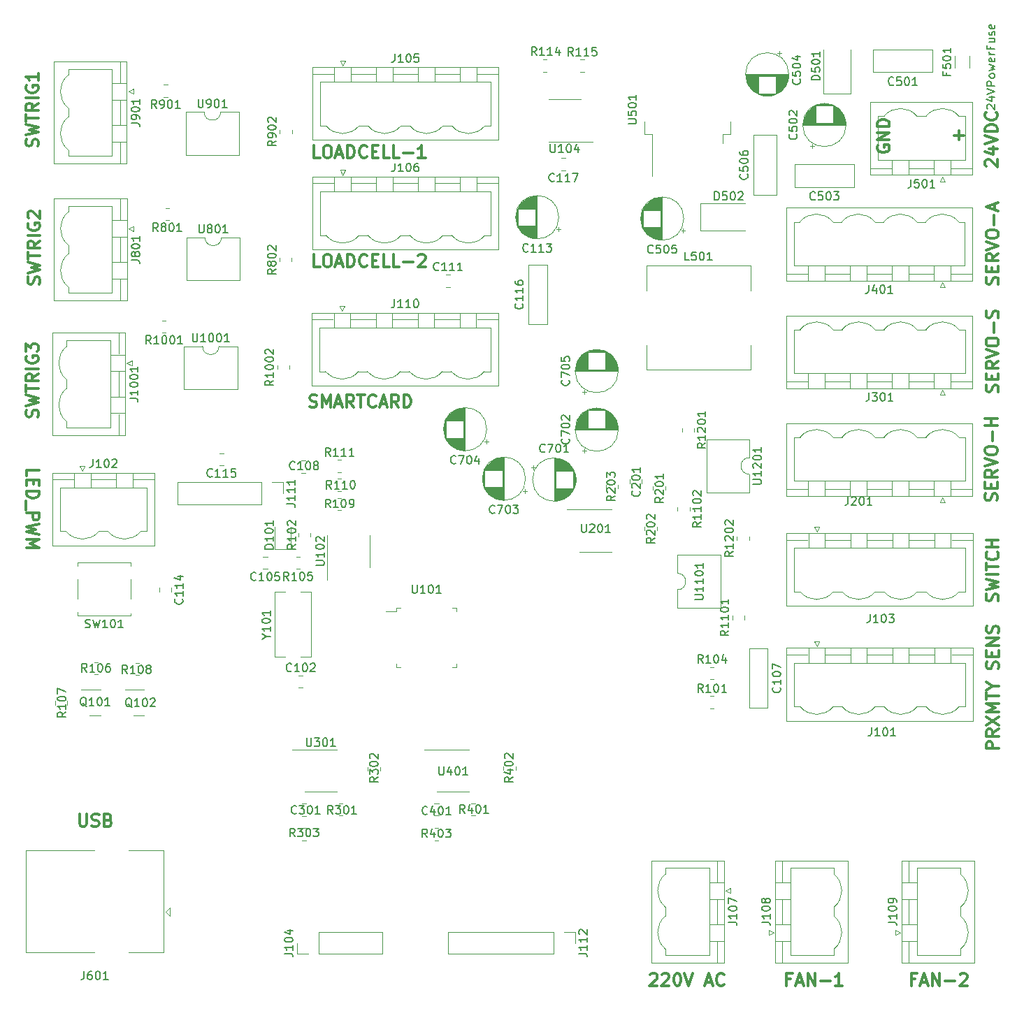
<source format=gbr>
%TF.GenerationSoftware,KiCad,Pcbnew,(6.0.8)*%
%TF.CreationDate,2022-10-21T20:54:02+03:00*%
%TF.ProjectId,commboard,636f6d6d-626f-4617-9264-2e6b69636164,rev?*%
%TF.SameCoordinates,Original*%
%TF.FileFunction,Legend,Top*%
%TF.FilePolarity,Positive*%
%FSLAX46Y46*%
G04 Gerber Fmt 4.6, Leading zero omitted, Abs format (unit mm)*
G04 Created by KiCad (PCBNEW (6.0.8)) date 2022-10-21 20:54:02*
%MOMM*%
%LPD*%
G01*
G04 APERTURE LIST*
%ADD10C,0.300000*%
%ADD11C,0.150000*%
%ADD12C,0.120000*%
G04 APERTURE END LIST*
D10*
X159537142Y-100890832D02*
X159608571Y-100676546D01*
X159608571Y-100319403D01*
X159537142Y-100176546D01*
X159465714Y-100105117D01*
X159322857Y-100033689D01*
X159180000Y-100033689D01*
X159037142Y-100105117D01*
X158965714Y-100176546D01*
X158894285Y-100319403D01*
X158822857Y-100605117D01*
X158751428Y-100747974D01*
X158680000Y-100819403D01*
X158537142Y-100890832D01*
X158394285Y-100890832D01*
X158251428Y-100819403D01*
X158180000Y-100747974D01*
X158108571Y-100605117D01*
X158108571Y-100247974D01*
X158180000Y-100033689D01*
X158822857Y-99390832D02*
X158822857Y-98890832D01*
X159608571Y-98676546D02*
X159608571Y-99390832D01*
X158108571Y-99390832D01*
X158108571Y-98676546D01*
X159608571Y-97176546D02*
X158894285Y-97676546D01*
X159608571Y-98033689D02*
X158108571Y-98033689D01*
X158108571Y-97462260D01*
X158180000Y-97319403D01*
X158251428Y-97247974D01*
X158394285Y-97176546D01*
X158608571Y-97176546D01*
X158751428Y-97247974D01*
X158822857Y-97319403D01*
X158894285Y-97462260D01*
X158894285Y-98033689D01*
X158108571Y-96747974D02*
X159608571Y-96247974D01*
X158108571Y-95747974D01*
X158108571Y-94962260D02*
X158108571Y-94676546D01*
X158180000Y-94533689D01*
X158322857Y-94390832D01*
X158608571Y-94319403D01*
X159108571Y-94319403D01*
X159394285Y-94390832D01*
X159537142Y-94533689D01*
X159608571Y-94676546D01*
X159608571Y-94962260D01*
X159537142Y-95105117D01*
X159394285Y-95247974D01*
X159108571Y-95319403D01*
X158608571Y-95319403D01*
X158322857Y-95247974D01*
X158180000Y-95105117D01*
X158108571Y-94962260D01*
X159037142Y-93676546D02*
X159037142Y-92533689D01*
X159608571Y-91819403D02*
X158108571Y-91819403D01*
X158822857Y-91819403D02*
X158822857Y-90962260D01*
X159608571Y-90962260D02*
X158108571Y-90962260D01*
X43347142Y-90754821D02*
X43418571Y-90540535D01*
X43418571Y-90183392D01*
X43347142Y-90040535D01*
X43275714Y-89969107D01*
X43132857Y-89897678D01*
X42990000Y-89897678D01*
X42847142Y-89969107D01*
X42775714Y-90040535D01*
X42704285Y-90183392D01*
X42632857Y-90469107D01*
X42561428Y-90611964D01*
X42490000Y-90683392D01*
X42347142Y-90754821D01*
X42204285Y-90754821D01*
X42061428Y-90683392D01*
X41990000Y-90611964D01*
X41918571Y-90469107D01*
X41918571Y-90111964D01*
X41990000Y-89897678D01*
X41918571Y-89397678D02*
X43418571Y-89040535D01*
X42347142Y-88754821D01*
X43418571Y-88469107D01*
X41918571Y-88111964D01*
X41918571Y-87754821D02*
X41918571Y-86897678D01*
X43418571Y-87326250D02*
X41918571Y-87326250D01*
X43418571Y-85540535D02*
X42704285Y-86040535D01*
X43418571Y-86397678D02*
X41918571Y-86397678D01*
X41918571Y-85826250D01*
X41990000Y-85683392D01*
X42061428Y-85611964D01*
X42204285Y-85540535D01*
X42418571Y-85540535D01*
X42561428Y-85611964D01*
X42632857Y-85683392D01*
X42704285Y-85826250D01*
X42704285Y-86397678D01*
X43418571Y-84897678D02*
X41918571Y-84897678D01*
X41990000Y-83397678D02*
X41918571Y-83540535D01*
X41918571Y-83754821D01*
X41990000Y-83969107D01*
X42132857Y-84111964D01*
X42275714Y-84183392D01*
X42561428Y-84254821D01*
X42775714Y-84254821D01*
X43061428Y-84183392D01*
X43204285Y-84111964D01*
X43347142Y-83969107D01*
X43418571Y-83754821D01*
X43418571Y-83611964D01*
X43347142Y-83397678D01*
X43275714Y-83326250D01*
X42775714Y-83326250D01*
X42775714Y-83611964D01*
X41918571Y-82826250D02*
X41918571Y-81897678D01*
X42490000Y-82397678D01*
X42490000Y-82183392D01*
X42561428Y-82040535D01*
X42632857Y-81969107D01*
X42775714Y-81897678D01*
X43132857Y-81897678D01*
X43275714Y-81969107D01*
X43347142Y-82040535D01*
X43418571Y-82183392D01*
X43418571Y-82611964D01*
X43347142Y-82754821D01*
X43275714Y-82826250D01*
X158251428Y-60404464D02*
X158180000Y-60333035D01*
X158108571Y-60190178D01*
X158108571Y-59833035D01*
X158180000Y-59690178D01*
X158251428Y-59618750D01*
X158394285Y-59547321D01*
X158537142Y-59547321D01*
X158751428Y-59618750D01*
X159608571Y-60475892D01*
X159608571Y-59547321D01*
X158608571Y-58261607D02*
X159608571Y-58261607D01*
X158037142Y-58618750D02*
X159108571Y-58975892D01*
X159108571Y-58047321D01*
X158108571Y-57690178D02*
X159608571Y-57190178D01*
X158108571Y-56690178D01*
X159608571Y-56190178D02*
X158108571Y-56190178D01*
X158108571Y-55833035D01*
X158180000Y-55618750D01*
X158322857Y-55475892D01*
X158465714Y-55404464D01*
X158751428Y-55333035D01*
X158965714Y-55333035D01*
X159251428Y-55404464D01*
X159394285Y-55475892D01*
X159537142Y-55618750D01*
X159608571Y-55833035D01*
X159608571Y-56190178D01*
X159465714Y-53833035D02*
X159537142Y-53904464D01*
X159608571Y-54118750D01*
X159608571Y-54261607D01*
X159537142Y-54475892D01*
X159394285Y-54618750D01*
X159251428Y-54690178D01*
X158965714Y-54761607D01*
X158751428Y-54761607D01*
X158465714Y-54690178D01*
X158322857Y-54618750D01*
X158180000Y-54475892D01*
X158108571Y-54261607D01*
X158108571Y-54118750D01*
X158180000Y-53904464D01*
X158251428Y-53833035D01*
X149642857Y-158892857D02*
X149142857Y-158892857D01*
X149142857Y-159678571D02*
X149142857Y-158178571D01*
X149857142Y-158178571D01*
X150357142Y-159250000D02*
X151071428Y-159250000D01*
X150214285Y-159678571D02*
X150714285Y-158178571D01*
X151214285Y-159678571D01*
X151714285Y-159678571D02*
X151714285Y-158178571D01*
X152571428Y-159678571D01*
X152571428Y-158178571D01*
X153285714Y-159107142D02*
X154428571Y-159107142D01*
X155071428Y-158321428D02*
X155142857Y-158250000D01*
X155285714Y-158178571D01*
X155642857Y-158178571D01*
X155785714Y-158250000D01*
X155857142Y-158321428D01*
X155928571Y-158464285D01*
X155928571Y-158607142D01*
X155857142Y-158821428D01*
X155000000Y-159678571D01*
X155928571Y-159678571D01*
X159637142Y-74675892D02*
X159708571Y-74461607D01*
X159708571Y-74104464D01*
X159637142Y-73961607D01*
X159565714Y-73890178D01*
X159422857Y-73818750D01*
X159280000Y-73818750D01*
X159137142Y-73890178D01*
X159065714Y-73961607D01*
X158994285Y-74104464D01*
X158922857Y-74390178D01*
X158851428Y-74533035D01*
X158780000Y-74604464D01*
X158637142Y-74675892D01*
X158494285Y-74675892D01*
X158351428Y-74604464D01*
X158280000Y-74533035D01*
X158208571Y-74390178D01*
X158208571Y-74033035D01*
X158280000Y-73818750D01*
X158922857Y-73175892D02*
X158922857Y-72675892D01*
X159708571Y-72461607D02*
X159708571Y-73175892D01*
X158208571Y-73175892D01*
X158208571Y-72461607D01*
X159708571Y-70961607D02*
X158994285Y-71461607D01*
X159708571Y-71818750D02*
X158208571Y-71818750D01*
X158208571Y-71247321D01*
X158280000Y-71104464D01*
X158351428Y-71033035D01*
X158494285Y-70961607D01*
X158708571Y-70961607D01*
X158851428Y-71033035D01*
X158922857Y-71104464D01*
X158994285Y-71247321D01*
X158994285Y-71818750D01*
X158208571Y-70533035D02*
X159708571Y-70033035D01*
X158208571Y-69533035D01*
X158208571Y-68747321D02*
X158208571Y-68461607D01*
X158280000Y-68318750D01*
X158422857Y-68175892D01*
X158708571Y-68104464D01*
X159208571Y-68104464D01*
X159494285Y-68175892D01*
X159637142Y-68318750D01*
X159708571Y-68461607D01*
X159708571Y-68747321D01*
X159637142Y-68890178D01*
X159494285Y-69033035D01*
X159208571Y-69104464D01*
X158708571Y-69104464D01*
X158422857Y-69033035D01*
X158280000Y-68890178D01*
X158208571Y-68747321D01*
X159137142Y-67461607D02*
X159137142Y-66318750D01*
X159280000Y-65675892D02*
X159280000Y-64961607D01*
X159708571Y-65818750D02*
X158208571Y-65318750D01*
X159708571Y-64818750D01*
X159728571Y-130934107D02*
X158228571Y-130934107D01*
X158228571Y-130362678D01*
X158300000Y-130219821D01*
X158371428Y-130148392D01*
X158514285Y-130076964D01*
X158728571Y-130076964D01*
X158871428Y-130148392D01*
X158942857Y-130219821D01*
X159014285Y-130362678D01*
X159014285Y-130934107D01*
X159728571Y-128576964D02*
X159014285Y-129076964D01*
X159728571Y-129434107D02*
X158228571Y-129434107D01*
X158228571Y-128862678D01*
X158300000Y-128719821D01*
X158371428Y-128648392D01*
X158514285Y-128576964D01*
X158728571Y-128576964D01*
X158871428Y-128648392D01*
X158942857Y-128719821D01*
X159014285Y-128862678D01*
X159014285Y-129434107D01*
X158228571Y-128076964D02*
X159728571Y-127076964D01*
X158228571Y-127076964D02*
X159728571Y-128076964D01*
X159728571Y-126505535D02*
X158228571Y-126505535D01*
X159300000Y-126005535D01*
X158228571Y-125505535D01*
X159728571Y-125505535D01*
X158228571Y-125005535D02*
X158228571Y-124148392D01*
X159728571Y-124576964D02*
X158228571Y-124576964D01*
X159014285Y-123362678D02*
X159728571Y-123362678D01*
X158228571Y-123862678D02*
X159014285Y-123362678D01*
X158228571Y-122862678D01*
X159657142Y-121291250D02*
X159728571Y-121076964D01*
X159728571Y-120719821D01*
X159657142Y-120576964D01*
X159585714Y-120505535D01*
X159442857Y-120434107D01*
X159300000Y-120434107D01*
X159157142Y-120505535D01*
X159085714Y-120576964D01*
X159014285Y-120719821D01*
X158942857Y-121005535D01*
X158871428Y-121148392D01*
X158800000Y-121219821D01*
X158657142Y-121291250D01*
X158514285Y-121291250D01*
X158371428Y-121219821D01*
X158300000Y-121148392D01*
X158228571Y-121005535D01*
X158228571Y-120648392D01*
X158300000Y-120434107D01*
X158942857Y-119791250D02*
X158942857Y-119291250D01*
X159728571Y-119076964D02*
X159728571Y-119791250D01*
X158228571Y-119791250D01*
X158228571Y-119076964D01*
X159728571Y-118434107D02*
X158228571Y-118434107D01*
X159728571Y-117576964D01*
X158228571Y-117576964D01*
X159657142Y-116934107D02*
X159728571Y-116719821D01*
X159728571Y-116362678D01*
X159657142Y-116219821D01*
X159585714Y-116148392D01*
X159442857Y-116076964D01*
X159300000Y-116076964D01*
X159157142Y-116148392D01*
X159085714Y-116219821D01*
X159014285Y-116362678D01*
X158942857Y-116648392D01*
X158871428Y-116791250D01*
X158800000Y-116862678D01*
X158657142Y-116934107D01*
X158514285Y-116934107D01*
X158371428Y-116862678D01*
X158300000Y-116791250D01*
X158228571Y-116648392D01*
X158228571Y-116291250D01*
X158300000Y-116076964D01*
X77510000Y-72558571D02*
X76795714Y-72558571D01*
X76795714Y-71058571D01*
X78295714Y-71058571D02*
X78581428Y-71058571D01*
X78724285Y-71130000D01*
X78867142Y-71272857D01*
X78938571Y-71558571D01*
X78938571Y-72058571D01*
X78867142Y-72344285D01*
X78724285Y-72487142D01*
X78581428Y-72558571D01*
X78295714Y-72558571D01*
X78152857Y-72487142D01*
X78010000Y-72344285D01*
X77938571Y-72058571D01*
X77938571Y-71558571D01*
X78010000Y-71272857D01*
X78152857Y-71130000D01*
X78295714Y-71058571D01*
X79510000Y-72130000D02*
X80224285Y-72130000D01*
X79367142Y-72558571D02*
X79867142Y-71058571D01*
X80367142Y-72558571D01*
X80867142Y-72558571D02*
X80867142Y-71058571D01*
X81224285Y-71058571D01*
X81438571Y-71130000D01*
X81581428Y-71272857D01*
X81652857Y-71415714D01*
X81724285Y-71701428D01*
X81724285Y-71915714D01*
X81652857Y-72201428D01*
X81581428Y-72344285D01*
X81438571Y-72487142D01*
X81224285Y-72558571D01*
X80867142Y-72558571D01*
X83224285Y-72415714D02*
X83152857Y-72487142D01*
X82938571Y-72558571D01*
X82795714Y-72558571D01*
X82581428Y-72487142D01*
X82438571Y-72344285D01*
X82367142Y-72201428D01*
X82295714Y-71915714D01*
X82295714Y-71701428D01*
X82367142Y-71415714D01*
X82438571Y-71272857D01*
X82581428Y-71130000D01*
X82795714Y-71058571D01*
X82938571Y-71058571D01*
X83152857Y-71130000D01*
X83224285Y-71201428D01*
X83867142Y-71772857D02*
X84367142Y-71772857D01*
X84581428Y-72558571D02*
X83867142Y-72558571D01*
X83867142Y-71058571D01*
X84581428Y-71058571D01*
X85938571Y-72558571D02*
X85224285Y-72558571D01*
X85224285Y-71058571D01*
X87152857Y-72558571D02*
X86438571Y-72558571D01*
X86438571Y-71058571D01*
X87652857Y-71987142D02*
X88795714Y-71987142D01*
X89438571Y-71201428D02*
X89510000Y-71130000D01*
X89652857Y-71058571D01*
X90010000Y-71058571D01*
X90152857Y-71130000D01*
X90224285Y-71201428D01*
X90295714Y-71344285D01*
X90295714Y-71487142D01*
X90224285Y-71701428D01*
X89367142Y-72558571D01*
X90295714Y-72558571D01*
X76287142Y-89525892D02*
X76501428Y-89597321D01*
X76858571Y-89597321D01*
X77001428Y-89525892D01*
X77072857Y-89454464D01*
X77144285Y-89311607D01*
X77144285Y-89168750D01*
X77072857Y-89025892D01*
X77001428Y-88954464D01*
X76858571Y-88883035D01*
X76572857Y-88811607D01*
X76430000Y-88740178D01*
X76358571Y-88668750D01*
X76287142Y-88525892D01*
X76287142Y-88383035D01*
X76358571Y-88240178D01*
X76430000Y-88168750D01*
X76572857Y-88097321D01*
X76930000Y-88097321D01*
X77144285Y-88168750D01*
X77787142Y-89597321D02*
X77787142Y-88097321D01*
X78287142Y-89168750D01*
X78787142Y-88097321D01*
X78787142Y-89597321D01*
X79430000Y-89168750D02*
X80144285Y-89168750D01*
X79287142Y-89597321D02*
X79787142Y-88097321D01*
X80287142Y-89597321D01*
X81644285Y-89597321D02*
X81144285Y-88883035D01*
X80787142Y-89597321D02*
X80787142Y-88097321D01*
X81358571Y-88097321D01*
X81501428Y-88168750D01*
X81572857Y-88240178D01*
X81644285Y-88383035D01*
X81644285Y-88597321D01*
X81572857Y-88740178D01*
X81501428Y-88811607D01*
X81358571Y-88883035D01*
X80787142Y-88883035D01*
X82072857Y-88097321D02*
X82930000Y-88097321D01*
X82501428Y-89597321D02*
X82501428Y-88097321D01*
X84287142Y-89454464D02*
X84215714Y-89525892D01*
X84001428Y-89597321D01*
X83858571Y-89597321D01*
X83644285Y-89525892D01*
X83501428Y-89383035D01*
X83430000Y-89240178D01*
X83358571Y-88954464D01*
X83358571Y-88740178D01*
X83430000Y-88454464D01*
X83501428Y-88311607D01*
X83644285Y-88168750D01*
X83858571Y-88097321D01*
X84001428Y-88097321D01*
X84215714Y-88168750D01*
X84287142Y-88240178D01*
X84858571Y-89168750D02*
X85572857Y-89168750D01*
X84715714Y-89597321D02*
X85215714Y-88097321D01*
X85715714Y-89597321D01*
X87072857Y-89597321D02*
X86572857Y-88883035D01*
X86215714Y-89597321D02*
X86215714Y-88097321D01*
X86787142Y-88097321D01*
X86930000Y-88168750D01*
X87001428Y-88240178D01*
X87072857Y-88383035D01*
X87072857Y-88597321D01*
X87001428Y-88740178D01*
X86930000Y-88811607D01*
X86787142Y-88883035D01*
X86215714Y-88883035D01*
X87715714Y-89597321D02*
X87715714Y-88097321D01*
X88072857Y-88097321D01*
X88287142Y-88168750D01*
X88430000Y-88311607D01*
X88501428Y-88454464D01*
X88572857Y-88740178D01*
X88572857Y-88954464D01*
X88501428Y-89240178D01*
X88430000Y-89383035D01*
X88287142Y-89525892D01*
X88072857Y-89597321D01*
X87715714Y-89597321D01*
X159637142Y-87747321D02*
X159708571Y-87533035D01*
X159708571Y-87175892D01*
X159637142Y-87033035D01*
X159565714Y-86961607D01*
X159422857Y-86890178D01*
X159280000Y-86890178D01*
X159137142Y-86961607D01*
X159065714Y-87033035D01*
X158994285Y-87175892D01*
X158922857Y-87461607D01*
X158851428Y-87604464D01*
X158780000Y-87675892D01*
X158637142Y-87747321D01*
X158494285Y-87747321D01*
X158351428Y-87675892D01*
X158280000Y-87604464D01*
X158208571Y-87461607D01*
X158208571Y-87104464D01*
X158280000Y-86890178D01*
X158922857Y-86247321D02*
X158922857Y-85747321D01*
X159708571Y-85533035D02*
X159708571Y-86247321D01*
X158208571Y-86247321D01*
X158208571Y-85533035D01*
X159708571Y-84033035D02*
X158994285Y-84533035D01*
X159708571Y-84890178D02*
X158208571Y-84890178D01*
X158208571Y-84318750D01*
X158280000Y-84175892D01*
X158351428Y-84104464D01*
X158494285Y-84033035D01*
X158708571Y-84033035D01*
X158851428Y-84104464D01*
X158922857Y-84175892D01*
X158994285Y-84318750D01*
X158994285Y-84890178D01*
X158208571Y-83604464D02*
X159708571Y-83104464D01*
X158208571Y-82604464D01*
X158208571Y-81818750D02*
X158208571Y-81533035D01*
X158280000Y-81390178D01*
X158422857Y-81247321D01*
X158708571Y-81175892D01*
X159208571Y-81175892D01*
X159494285Y-81247321D01*
X159637142Y-81390178D01*
X159708571Y-81533035D01*
X159708571Y-81818750D01*
X159637142Y-81961607D01*
X159494285Y-82104464D01*
X159208571Y-82175892D01*
X158708571Y-82175892D01*
X158422857Y-82104464D01*
X158280000Y-81961607D01*
X158208571Y-81818750D01*
X159137142Y-80533035D02*
X159137142Y-79390178D01*
X159637142Y-78747321D02*
X159708571Y-78533035D01*
X159708571Y-78175892D01*
X159637142Y-78033035D01*
X159565714Y-77961607D01*
X159422857Y-77890178D01*
X159280000Y-77890178D01*
X159137142Y-77961607D01*
X159065714Y-78033035D01*
X158994285Y-78175892D01*
X158922857Y-78461607D01*
X158851428Y-78604464D01*
X158780000Y-78675892D01*
X158637142Y-78747321D01*
X158494285Y-78747321D01*
X158351428Y-78675892D01*
X158280000Y-78604464D01*
X158208571Y-78461607D01*
X158208571Y-78104464D01*
X158280000Y-77890178D01*
X43547142Y-74654821D02*
X43618571Y-74440535D01*
X43618571Y-74083392D01*
X43547142Y-73940535D01*
X43475714Y-73869107D01*
X43332857Y-73797678D01*
X43190000Y-73797678D01*
X43047142Y-73869107D01*
X42975714Y-73940535D01*
X42904285Y-74083392D01*
X42832857Y-74369107D01*
X42761428Y-74511964D01*
X42690000Y-74583392D01*
X42547142Y-74654821D01*
X42404285Y-74654821D01*
X42261428Y-74583392D01*
X42190000Y-74511964D01*
X42118571Y-74369107D01*
X42118571Y-74011964D01*
X42190000Y-73797678D01*
X42118571Y-73297678D02*
X43618571Y-72940535D01*
X42547142Y-72654821D01*
X43618571Y-72369107D01*
X42118571Y-72011964D01*
X42118571Y-71654821D02*
X42118571Y-70797678D01*
X43618571Y-71226250D02*
X42118571Y-71226250D01*
X43618571Y-69440535D02*
X42904285Y-69940535D01*
X43618571Y-70297678D02*
X42118571Y-70297678D01*
X42118571Y-69726250D01*
X42190000Y-69583392D01*
X42261428Y-69511964D01*
X42404285Y-69440535D01*
X42618571Y-69440535D01*
X42761428Y-69511964D01*
X42832857Y-69583392D01*
X42904285Y-69726250D01*
X42904285Y-70297678D01*
X43618571Y-68797678D02*
X42118571Y-68797678D01*
X42190000Y-67297678D02*
X42118571Y-67440535D01*
X42118571Y-67654821D01*
X42190000Y-67869107D01*
X42332857Y-68011964D01*
X42475714Y-68083392D01*
X42761428Y-68154821D01*
X42975714Y-68154821D01*
X43261428Y-68083392D01*
X43404285Y-68011964D01*
X43547142Y-67869107D01*
X43618571Y-67654821D01*
X43618571Y-67511964D01*
X43547142Y-67297678D01*
X43475714Y-67226250D01*
X42975714Y-67226250D01*
X42975714Y-67511964D01*
X42261428Y-66654821D02*
X42190000Y-66583392D01*
X42118571Y-66440535D01*
X42118571Y-66083392D01*
X42190000Y-65940535D01*
X42261428Y-65869107D01*
X42404285Y-65797678D01*
X42547142Y-65797678D01*
X42761428Y-65869107D01*
X43618571Y-66726250D01*
X43618571Y-65797678D01*
X117535714Y-158321428D02*
X117607142Y-158250000D01*
X117750000Y-158178571D01*
X118107142Y-158178571D01*
X118250000Y-158250000D01*
X118321428Y-158321428D01*
X118392857Y-158464285D01*
X118392857Y-158607142D01*
X118321428Y-158821428D01*
X117464285Y-159678571D01*
X118392857Y-159678571D01*
X118964285Y-158321428D02*
X119035714Y-158250000D01*
X119178571Y-158178571D01*
X119535714Y-158178571D01*
X119678571Y-158250000D01*
X119750000Y-158321428D01*
X119821428Y-158464285D01*
X119821428Y-158607142D01*
X119750000Y-158821428D01*
X118892857Y-159678571D01*
X119821428Y-159678571D01*
X120750000Y-158178571D02*
X120892857Y-158178571D01*
X121035714Y-158250000D01*
X121107142Y-158321428D01*
X121178571Y-158464285D01*
X121250000Y-158750000D01*
X121250000Y-159107142D01*
X121178571Y-159392857D01*
X121107142Y-159535714D01*
X121035714Y-159607142D01*
X120892857Y-159678571D01*
X120750000Y-159678571D01*
X120607142Y-159607142D01*
X120535714Y-159535714D01*
X120464285Y-159392857D01*
X120392857Y-159107142D01*
X120392857Y-158750000D01*
X120464285Y-158464285D01*
X120535714Y-158321428D01*
X120607142Y-158250000D01*
X120750000Y-158178571D01*
X121678571Y-158178571D02*
X122178571Y-159678571D01*
X122678571Y-158178571D01*
X124250000Y-159250000D02*
X124964285Y-159250000D01*
X124107142Y-159678571D02*
X124607142Y-158178571D01*
X125107142Y-159678571D01*
X126464285Y-159535714D02*
X126392857Y-159607142D01*
X126178571Y-159678571D01*
X126035714Y-159678571D01*
X125821428Y-159607142D01*
X125678571Y-159464285D01*
X125607142Y-159321428D01*
X125535714Y-159035714D01*
X125535714Y-158821428D01*
X125607142Y-158535714D01*
X125678571Y-158392857D01*
X125821428Y-158250000D01*
X126035714Y-158178571D01*
X126178571Y-158178571D01*
X126392857Y-158250000D01*
X126464285Y-158321428D01*
X43347142Y-57954821D02*
X43418571Y-57740535D01*
X43418571Y-57383392D01*
X43347142Y-57240535D01*
X43275714Y-57169107D01*
X43132857Y-57097678D01*
X42990000Y-57097678D01*
X42847142Y-57169107D01*
X42775714Y-57240535D01*
X42704285Y-57383392D01*
X42632857Y-57669107D01*
X42561428Y-57811964D01*
X42490000Y-57883392D01*
X42347142Y-57954821D01*
X42204285Y-57954821D01*
X42061428Y-57883392D01*
X41990000Y-57811964D01*
X41918571Y-57669107D01*
X41918571Y-57311964D01*
X41990000Y-57097678D01*
X41918571Y-56597678D02*
X43418571Y-56240535D01*
X42347142Y-55954821D01*
X43418571Y-55669107D01*
X41918571Y-55311964D01*
X41918571Y-54954821D02*
X41918571Y-54097678D01*
X43418571Y-54526250D02*
X41918571Y-54526250D01*
X43418571Y-52740535D02*
X42704285Y-53240535D01*
X43418571Y-53597678D02*
X41918571Y-53597678D01*
X41918571Y-53026250D01*
X41990000Y-52883392D01*
X42061428Y-52811964D01*
X42204285Y-52740535D01*
X42418571Y-52740535D01*
X42561428Y-52811964D01*
X42632857Y-52883392D01*
X42704285Y-53026250D01*
X42704285Y-53597678D01*
X43418571Y-52097678D02*
X41918571Y-52097678D01*
X41990000Y-50597678D02*
X41918571Y-50740535D01*
X41918571Y-50954821D01*
X41990000Y-51169107D01*
X42132857Y-51311964D01*
X42275714Y-51383392D01*
X42561428Y-51454821D01*
X42775714Y-51454821D01*
X43061428Y-51383392D01*
X43204285Y-51311964D01*
X43347142Y-51169107D01*
X43418571Y-50954821D01*
X43418571Y-50811964D01*
X43347142Y-50597678D01*
X43275714Y-50526250D01*
X42775714Y-50526250D01*
X42775714Y-50811964D01*
X43418571Y-49097678D02*
X43418571Y-49954821D01*
X43418571Y-49526250D02*
X41918571Y-49526250D01*
X42132857Y-49669107D01*
X42275714Y-49811964D01*
X42347142Y-49954821D01*
X77510000Y-59358571D02*
X76795714Y-59358571D01*
X76795714Y-57858571D01*
X78295714Y-57858571D02*
X78581428Y-57858571D01*
X78724285Y-57930000D01*
X78867142Y-58072857D01*
X78938571Y-58358571D01*
X78938571Y-58858571D01*
X78867142Y-59144285D01*
X78724285Y-59287142D01*
X78581428Y-59358571D01*
X78295714Y-59358571D01*
X78152857Y-59287142D01*
X78010000Y-59144285D01*
X77938571Y-58858571D01*
X77938571Y-58358571D01*
X78010000Y-58072857D01*
X78152857Y-57930000D01*
X78295714Y-57858571D01*
X79510000Y-58930000D02*
X80224285Y-58930000D01*
X79367142Y-59358571D02*
X79867142Y-57858571D01*
X80367142Y-59358571D01*
X80867142Y-59358571D02*
X80867142Y-57858571D01*
X81224285Y-57858571D01*
X81438571Y-57930000D01*
X81581428Y-58072857D01*
X81652857Y-58215714D01*
X81724285Y-58501428D01*
X81724285Y-58715714D01*
X81652857Y-59001428D01*
X81581428Y-59144285D01*
X81438571Y-59287142D01*
X81224285Y-59358571D01*
X80867142Y-59358571D01*
X83224285Y-59215714D02*
X83152857Y-59287142D01*
X82938571Y-59358571D01*
X82795714Y-59358571D01*
X82581428Y-59287142D01*
X82438571Y-59144285D01*
X82367142Y-59001428D01*
X82295714Y-58715714D01*
X82295714Y-58501428D01*
X82367142Y-58215714D01*
X82438571Y-58072857D01*
X82581428Y-57930000D01*
X82795714Y-57858571D01*
X82938571Y-57858571D01*
X83152857Y-57930000D01*
X83224285Y-58001428D01*
X83867142Y-58572857D02*
X84367142Y-58572857D01*
X84581428Y-59358571D02*
X83867142Y-59358571D01*
X83867142Y-57858571D01*
X84581428Y-57858571D01*
X85938571Y-59358571D02*
X85224285Y-59358571D01*
X85224285Y-57858571D01*
X87152857Y-59358571D02*
X86438571Y-59358571D01*
X86438571Y-57858571D01*
X87652857Y-58787142D02*
X88795714Y-58787142D01*
X90295714Y-59358571D02*
X89438571Y-59358571D01*
X89867142Y-59358571D02*
X89867142Y-57858571D01*
X89724285Y-58072857D01*
X89581428Y-58215714D01*
X89438571Y-58287142D01*
X134542857Y-158892857D02*
X134042857Y-158892857D01*
X134042857Y-159678571D02*
X134042857Y-158178571D01*
X134757142Y-158178571D01*
X135257142Y-159250000D02*
X135971428Y-159250000D01*
X135114285Y-159678571D02*
X135614285Y-158178571D01*
X136114285Y-159678571D01*
X136614285Y-159678571D02*
X136614285Y-158178571D01*
X137471428Y-159678571D01*
X137471428Y-158178571D01*
X138185714Y-159107142D02*
X139328571Y-159107142D01*
X140828571Y-159678571D02*
X139971428Y-159678571D01*
X140400000Y-159678571D02*
X140400000Y-158178571D01*
X140257142Y-158392857D01*
X140114285Y-158535714D01*
X139971428Y-158607142D01*
X159637142Y-113068750D02*
X159708571Y-112854464D01*
X159708571Y-112497321D01*
X159637142Y-112354464D01*
X159565714Y-112283035D01*
X159422857Y-112211607D01*
X159280000Y-112211607D01*
X159137142Y-112283035D01*
X159065714Y-112354464D01*
X158994285Y-112497321D01*
X158922857Y-112783035D01*
X158851428Y-112925892D01*
X158780000Y-112997321D01*
X158637142Y-113068750D01*
X158494285Y-113068750D01*
X158351428Y-112997321D01*
X158280000Y-112925892D01*
X158208571Y-112783035D01*
X158208571Y-112425892D01*
X158280000Y-112211607D01*
X158208571Y-111711607D02*
X159708571Y-111354464D01*
X158637142Y-111068750D01*
X159708571Y-110783035D01*
X158208571Y-110425892D01*
X159708571Y-109854464D02*
X158208571Y-109854464D01*
X158208571Y-109354464D02*
X158208571Y-108497321D01*
X159708571Y-108925892D02*
X158208571Y-108925892D01*
X159565714Y-107140178D02*
X159637142Y-107211607D01*
X159708571Y-107425892D01*
X159708571Y-107568750D01*
X159637142Y-107783035D01*
X159494285Y-107925892D01*
X159351428Y-107997321D01*
X159065714Y-108068750D01*
X158851428Y-108068750D01*
X158565714Y-107997321D01*
X158422857Y-107925892D01*
X158280000Y-107783035D01*
X158208571Y-107568750D01*
X158208571Y-107425892D01*
X158280000Y-107211607D01*
X158351428Y-107140178D01*
X159708571Y-106497321D02*
X158208571Y-106497321D01*
X158922857Y-106497321D02*
X158922857Y-105640178D01*
X159708571Y-105640178D02*
X158208571Y-105640178D01*
X145080000Y-57861607D02*
X145008571Y-58004464D01*
X145008571Y-58218750D01*
X145080000Y-58433035D01*
X145222857Y-58575892D01*
X145365714Y-58647321D01*
X145651428Y-58718750D01*
X145865714Y-58718750D01*
X146151428Y-58647321D01*
X146294285Y-58575892D01*
X146437142Y-58433035D01*
X146508571Y-58218750D01*
X146508571Y-58075892D01*
X146437142Y-57861607D01*
X146365714Y-57790178D01*
X145865714Y-57790178D01*
X145865714Y-58075892D01*
X146508571Y-57147321D02*
X145008571Y-57147321D01*
X146508571Y-56290178D01*
X145008571Y-56290178D01*
X146508571Y-55575892D02*
X145008571Y-55575892D01*
X145008571Y-55218750D01*
X145080000Y-55004464D01*
X145222857Y-54861607D01*
X145365714Y-54790178D01*
X145651428Y-54718750D01*
X145865714Y-54718750D01*
X146151428Y-54790178D01*
X146294285Y-54861607D01*
X146437142Y-55004464D01*
X146508571Y-55218750D01*
X146508571Y-55575892D01*
X42021428Y-97900000D02*
X42021428Y-97185714D01*
X43521428Y-97185714D01*
X42807142Y-98400000D02*
X42807142Y-98900000D01*
X42021428Y-99114285D02*
X42021428Y-98400000D01*
X43521428Y-98400000D01*
X43521428Y-99114285D01*
X42021428Y-99757142D02*
X43521428Y-99757142D01*
X43521428Y-100114285D01*
X43450000Y-100328571D01*
X43307142Y-100471428D01*
X43164285Y-100542857D01*
X42878571Y-100614285D01*
X42664285Y-100614285D01*
X42378571Y-100542857D01*
X42235714Y-100471428D01*
X42092857Y-100328571D01*
X42021428Y-100114285D01*
X42021428Y-99757142D01*
X41878571Y-100900000D02*
X41878571Y-102042857D01*
X42021428Y-102400000D02*
X43521428Y-102400000D01*
X43521428Y-102971428D01*
X43450000Y-103114285D01*
X43378571Y-103185714D01*
X43235714Y-103257142D01*
X43021428Y-103257142D01*
X42878571Y-103185714D01*
X42807142Y-103114285D01*
X42735714Y-102971428D01*
X42735714Y-102400000D01*
X43521428Y-103757142D02*
X42021428Y-104114285D01*
X43092857Y-104400000D01*
X42021428Y-104685714D01*
X43521428Y-105042857D01*
X42021428Y-105614285D02*
X43521428Y-105614285D01*
X42450000Y-106114285D01*
X43521428Y-106614285D01*
X42021428Y-106614285D01*
X154937142Y-57190178D02*
X154937142Y-56047321D01*
X155508571Y-56618750D02*
X154365714Y-56618750D01*
X48407142Y-138878571D02*
X48407142Y-140092857D01*
X48478571Y-140235714D01*
X48550000Y-140307142D01*
X48692857Y-140378571D01*
X48978571Y-140378571D01*
X49121428Y-140307142D01*
X49192857Y-140235714D01*
X49264285Y-140092857D01*
X49264285Y-138878571D01*
X49907142Y-140307142D02*
X50121428Y-140378571D01*
X50478571Y-140378571D01*
X50621428Y-140307142D01*
X50692857Y-140235714D01*
X50764285Y-140092857D01*
X50764285Y-139950000D01*
X50692857Y-139807142D01*
X50621428Y-139735714D01*
X50478571Y-139664285D01*
X50192857Y-139592857D01*
X50050000Y-139521428D01*
X49978571Y-139450000D01*
X49907142Y-139307142D01*
X49907142Y-139164285D01*
X49978571Y-139021428D01*
X50050000Y-138950000D01*
X50192857Y-138878571D01*
X50550000Y-138878571D01*
X50764285Y-138950000D01*
X51907142Y-139592857D02*
X52121428Y-139664285D01*
X52192857Y-139735714D01*
X52264285Y-139878571D01*
X52264285Y-140092857D01*
X52192857Y-140235714D01*
X52121428Y-140307142D01*
X51978571Y-140378571D01*
X51407142Y-140378571D01*
X51407142Y-138878571D01*
X51907142Y-138878571D01*
X52050000Y-138950000D01*
X52121428Y-139021428D01*
X52192857Y-139164285D01*
X52192857Y-139307142D01*
X52121428Y-139450000D01*
X52050000Y-139521428D01*
X51907142Y-139592857D01*
X51407142Y-139592857D01*
D11*
%TO.C,C114*%
X60837142Y-112819047D02*
X60884761Y-112866666D01*
X60932380Y-113009523D01*
X60932380Y-113104761D01*
X60884761Y-113247619D01*
X60789523Y-113342857D01*
X60694285Y-113390476D01*
X60503809Y-113438095D01*
X60360952Y-113438095D01*
X60170476Y-113390476D01*
X60075238Y-113342857D01*
X59980000Y-113247619D01*
X59932380Y-113104761D01*
X59932380Y-113009523D01*
X59980000Y-112866666D01*
X60027619Y-112819047D01*
X60932380Y-111866666D02*
X60932380Y-112438095D01*
X60932380Y-112152380D02*
X59932380Y-112152380D01*
X60075238Y-112247619D01*
X60170476Y-112342857D01*
X60218095Y-112438095D01*
X60932380Y-110914285D02*
X60932380Y-111485714D01*
X60932380Y-111200000D02*
X59932380Y-111200000D01*
X60075238Y-111295238D01*
X60170476Y-111390476D01*
X60218095Y-111485714D01*
X60265714Y-110057142D02*
X60932380Y-110057142D01*
X59884761Y-110295238D02*
X60599047Y-110533333D01*
X60599047Y-109914285D01*
%TO.C,D101*%
X71852380Y-106752976D02*
X70852380Y-106752976D01*
X70852380Y-106514880D01*
X70900000Y-106372023D01*
X70995238Y-106276785D01*
X71090476Y-106229166D01*
X71280952Y-106181547D01*
X71423809Y-106181547D01*
X71614285Y-106229166D01*
X71709523Y-106276785D01*
X71804761Y-106372023D01*
X71852380Y-106514880D01*
X71852380Y-106752976D01*
X71852380Y-105229166D02*
X71852380Y-105800595D01*
X71852380Y-105514880D02*
X70852380Y-105514880D01*
X70995238Y-105610119D01*
X71090476Y-105705357D01*
X71138095Y-105800595D01*
X70852380Y-104610119D02*
X70852380Y-104514880D01*
X70900000Y-104419642D01*
X70947619Y-104372023D01*
X71042857Y-104324404D01*
X71233333Y-104276785D01*
X71471428Y-104276785D01*
X71661904Y-104324404D01*
X71757142Y-104372023D01*
X71804761Y-104419642D01*
X71852380Y-104514880D01*
X71852380Y-104610119D01*
X71804761Y-104705357D01*
X71757142Y-104752976D01*
X71661904Y-104800595D01*
X71471428Y-104848214D01*
X71233333Y-104848214D01*
X71042857Y-104800595D01*
X70947619Y-104752976D01*
X70900000Y-104705357D01*
X70852380Y-104610119D01*
X71852380Y-103324404D02*
X71852380Y-103895833D01*
X71852380Y-103610119D02*
X70852380Y-103610119D01*
X70995238Y-103705357D01*
X71090476Y-103800595D01*
X71138095Y-103895833D01*
%TO.C,J901*%
X54682380Y-55144464D02*
X55396666Y-55144464D01*
X55539523Y-55192083D01*
X55634761Y-55287321D01*
X55682380Y-55430178D01*
X55682380Y-55525416D01*
X55682380Y-54620654D02*
X55682380Y-54430178D01*
X55634761Y-54334940D01*
X55587142Y-54287321D01*
X55444285Y-54192083D01*
X55253809Y-54144464D01*
X54872857Y-54144464D01*
X54777619Y-54192083D01*
X54730000Y-54239702D01*
X54682380Y-54334940D01*
X54682380Y-54525416D01*
X54730000Y-54620654D01*
X54777619Y-54668273D01*
X54872857Y-54715892D01*
X55110952Y-54715892D01*
X55206190Y-54668273D01*
X55253809Y-54620654D01*
X55301428Y-54525416D01*
X55301428Y-54334940D01*
X55253809Y-54239702D01*
X55206190Y-54192083D01*
X55110952Y-54144464D01*
X54682380Y-53525416D02*
X54682380Y-53430178D01*
X54730000Y-53334940D01*
X54777619Y-53287321D01*
X54872857Y-53239702D01*
X55063333Y-53192083D01*
X55301428Y-53192083D01*
X55491904Y-53239702D01*
X55587142Y-53287321D01*
X55634761Y-53334940D01*
X55682380Y-53430178D01*
X55682380Y-53525416D01*
X55634761Y-53620654D01*
X55587142Y-53668273D01*
X55491904Y-53715892D01*
X55301428Y-53763511D01*
X55063333Y-53763511D01*
X54872857Y-53715892D01*
X54777619Y-53668273D01*
X54730000Y-53620654D01*
X54682380Y-53525416D01*
X55682380Y-52239702D02*
X55682380Y-52811130D01*
X55682380Y-52525416D02*
X54682380Y-52525416D01*
X54825238Y-52620654D01*
X54920476Y-52715892D01*
X54968095Y-52811130D01*
%TO.C,F501*%
X153438571Y-49004464D02*
X153438571Y-49337797D01*
X153962380Y-49337797D02*
X152962380Y-49337797D01*
X152962380Y-48861607D01*
X152962380Y-48004464D02*
X152962380Y-48480654D01*
X153438571Y-48528273D01*
X153390952Y-48480654D01*
X153343333Y-48385416D01*
X153343333Y-48147321D01*
X153390952Y-48052083D01*
X153438571Y-48004464D01*
X153533809Y-47956845D01*
X153771904Y-47956845D01*
X153867142Y-48004464D01*
X153914761Y-48052083D01*
X153962380Y-48147321D01*
X153962380Y-48385416D01*
X153914761Y-48480654D01*
X153867142Y-48528273D01*
X152962380Y-47337797D02*
X152962380Y-47242559D01*
X153010000Y-47147321D01*
X153057619Y-47099702D01*
X153152857Y-47052083D01*
X153343333Y-47004464D01*
X153581428Y-47004464D01*
X153771904Y-47052083D01*
X153867142Y-47099702D01*
X153914761Y-47147321D01*
X153962380Y-47242559D01*
X153962380Y-47337797D01*
X153914761Y-47433035D01*
X153867142Y-47480654D01*
X153771904Y-47528273D01*
X153581428Y-47575892D01*
X153343333Y-47575892D01*
X153152857Y-47528273D01*
X153057619Y-47480654D01*
X153010000Y-47433035D01*
X152962380Y-47337797D01*
X153962380Y-46052083D02*
X153962380Y-46623511D01*
X153962380Y-46337797D02*
X152962380Y-46337797D01*
X153105238Y-46433035D01*
X153200476Y-46528273D01*
X153248095Y-46623511D01*
X158377619Y-53437797D02*
X158330000Y-53390178D01*
X158282380Y-53294940D01*
X158282380Y-53056845D01*
X158330000Y-52961607D01*
X158377619Y-52913988D01*
X158472857Y-52866369D01*
X158568095Y-52866369D01*
X158710952Y-52913988D01*
X159282380Y-53485416D01*
X159282380Y-52866369D01*
X158615714Y-52009226D02*
X159282380Y-52009226D01*
X158234761Y-52247321D02*
X158949047Y-52485416D01*
X158949047Y-51866369D01*
X158282380Y-51628273D02*
X159282380Y-51294940D01*
X158282380Y-50961607D01*
X159282380Y-50628273D02*
X158282380Y-50628273D01*
X158282380Y-50247321D01*
X158330000Y-50152083D01*
X158377619Y-50104464D01*
X158472857Y-50056845D01*
X158615714Y-50056845D01*
X158710952Y-50104464D01*
X158758571Y-50152083D01*
X158806190Y-50247321D01*
X158806190Y-50628273D01*
X159282380Y-49485416D02*
X159234761Y-49580654D01*
X159187142Y-49628273D01*
X159091904Y-49675892D01*
X158806190Y-49675892D01*
X158710952Y-49628273D01*
X158663333Y-49580654D01*
X158615714Y-49485416D01*
X158615714Y-49342559D01*
X158663333Y-49247321D01*
X158710952Y-49199702D01*
X158806190Y-49152083D01*
X159091904Y-49152083D01*
X159187142Y-49199702D01*
X159234761Y-49247321D01*
X159282380Y-49342559D01*
X159282380Y-49485416D01*
X158615714Y-48818750D02*
X159282380Y-48628273D01*
X158806190Y-48437797D01*
X159282380Y-48247321D01*
X158615714Y-48056845D01*
X159234761Y-47294940D02*
X159282380Y-47390178D01*
X159282380Y-47580654D01*
X159234761Y-47675892D01*
X159139523Y-47723511D01*
X158758571Y-47723511D01*
X158663333Y-47675892D01*
X158615714Y-47580654D01*
X158615714Y-47390178D01*
X158663333Y-47294940D01*
X158758571Y-47247321D01*
X158853809Y-47247321D01*
X158949047Y-47723511D01*
X159282380Y-46818750D02*
X158615714Y-46818750D01*
X158806190Y-46818750D02*
X158710952Y-46771130D01*
X158663333Y-46723511D01*
X158615714Y-46628273D01*
X158615714Y-46533035D01*
X158758571Y-45866369D02*
X158758571Y-46199702D01*
X159282380Y-46199702D02*
X158282380Y-46199702D01*
X158282380Y-45723511D01*
X158615714Y-44913988D02*
X159282380Y-44913988D01*
X158615714Y-45342559D02*
X159139523Y-45342559D01*
X159234761Y-45294940D01*
X159282380Y-45199702D01*
X159282380Y-45056845D01*
X159234761Y-44961607D01*
X159187142Y-44913988D01*
X159234761Y-44485416D02*
X159282380Y-44390178D01*
X159282380Y-44199702D01*
X159234761Y-44104464D01*
X159139523Y-44056845D01*
X159091904Y-44056845D01*
X158996666Y-44104464D01*
X158949047Y-44199702D01*
X158949047Y-44342559D01*
X158901428Y-44437797D01*
X158806190Y-44485416D01*
X158758571Y-44485416D01*
X158663333Y-44437797D01*
X158615714Y-44342559D01*
X158615714Y-44199702D01*
X158663333Y-44104464D01*
X159234761Y-43247321D02*
X159282380Y-43342559D01*
X159282380Y-43533035D01*
X159234761Y-43628273D01*
X159139523Y-43675892D01*
X158758571Y-43675892D01*
X158663333Y-43628273D01*
X158615714Y-43533035D01*
X158615714Y-43342559D01*
X158663333Y-43247321D01*
X158758571Y-43199702D01*
X158853809Y-43199702D01*
X158949047Y-43675892D01*
%TO.C,R114*%
X103760952Y-46941130D02*
X103427619Y-46464940D01*
X103189523Y-46941130D02*
X103189523Y-45941130D01*
X103570476Y-45941130D01*
X103665714Y-45988750D01*
X103713333Y-46036369D01*
X103760952Y-46131607D01*
X103760952Y-46274464D01*
X103713333Y-46369702D01*
X103665714Y-46417321D01*
X103570476Y-46464940D01*
X103189523Y-46464940D01*
X104713333Y-46941130D02*
X104141904Y-46941130D01*
X104427619Y-46941130D02*
X104427619Y-45941130D01*
X104332380Y-46083988D01*
X104237142Y-46179226D01*
X104141904Y-46226845D01*
X105665714Y-46941130D02*
X105094285Y-46941130D01*
X105380000Y-46941130D02*
X105380000Y-45941130D01*
X105284761Y-46083988D01*
X105189523Y-46179226D01*
X105094285Y-46226845D01*
X106522857Y-46274464D02*
X106522857Y-46941130D01*
X106284761Y-45893511D02*
X106046666Y-46607797D01*
X106665714Y-46607797D01*
%TO.C,C504*%
X135657142Y-49819047D02*
X135704761Y-49866666D01*
X135752380Y-50009523D01*
X135752380Y-50104761D01*
X135704761Y-50247619D01*
X135609523Y-50342857D01*
X135514285Y-50390476D01*
X135323809Y-50438095D01*
X135180952Y-50438095D01*
X134990476Y-50390476D01*
X134895238Y-50342857D01*
X134800000Y-50247619D01*
X134752380Y-50104761D01*
X134752380Y-50009523D01*
X134800000Y-49866666D01*
X134847619Y-49819047D01*
X134752380Y-48914285D02*
X134752380Y-49390476D01*
X135228571Y-49438095D01*
X135180952Y-49390476D01*
X135133333Y-49295238D01*
X135133333Y-49057142D01*
X135180952Y-48961904D01*
X135228571Y-48914285D01*
X135323809Y-48866666D01*
X135561904Y-48866666D01*
X135657142Y-48914285D01*
X135704761Y-48961904D01*
X135752380Y-49057142D01*
X135752380Y-49295238D01*
X135704761Y-49390476D01*
X135657142Y-49438095D01*
X134752380Y-48247619D02*
X134752380Y-48152380D01*
X134800000Y-48057142D01*
X134847619Y-48009523D01*
X134942857Y-47961904D01*
X135133333Y-47914285D01*
X135371428Y-47914285D01*
X135561904Y-47961904D01*
X135657142Y-48009523D01*
X135704761Y-48057142D01*
X135752380Y-48152380D01*
X135752380Y-48247619D01*
X135704761Y-48342857D01*
X135657142Y-48390476D01*
X135561904Y-48438095D01*
X135371428Y-48485714D01*
X135133333Y-48485714D01*
X134942857Y-48438095D01*
X134847619Y-48390476D01*
X134800000Y-48342857D01*
X134752380Y-48247619D01*
X135085714Y-47057142D02*
X135752380Y-47057142D01*
X134704761Y-47295238D02*
X135419047Y-47533333D01*
X135419047Y-46914285D01*
%TO.C,J401*%
X144004285Y-74771130D02*
X144004285Y-75485416D01*
X143956666Y-75628273D01*
X143861428Y-75723511D01*
X143718571Y-75771130D01*
X143623333Y-75771130D01*
X144909047Y-75104464D02*
X144909047Y-75771130D01*
X144670952Y-74723511D02*
X144432857Y-75437797D01*
X145051904Y-75437797D01*
X145623333Y-74771130D02*
X145718571Y-74771130D01*
X145813809Y-74818750D01*
X145861428Y-74866369D01*
X145909047Y-74961607D01*
X145956666Y-75152083D01*
X145956666Y-75390178D01*
X145909047Y-75580654D01*
X145861428Y-75675892D01*
X145813809Y-75723511D01*
X145718571Y-75771130D01*
X145623333Y-75771130D01*
X145528095Y-75723511D01*
X145480476Y-75675892D01*
X145432857Y-75580654D01*
X145385238Y-75390178D01*
X145385238Y-75152083D01*
X145432857Y-74961607D01*
X145480476Y-74866369D01*
X145528095Y-74818750D01*
X145623333Y-74771130D01*
X146909047Y-75771130D02*
X146337619Y-75771130D01*
X146623333Y-75771130D02*
X146623333Y-74771130D01*
X146528095Y-74913988D01*
X146432857Y-75009226D01*
X146337619Y-75056845D01*
%TO.C,R109*%
X78780952Y-101737380D02*
X78447619Y-101261190D01*
X78209523Y-101737380D02*
X78209523Y-100737380D01*
X78590476Y-100737380D01*
X78685714Y-100785000D01*
X78733333Y-100832619D01*
X78780952Y-100927857D01*
X78780952Y-101070714D01*
X78733333Y-101165952D01*
X78685714Y-101213571D01*
X78590476Y-101261190D01*
X78209523Y-101261190D01*
X79733333Y-101737380D02*
X79161904Y-101737380D01*
X79447619Y-101737380D02*
X79447619Y-100737380D01*
X79352380Y-100880238D01*
X79257142Y-100975476D01*
X79161904Y-101023095D01*
X80352380Y-100737380D02*
X80447619Y-100737380D01*
X80542857Y-100785000D01*
X80590476Y-100832619D01*
X80638095Y-100927857D01*
X80685714Y-101118333D01*
X80685714Y-101356428D01*
X80638095Y-101546904D01*
X80590476Y-101642142D01*
X80542857Y-101689761D01*
X80447619Y-101737380D01*
X80352380Y-101737380D01*
X80257142Y-101689761D01*
X80209523Y-101642142D01*
X80161904Y-101546904D01*
X80114285Y-101356428D01*
X80114285Y-101118333D01*
X80161904Y-100927857D01*
X80209523Y-100832619D01*
X80257142Y-100785000D01*
X80352380Y-100737380D01*
X81161904Y-101737380D02*
X81352380Y-101737380D01*
X81447619Y-101689761D01*
X81495238Y-101642142D01*
X81590476Y-101499285D01*
X81638095Y-101308809D01*
X81638095Y-100927857D01*
X81590476Y-100832619D01*
X81542857Y-100785000D01*
X81447619Y-100737380D01*
X81257142Y-100737380D01*
X81161904Y-100785000D01*
X81114285Y-100832619D01*
X81066666Y-100927857D01*
X81066666Y-101165952D01*
X81114285Y-101261190D01*
X81161904Y-101308809D01*
X81257142Y-101356428D01*
X81447619Y-101356428D01*
X81542857Y-101308809D01*
X81590476Y-101261190D01*
X81638095Y-101165952D01*
%TO.C,J108*%
X131052380Y-151985714D02*
X131766666Y-151985714D01*
X131909523Y-152033333D01*
X132004761Y-152128571D01*
X132052380Y-152271428D01*
X132052380Y-152366666D01*
X132052380Y-150985714D02*
X132052380Y-151557142D01*
X132052380Y-151271428D02*
X131052380Y-151271428D01*
X131195238Y-151366666D01*
X131290476Y-151461904D01*
X131338095Y-151557142D01*
X131052380Y-150366666D02*
X131052380Y-150271428D01*
X131100000Y-150176190D01*
X131147619Y-150128571D01*
X131242857Y-150080952D01*
X131433333Y-150033333D01*
X131671428Y-150033333D01*
X131861904Y-150080952D01*
X131957142Y-150128571D01*
X132004761Y-150176190D01*
X132052380Y-150271428D01*
X132052380Y-150366666D01*
X132004761Y-150461904D01*
X131957142Y-150509523D01*
X131861904Y-150557142D01*
X131671428Y-150604761D01*
X131433333Y-150604761D01*
X131242857Y-150557142D01*
X131147619Y-150509523D01*
X131100000Y-150461904D01*
X131052380Y-150366666D01*
X131480952Y-149461904D02*
X131433333Y-149557142D01*
X131385714Y-149604761D01*
X131290476Y-149652380D01*
X131242857Y-149652380D01*
X131147619Y-149604761D01*
X131100000Y-149557142D01*
X131052380Y-149461904D01*
X131052380Y-149271428D01*
X131100000Y-149176190D01*
X131147619Y-149128571D01*
X131242857Y-149080952D01*
X131290476Y-149080952D01*
X131385714Y-149128571D01*
X131433333Y-149176190D01*
X131480952Y-149271428D01*
X131480952Y-149461904D01*
X131528571Y-149557142D01*
X131576190Y-149604761D01*
X131671428Y-149652380D01*
X131861904Y-149652380D01*
X131957142Y-149604761D01*
X132004761Y-149557142D01*
X132052380Y-149461904D01*
X132052380Y-149271428D01*
X132004761Y-149176190D01*
X131957142Y-149128571D01*
X131861904Y-149080952D01*
X131671428Y-149080952D01*
X131576190Y-149128571D01*
X131528571Y-149176190D01*
X131480952Y-149271428D01*
%TO.C,C702*%
X107662142Y-93412797D02*
X107709761Y-93460416D01*
X107757380Y-93603273D01*
X107757380Y-93698511D01*
X107709761Y-93841369D01*
X107614523Y-93936607D01*
X107519285Y-93984226D01*
X107328809Y-94031845D01*
X107185952Y-94031845D01*
X106995476Y-93984226D01*
X106900238Y-93936607D01*
X106805000Y-93841369D01*
X106757380Y-93698511D01*
X106757380Y-93603273D01*
X106805000Y-93460416D01*
X106852619Y-93412797D01*
X106757380Y-93079464D02*
X106757380Y-92412797D01*
X107757380Y-92841369D01*
X106757380Y-91841369D02*
X106757380Y-91746130D01*
X106805000Y-91650892D01*
X106852619Y-91603273D01*
X106947857Y-91555654D01*
X107138333Y-91508035D01*
X107376428Y-91508035D01*
X107566904Y-91555654D01*
X107662142Y-91603273D01*
X107709761Y-91650892D01*
X107757380Y-91746130D01*
X107757380Y-91841369D01*
X107709761Y-91936607D01*
X107662142Y-91984226D01*
X107566904Y-92031845D01*
X107376428Y-92079464D01*
X107138333Y-92079464D01*
X106947857Y-92031845D01*
X106852619Y-91984226D01*
X106805000Y-91936607D01*
X106757380Y-91841369D01*
X106852619Y-91127083D02*
X106805000Y-91079464D01*
X106757380Y-90984226D01*
X106757380Y-90746130D01*
X106805000Y-90650892D01*
X106852619Y-90603273D01*
X106947857Y-90555654D01*
X107043095Y-90555654D01*
X107185952Y-90603273D01*
X107757380Y-91174702D01*
X107757380Y-90555654D01*
%TO.C,C115*%
X64480952Y-97937142D02*
X64433333Y-97984761D01*
X64290476Y-98032380D01*
X64195238Y-98032380D01*
X64052380Y-97984761D01*
X63957142Y-97889523D01*
X63909523Y-97794285D01*
X63861904Y-97603809D01*
X63861904Y-97460952D01*
X63909523Y-97270476D01*
X63957142Y-97175238D01*
X64052380Y-97080000D01*
X64195238Y-97032380D01*
X64290476Y-97032380D01*
X64433333Y-97080000D01*
X64480952Y-97127619D01*
X65433333Y-98032380D02*
X64861904Y-98032380D01*
X65147619Y-98032380D02*
X65147619Y-97032380D01*
X65052380Y-97175238D01*
X64957142Y-97270476D01*
X64861904Y-97318095D01*
X66385714Y-98032380D02*
X65814285Y-98032380D01*
X66100000Y-98032380D02*
X66100000Y-97032380D01*
X66004761Y-97175238D01*
X65909523Y-97270476D01*
X65814285Y-97318095D01*
X67290476Y-97032380D02*
X66814285Y-97032380D01*
X66766666Y-97508571D01*
X66814285Y-97460952D01*
X66909523Y-97413333D01*
X67147619Y-97413333D01*
X67242857Y-97460952D01*
X67290476Y-97508571D01*
X67338095Y-97603809D01*
X67338095Y-97841904D01*
X67290476Y-97937142D01*
X67242857Y-97984761D01*
X67147619Y-98032380D01*
X66909523Y-98032380D01*
X66814285Y-97984761D01*
X66766666Y-97937142D01*
%TO.C,C201*%
X116205892Y-99739047D02*
X116253511Y-99786666D01*
X116301130Y-99929523D01*
X116301130Y-100024761D01*
X116253511Y-100167619D01*
X116158273Y-100262857D01*
X116063035Y-100310476D01*
X115872559Y-100358095D01*
X115729702Y-100358095D01*
X115539226Y-100310476D01*
X115443988Y-100262857D01*
X115348750Y-100167619D01*
X115301130Y-100024761D01*
X115301130Y-99929523D01*
X115348750Y-99786666D01*
X115396369Y-99739047D01*
X115396369Y-99358095D02*
X115348750Y-99310476D01*
X115301130Y-99215238D01*
X115301130Y-98977142D01*
X115348750Y-98881904D01*
X115396369Y-98834285D01*
X115491607Y-98786666D01*
X115586845Y-98786666D01*
X115729702Y-98834285D01*
X116301130Y-99405714D01*
X116301130Y-98786666D01*
X115301130Y-98167619D02*
X115301130Y-98072380D01*
X115348750Y-97977142D01*
X115396369Y-97929523D01*
X115491607Y-97881904D01*
X115682083Y-97834285D01*
X115920178Y-97834285D01*
X116110654Y-97881904D01*
X116205892Y-97929523D01*
X116253511Y-97977142D01*
X116301130Y-98072380D01*
X116301130Y-98167619D01*
X116253511Y-98262857D01*
X116205892Y-98310476D01*
X116110654Y-98358095D01*
X115920178Y-98405714D01*
X115682083Y-98405714D01*
X115491607Y-98358095D01*
X115396369Y-98310476D01*
X115348750Y-98262857D01*
X115301130Y-98167619D01*
X116301130Y-96881904D02*
X116301130Y-97453333D01*
X116301130Y-97167619D02*
X115301130Y-97167619D01*
X115443988Y-97262857D01*
X115539226Y-97358095D01*
X115586845Y-97453333D01*
%TO.C,R107*%
X46752380Y-126519047D02*
X46276190Y-126852380D01*
X46752380Y-127090476D02*
X45752380Y-127090476D01*
X45752380Y-126709523D01*
X45800000Y-126614285D01*
X45847619Y-126566666D01*
X45942857Y-126519047D01*
X46085714Y-126519047D01*
X46180952Y-126566666D01*
X46228571Y-126614285D01*
X46276190Y-126709523D01*
X46276190Y-127090476D01*
X46752380Y-125566666D02*
X46752380Y-126138095D01*
X46752380Y-125852380D02*
X45752380Y-125852380D01*
X45895238Y-125947619D01*
X45990476Y-126042857D01*
X46038095Y-126138095D01*
X45752380Y-124947619D02*
X45752380Y-124852380D01*
X45800000Y-124757142D01*
X45847619Y-124709523D01*
X45942857Y-124661904D01*
X46133333Y-124614285D01*
X46371428Y-124614285D01*
X46561904Y-124661904D01*
X46657142Y-124709523D01*
X46704761Y-124757142D01*
X46752380Y-124852380D01*
X46752380Y-124947619D01*
X46704761Y-125042857D01*
X46657142Y-125090476D01*
X46561904Y-125138095D01*
X46371428Y-125185714D01*
X46133333Y-125185714D01*
X45942857Y-125138095D01*
X45847619Y-125090476D01*
X45800000Y-125042857D01*
X45752380Y-124947619D01*
X45752380Y-124280952D02*
X45752380Y-123614285D01*
X46752380Y-124042857D01*
%TO.C,R110*%
X78918452Y-99467380D02*
X78585119Y-98991190D01*
X78347023Y-99467380D02*
X78347023Y-98467380D01*
X78727976Y-98467380D01*
X78823214Y-98515000D01*
X78870833Y-98562619D01*
X78918452Y-98657857D01*
X78918452Y-98800714D01*
X78870833Y-98895952D01*
X78823214Y-98943571D01*
X78727976Y-98991190D01*
X78347023Y-98991190D01*
X79870833Y-99467380D02*
X79299404Y-99467380D01*
X79585119Y-99467380D02*
X79585119Y-98467380D01*
X79489880Y-98610238D01*
X79394642Y-98705476D01*
X79299404Y-98753095D01*
X80823214Y-99467380D02*
X80251785Y-99467380D01*
X80537500Y-99467380D02*
X80537500Y-98467380D01*
X80442261Y-98610238D01*
X80347023Y-98705476D01*
X80251785Y-98753095D01*
X81442261Y-98467380D02*
X81537500Y-98467380D01*
X81632738Y-98515000D01*
X81680357Y-98562619D01*
X81727976Y-98657857D01*
X81775595Y-98848333D01*
X81775595Y-99086428D01*
X81727976Y-99276904D01*
X81680357Y-99372142D01*
X81632738Y-99419761D01*
X81537500Y-99467380D01*
X81442261Y-99467380D01*
X81347023Y-99419761D01*
X81299404Y-99372142D01*
X81251785Y-99276904D01*
X81204166Y-99086428D01*
X81204166Y-98848333D01*
X81251785Y-98657857D01*
X81299404Y-98562619D01*
X81347023Y-98515000D01*
X81442261Y-98467380D01*
%TO.C,R201*%
X119133630Y-100506547D02*
X118657440Y-100839880D01*
X119133630Y-101077976D02*
X118133630Y-101077976D01*
X118133630Y-100697023D01*
X118181250Y-100601785D01*
X118228869Y-100554166D01*
X118324107Y-100506547D01*
X118466964Y-100506547D01*
X118562202Y-100554166D01*
X118609821Y-100601785D01*
X118657440Y-100697023D01*
X118657440Y-101077976D01*
X118228869Y-100125595D02*
X118181250Y-100077976D01*
X118133630Y-99982738D01*
X118133630Y-99744642D01*
X118181250Y-99649404D01*
X118228869Y-99601785D01*
X118324107Y-99554166D01*
X118419345Y-99554166D01*
X118562202Y-99601785D01*
X119133630Y-100173214D01*
X119133630Y-99554166D01*
X118133630Y-98935119D02*
X118133630Y-98839880D01*
X118181250Y-98744642D01*
X118228869Y-98697023D01*
X118324107Y-98649404D01*
X118514583Y-98601785D01*
X118752678Y-98601785D01*
X118943154Y-98649404D01*
X119038392Y-98697023D01*
X119086011Y-98744642D01*
X119133630Y-98839880D01*
X119133630Y-98935119D01*
X119086011Y-99030357D01*
X119038392Y-99077976D01*
X118943154Y-99125595D01*
X118752678Y-99173214D01*
X118514583Y-99173214D01*
X118324107Y-99125595D01*
X118228869Y-99077976D01*
X118181250Y-99030357D01*
X118133630Y-98935119D01*
X119133630Y-97649404D02*
X119133630Y-98220833D01*
X119133630Y-97935119D02*
X118133630Y-97935119D01*
X118276488Y-98030357D01*
X118371726Y-98125595D01*
X118419345Y-98220833D01*
%TO.C,C113*%
X102720952Y-70664642D02*
X102673333Y-70712261D01*
X102530476Y-70759880D01*
X102435238Y-70759880D01*
X102292380Y-70712261D01*
X102197142Y-70617023D01*
X102149523Y-70521785D01*
X102101904Y-70331309D01*
X102101904Y-70188452D01*
X102149523Y-69997976D01*
X102197142Y-69902738D01*
X102292380Y-69807500D01*
X102435238Y-69759880D01*
X102530476Y-69759880D01*
X102673333Y-69807500D01*
X102720952Y-69855119D01*
X103673333Y-70759880D02*
X103101904Y-70759880D01*
X103387619Y-70759880D02*
X103387619Y-69759880D01*
X103292380Y-69902738D01*
X103197142Y-69997976D01*
X103101904Y-70045595D01*
X104625714Y-70759880D02*
X104054285Y-70759880D01*
X104340000Y-70759880D02*
X104340000Y-69759880D01*
X104244761Y-69902738D01*
X104149523Y-69997976D01*
X104054285Y-70045595D01*
X104959047Y-69759880D02*
X105578095Y-69759880D01*
X105244761Y-70140833D01*
X105387619Y-70140833D01*
X105482857Y-70188452D01*
X105530476Y-70236071D01*
X105578095Y-70331309D01*
X105578095Y-70569404D01*
X105530476Y-70664642D01*
X105482857Y-70712261D01*
X105387619Y-70759880D01*
X105101904Y-70759880D01*
X105006666Y-70712261D01*
X104959047Y-70664642D01*
%TO.C,R801*%
X57918690Y-68272380D02*
X57585357Y-67796190D01*
X57347261Y-68272380D02*
X57347261Y-67272380D01*
X57728214Y-67272380D01*
X57823452Y-67320000D01*
X57871071Y-67367619D01*
X57918690Y-67462857D01*
X57918690Y-67605714D01*
X57871071Y-67700952D01*
X57823452Y-67748571D01*
X57728214Y-67796190D01*
X57347261Y-67796190D01*
X58490118Y-67700952D02*
X58394880Y-67653333D01*
X58347261Y-67605714D01*
X58299642Y-67510476D01*
X58299642Y-67462857D01*
X58347261Y-67367619D01*
X58394880Y-67320000D01*
X58490118Y-67272380D01*
X58680595Y-67272380D01*
X58775833Y-67320000D01*
X58823452Y-67367619D01*
X58871071Y-67462857D01*
X58871071Y-67510476D01*
X58823452Y-67605714D01*
X58775833Y-67653333D01*
X58680595Y-67700952D01*
X58490118Y-67700952D01*
X58394880Y-67748571D01*
X58347261Y-67796190D01*
X58299642Y-67891428D01*
X58299642Y-68081904D01*
X58347261Y-68177142D01*
X58394880Y-68224761D01*
X58490118Y-68272380D01*
X58680595Y-68272380D01*
X58775833Y-68224761D01*
X58823452Y-68177142D01*
X58871071Y-68081904D01*
X58871071Y-67891428D01*
X58823452Y-67796190D01*
X58775833Y-67748571D01*
X58680595Y-67700952D01*
X59490118Y-67272380D02*
X59585357Y-67272380D01*
X59680595Y-67320000D01*
X59728214Y-67367619D01*
X59775833Y-67462857D01*
X59823452Y-67653333D01*
X59823452Y-67891428D01*
X59775833Y-68081904D01*
X59728214Y-68177142D01*
X59680595Y-68224761D01*
X59585357Y-68272380D01*
X59490118Y-68272380D01*
X59394880Y-68224761D01*
X59347261Y-68177142D01*
X59299642Y-68081904D01*
X59252023Y-67891428D01*
X59252023Y-67653333D01*
X59299642Y-67462857D01*
X59347261Y-67367619D01*
X59394880Y-67320000D01*
X59490118Y-67272380D01*
X60775833Y-68272380D02*
X60204404Y-68272380D01*
X60490118Y-68272380D02*
X60490118Y-67272380D01*
X60394880Y-67415238D01*
X60299642Y-67510476D01*
X60204404Y-67558095D01*
%TO.C,C301*%
X74680952Y-138757142D02*
X74633333Y-138804761D01*
X74490476Y-138852380D01*
X74395238Y-138852380D01*
X74252380Y-138804761D01*
X74157142Y-138709523D01*
X74109523Y-138614285D01*
X74061904Y-138423809D01*
X74061904Y-138280952D01*
X74109523Y-138090476D01*
X74157142Y-137995238D01*
X74252380Y-137900000D01*
X74395238Y-137852380D01*
X74490476Y-137852380D01*
X74633333Y-137900000D01*
X74680952Y-137947619D01*
X75014285Y-137852380D02*
X75633333Y-137852380D01*
X75300000Y-138233333D01*
X75442857Y-138233333D01*
X75538095Y-138280952D01*
X75585714Y-138328571D01*
X75633333Y-138423809D01*
X75633333Y-138661904D01*
X75585714Y-138757142D01*
X75538095Y-138804761D01*
X75442857Y-138852380D01*
X75157142Y-138852380D01*
X75061904Y-138804761D01*
X75014285Y-138757142D01*
X76252380Y-137852380D02*
X76347619Y-137852380D01*
X76442857Y-137900000D01*
X76490476Y-137947619D01*
X76538095Y-138042857D01*
X76585714Y-138233333D01*
X76585714Y-138471428D01*
X76538095Y-138661904D01*
X76490476Y-138757142D01*
X76442857Y-138804761D01*
X76347619Y-138852380D01*
X76252380Y-138852380D01*
X76157142Y-138804761D01*
X76109523Y-138757142D01*
X76061904Y-138661904D01*
X76014285Y-138471428D01*
X76014285Y-138233333D01*
X76061904Y-138042857D01*
X76109523Y-137947619D01*
X76157142Y-137900000D01*
X76252380Y-137852380D01*
X77538095Y-138852380D02*
X76966666Y-138852380D01*
X77252380Y-138852380D02*
X77252380Y-137852380D01*
X77157142Y-137995238D01*
X77061904Y-138090476D01*
X76966666Y-138138095D01*
%TO.C,C107*%
X133237142Y-123537797D02*
X133284761Y-123585416D01*
X133332380Y-123728273D01*
X133332380Y-123823511D01*
X133284761Y-123966369D01*
X133189523Y-124061607D01*
X133094285Y-124109226D01*
X132903809Y-124156845D01*
X132760952Y-124156845D01*
X132570476Y-124109226D01*
X132475238Y-124061607D01*
X132380000Y-123966369D01*
X132332380Y-123823511D01*
X132332380Y-123728273D01*
X132380000Y-123585416D01*
X132427619Y-123537797D01*
X133332380Y-122585416D02*
X133332380Y-123156845D01*
X133332380Y-122871130D02*
X132332380Y-122871130D01*
X132475238Y-122966369D01*
X132570476Y-123061607D01*
X132618095Y-123156845D01*
X132332380Y-121966369D02*
X132332380Y-121871130D01*
X132380000Y-121775892D01*
X132427619Y-121728273D01*
X132522857Y-121680654D01*
X132713333Y-121633035D01*
X132951428Y-121633035D01*
X133141904Y-121680654D01*
X133237142Y-121728273D01*
X133284761Y-121775892D01*
X133332380Y-121871130D01*
X133332380Y-121966369D01*
X133284761Y-122061607D01*
X133237142Y-122109226D01*
X133141904Y-122156845D01*
X132951428Y-122204464D01*
X132713333Y-122204464D01*
X132522857Y-122156845D01*
X132427619Y-122109226D01*
X132380000Y-122061607D01*
X132332380Y-121966369D01*
X132332380Y-121299702D02*
X132332380Y-120633035D01*
X133332380Y-121061607D01*
%TO.C,C111*%
X91920952Y-72934642D02*
X91873333Y-72982261D01*
X91730476Y-73029880D01*
X91635238Y-73029880D01*
X91492380Y-72982261D01*
X91397142Y-72887023D01*
X91349523Y-72791785D01*
X91301904Y-72601309D01*
X91301904Y-72458452D01*
X91349523Y-72267976D01*
X91397142Y-72172738D01*
X91492380Y-72077500D01*
X91635238Y-72029880D01*
X91730476Y-72029880D01*
X91873333Y-72077500D01*
X91920952Y-72125119D01*
X92873333Y-73029880D02*
X92301904Y-73029880D01*
X92587619Y-73029880D02*
X92587619Y-72029880D01*
X92492380Y-72172738D01*
X92397142Y-72267976D01*
X92301904Y-72315595D01*
X93825714Y-73029880D02*
X93254285Y-73029880D01*
X93540000Y-73029880D02*
X93540000Y-72029880D01*
X93444761Y-72172738D01*
X93349523Y-72267976D01*
X93254285Y-72315595D01*
X94778095Y-73029880D02*
X94206666Y-73029880D01*
X94492380Y-73029880D02*
X94492380Y-72029880D01*
X94397142Y-72172738D01*
X94301904Y-72267976D01*
X94206666Y-72315595D01*
%TO.C,U801*%
X62885714Y-67452380D02*
X62885714Y-68261904D01*
X62933333Y-68357142D01*
X62980952Y-68404761D01*
X63076190Y-68452380D01*
X63266666Y-68452380D01*
X63361904Y-68404761D01*
X63409523Y-68357142D01*
X63457142Y-68261904D01*
X63457142Y-67452380D01*
X64076190Y-67880952D02*
X63980952Y-67833333D01*
X63933333Y-67785714D01*
X63885714Y-67690476D01*
X63885714Y-67642857D01*
X63933333Y-67547619D01*
X63980952Y-67500000D01*
X64076190Y-67452380D01*
X64266666Y-67452380D01*
X64361904Y-67500000D01*
X64409523Y-67547619D01*
X64457142Y-67642857D01*
X64457142Y-67690476D01*
X64409523Y-67785714D01*
X64361904Y-67833333D01*
X64266666Y-67880952D01*
X64076190Y-67880952D01*
X63980952Y-67928571D01*
X63933333Y-67976190D01*
X63885714Y-68071428D01*
X63885714Y-68261904D01*
X63933333Y-68357142D01*
X63980952Y-68404761D01*
X64076190Y-68452380D01*
X64266666Y-68452380D01*
X64361904Y-68404761D01*
X64409523Y-68357142D01*
X64457142Y-68261904D01*
X64457142Y-68071428D01*
X64409523Y-67976190D01*
X64361904Y-67928571D01*
X64266666Y-67880952D01*
X65076190Y-67452380D02*
X65171428Y-67452380D01*
X65266666Y-67500000D01*
X65314285Y-67547619D01*
X65361904Y-67642857D01*
X65409523Y-67833333D01*
X65409523Y-68071428D01*
X65361904Y-68261904D01*
X65314285Y-68357142D01*
X65266666Y-68404761D01*
X65171428Y-68452380D01*
X65076190Y-68452380D01*
X64980952Y-68404761D01*
X64933333Y-68357142D01*
X64885714Y-68261904D01*
X64838095Y-68071428D01*
X64838095Y-67833333D01*
X64885714Y-67642857D01*
X64933333Y-67547619D01*
X64980952Y-67500000D01*
X65076190Y-67452380D01*
X66361904Y-68452380D02*
X65790476Y-68452380D01*
X66076190Y-68452380D02*
X66076190Y-67452380D01*
X65980952Y-67595238D01*
X65885714Y-67690476D01*
X65790476Y-67738095D01*
%TO.C,U102*%
X77037380Y-108739285D02*
X77846904Y-108739285D01*
X77942142Y-108691666D01*
X77989761Y-108644047D01*
X78037380Y-108548809D01*
X78037380Y-108358333D01*
X77989761Y-108263095D01*
X77942142Y-108215476D01*
X77846904Y-108167857D01*
X77037380Y-108167857D01*
X78037380Y-107167857D02*
X78037380Y-107739285D01*
X78037380Y-107453571D02*
X77037380Y-107453571D01*
X77180238Y-107548809D01*
X77275476Y-107644047D01*
X77323095Y-107739285D01*
X77037380Y-106548809D02*
X77037380Y-106453571D01*
X77085000Y-106358333D01*
X77132619Y-106310714D01*
X77227857Y-106263095D01*
X77418333Y-106215476D01*
X77656428Y-106215476D01*
X77846904Y-106263095D01*
X77942142Y-106310714D01*
X77989761Y-106358333D01*
X78037380Y-106453571D01*
X78037380Y-106548809D01*
X77989761Y-106644047D01*
X77942142Y-106691666D01*
X77846904Y-106739285D01*
X77656428Y-106786904D01*
X77418333Y-106786904D01*
X77227857Y-106739285D01*
X77132619Y-106691666D01*
X77085000Y-106644047D01*
X77037380Y-106548809D01*
X77132619Y-105834523D02*
X77085000Y-105786904D01*
X77037380Y-105691666D01*
X77037380Y-105453571D01*
X77085000Y-105358333D01*
X77132619Y-105310714D01*
X77227857Y-105263095D01*
X77323095Y-105263095D01*
X77465952Y-105310714D01*
X78037380Y-105882142D01*
X78037380Y-105263095D01*
%TO.C,U901*%
X62785714Y-52252380D02*
X62785714Y-53061904D01*
X62833333Y-53157142D01*
X62880952Y-53204761D01*
X62976190Y-53252380D01*
X63166666Y-53252380D01*
X63261904Y-53204761D01*
X63309523Y-53157142D01*
X63357142Y-53061904D01*
X63357142Y-52252380D01*
X63880952Y-53252380D02*
X64071428Y-53252380D01*
X64166666Y-53204761D01*
X64214285Y-53157142D01*
X64309523Y-53014285D01*
X64357142Y-52823809D01*
X64357142Y-52442857D01*
X64309523Y-52347619D01*
X64261904Y-52300000D01*
X64166666Y-52252380D01*
X63976190Y-52252380D01*
X63880952Y-52300000D01*
X63833333Y-52347619D01*
X63785714Y-52442857D01*
X63785714Y-52680952D01*
X63833333Y-52776190D01*
X63880952Y-52823809D01*
X63976190Y-52871428D01*
X64166666Y-52871428D01*
X64261904Y-52823809D01*
X64309523Y-52776190D01*
X64357142Y-52680952D01*
X64976190Y-52252380D02*
X65071428Y-52252380D01*
X65166666Y-52300000D01*
X65214285Y-52347619D01*
X65261904Y-52442857D01*
X65309523Y-52633333D01*
X65309523Y-52871428D01*
X65261904Y-53061904D01*
X65214285Y-53157142D01*
X65166666Y-53204761D01*
X65071428Y-53252380D01*
X64976190Y-53252380D01*
X64880952Y-53204761D01*
X64833333Y-53157142D01*
X64785714Y-53061904D01*
X64738095Y-52871428D01*
X64738095Y-52633333D01*
X64785714Y-52442857D01*
X64833333Y-52347619D01*
X64880952Y-52300000D01*
X64976190Y-52252380D01*
X66261904Y-53252380D02*
X65690476Y-53252380D01*
X65976190Y-53252380D02*
X65976190Y-52252380D01*
X65880952Y-52395238D01*
X65785714Y-52490476D01*
X65690476Y-52538095D01*
%TO.C,C401*%
X90535952Y-138844642D02*
X90488333Y-138892261D01*
X90345476Y-138939880D01*
X90250238Y-138939880D01*
X90107380Y-138892261D01*
X90012142Y-138797023D01*
X89964523Y-138701785D01*
X89916904Y-138511309D01*
X89916904Y-138368452D01*
X89964523Y-138177976D01*
X90012142Y-138082738D01*
X90107380Y-137987500D01*
X90250238Y-137939880D01*
X90345476Y-137939880D01*
X90488333Y-137987500D01*
X90535952Y-138035119D01*
X91393095Y-138273214D02*
X91393095Y-138939880D01*
X91155000Y-137892261D02*
X90916904Y-138606547D01*
X91535952Y-138606547D01*
X92107380Y-137939880D02*
X92202619Y-137939880D01*
X92297857Y-137987500D01*
X92345476Y-138035119D01*
X92393095Y-138130357D01*
X92440714Y-138320833D01*
X92440714Y-138558928D01*
X92393095Y-138749404D01*
X92345476Y-138844642D01*
X92297857Y-138892261D01*
X92202619Y-138939880D01*
X92107380Y-138939880D01*
X92012142Y-138892261D01*
X91964523Y-138844642D01*
X91916904Y-138749404D01*
X91869285Y-138558928D01*
X91869285Y-138320833D01*
X91916904Y-138130357D01*
X91964523Y-138035119D01*
X92012142Y-137987500D01*
X92107380Y-137939880D01*
X93393095Y-138939880D02*
X92821666Y-138939880D01*
X93107380Y-138939880D02*
X93107380Y-137939880D01*
X93012142Y-138082738D01*
X92916904Y-138177976D01*
X92821666Y-138225595D01*
%TO.C,U501*%
X114857380Y-55233035D02*
X115666904Y-55233035D01*
X115762142Y-55185416D01*
X115809761Y-55137797D01*
X115857380Y-55042559D01*
X115857380Y-54852083D01*
X115809761Y-54756845D01*
X115762142Y-54709226D01*
X115666904Y-54661607D01*
X114857380Y-54661607D01*
X114857380Y-53709226D02*
X114857380Y-54185416D01*
X115333571Y-54233035D01*
X115285952Y-54185416D01*
X115238333Y-54090178D01*
X115238333Y-53852083D01*
X115285952Y-53756845D01*
X115333571Y-53709226D01*
X115428809Y-53661607D01*
X115666904Y-53661607D01*
X115762142Y-53709226D01*
X115809761Y-53756845D01*
X115857380Y-53852083D01*
X115857380Y-54090178D01*
X115809761Y-54185416D01*
X115762142Y-54233035D01*
X114857380Y-53042559D02*
X114857380Y-52947321D01*
X114905000Y-52852083D01*
X114952619Y-52804464D01*
X115047857Y-52756845D01*
X115238333Y-52709226D01*
X115476428Y-52709226D01*
X115666904Y-52756845D01*
X115762142Y-52804464D01*
X115809761Y-52852083D01*
X115857380Y-52947321D01*
X115857380Y-53042559D01*
X115809761Y-53137797D01*
X115762142Y-53185416D01*
X115666904Y-53233035D01*
X115476428Y-53280654D01*
X115238333Y-53280654D01*
X115047857Y-53233035D01*
X114952619Y-53185416D01*
X114905000Y-53137797D01*
X114857380Y-53042559D01*
X115857380Y-51756845D02*
X115857380Y-52328273D01*
X115857380Y-52042559D02*
X114857380Y-52042559D01*
X115000238Y-52137797D01*
X115095476Y-52233035D01*
X115143095Y-52328273D01*
%TO.C,R108*%
X54193452Y-121852380D02*
X53860119Y-121376190D01*
X53622023Y-121852380D02*
X53622023Y-120852380D01*
X54002976Y-120852380D01*
X54098214Y-120900000D01*
X54145833Y-120947619D01*
X54193452Y-121042857D01*
X54193452Y-121185714D01*
X54145833Y-121280952D01*
X54098214Y-121328571D01*
X54002976Y-121376190D01*
X53622023Y-121376190D01*
X55145833Y-121852380D02*
X54574404Y-121852380D01*
X54860119Y-121852380D02*
X54860119Y-120852380D01*
X54764880Y-120995238D01*
X54669642Y-121090476D01*
X54574404Y-121138095D01*
X55764880Y-120852380D02*
X55860119Y-120852380D01*
X55955357Y-120900000D01*
X56002976Y-120947619D01*
X56050595Y-121042857D01*
X56098214Y-121233333D01*
X56098214Y-121471428D01*
X56050595Y-121661904D01*
X56002976Y-121757142D01*
X55955357Y-121804761D01*
X55860119Y-121852380D01*
X55764880Y-121852380D01*
X55669642Y-121804761D01*
X55622023Y-121757142D01*
X55574404Y-121661904D01*
X55526785Y-121471428D01*
X55526785Y-121233333D01*
X55574404Y-121042857D01*
X55622023Y-120947619D01*
X55669642Y-120900000D01*
X55764880Y-120852380D01*
X56669642Y-121280952D02*
X56574404Y-121233333D01*
X56526785Y-121185714D01*
X56479166Y-121090476D01*
X56479166Y-121042857D01*
X56526785Y-120947619D01*
X56574404Y-120900000D01*
X56669642Y-120852380D01*
X56860119Y-120852380D01*
X56955357Y-120900000D01*
X57002976Y-120947619D01*
X57050595Y-121042857D01*
X57050595Y-121090476D01*
X57002976Y-121185714D01*
X56955357Y-121233333D01*
X56860119Y-121280952D01*
X56669642Y-121280952D01*
X56574404Y-121328571D01*
X56526785Y-121376190D01*
X56479166Y-121471428D01*
X56479166Y-121661904D01*
X56526785Y-121757142D01*
X56574404Y-121804761D01*
X56669642Y-121852380D01*
X56860119Y-121852380D01*
X56955357Y-121804761D01*
X57002976Y-121757142D01*
X57050595Y-121661904D01*
X57050595Y-121471428D01*
X57002976Y-121376190D01*
X56955357Y-121328571D01*
X56860119Y-121280952D01*
%TO.C,D501*%
X138082380Y-49909226D02*
X137082380Y-49909226D01*
X137082380Y-49671130D01*
X137130000Y-49528273D01*
X137225238Y-49433035D01*
X137320476Y-49385416D01*
X137510952Y-49337797D01*
X137653809Y-49337797D01*
X137844285Y-49385416D01*
X137939523Y-49433035D01*
X138034761Y-49528273D01*
X138082380Y-49671130D01*
X138082380Y-49909226D01*
X137082380Y-48433035D02*
X137082380Y-48909226D01*
X137558571Y-48956845D01*
X137510952Y-48909226D01*
X137463333Y-48813988D01*
X137463333Y-48575892D01*
X137510952Y-48480654D01*
X137558571Y-48433035D01*
X137653809Y-48385416D01*
X137891904Y-48385416D01*
X137987142Y-48433035D01*
X138034761Y-48480654D01*
X138082380Y-48575892D01*
X138082380Y-48813988D01*
X138034761Y-48909226D01*
X137987142Y-48956845D01*
X137082380Y-47766369D02*
X137082380Y-47671130D01*
X137130000Y-47575892D01*
X137177619Y-47528273D01*
X137272857Y-47480654D01*
X137463333Y-47433035D01*
X137701428Y-47433035D01*
X137891904Y-47480654D01*
X137987142Y-47528273D01*
X138034761Y-47575892D01*
X138082380Y-47671130D01*
X138082380Y-47766369D01*
X138034761Y-47861607D01*
X137987142Y-47909226D01*
X137891904Y-47956845D01*
X137701428Y-48004464D01*
X137463333Y-48004464D01*
X137272857Y-47956845D01*
X137177619Y-47909226D01*
X137130000Y-47861607D01*
X137082380Y-47766369D01*
X138082380Y-46480654D02*
X138082380Y-47052083D01*
X138082380Y-46766369D02*
X137082380Y-46766369D01*
X137225238Y-46861607D01*
X137320476Y-46956845D01*
X137368095Y-47052083D01*
%TO.C,J201*%
X141489285Y-100441130D02*
X141489285Y-101155416D01*
X141441666Y-101298273D01*
X141346428Y-101393511D01*
X141203571Y-101441130D01*
X141108333Y-101441130D01*
X141917857Y-100536369D02*
X141965476Y-100488750D01*
X142060714Y-100441130D01*
X142298809Y-100441130D01*
X142394047Y-100488750D01*
X142441666Y-100536369D01*
X142489285Y-100631607D01*
X142489285Y-100726845D01*
X142441666Y-100869702D01*
X141870238Y-101441130D01*
X142489285Y-101441130D01*
X143108333Y-100441130D02*
X143203571Y-100441130D01*
X143298809Y-100488750D01*
X143346428Y-100536369D01*
X143394047Y-100631607D01*
X143441666Y-100822083D01*
X143441666Y-101060178D01*
X143394047Y-101250654D01*
X143346428Y-101345892D01*
X143298809Y-101393511D01*
X143203571Y-101441130D01*
X143108333Y-101441130D01*
X143013095Y-101393511D01*
X142965476Y-101345892D01*
X142917857Y-101250654D01*
X142870238Y-101060178D01*
X142870238Y-100822083D01*
X142917857Y-100631607D01*
X142965476Y-100536369D01*
X143013095Y-100488750D01*
X143108333Y-100441130D01*
X144394047Y-101441130D02*
X143822619Y-101441130D01*
X144108333Y-101441130D02*
X144108333Y-100441130D01*
X144013095Y-100583988D01*
X143917857Y-100679226D01*
X143822619Y-100726845D01*
%TO.C,R403*%
X90515952Y-141699880D02*
X90182619Y-141223690D01*
X89944523Y-141699880D02*
X89944523Y-140699880D01*
X90325476Y-140699880D01*
X90420714Y-140747500D01*
X90468333Y-140795119D01*
X90515952Y-140890357D01*
X90515952Y-141033214D01*
X90468333Y-141128452D01*
X90420714Y-141176071D01*
X90325476Y-141223690D01*
X89944523Y-141223690D01*
X91373095Y-141033214D02*
X91373095Y-141699880D01*
X91135000Y-140652261D02*
X90896904Y-141366547D01*
X91515952Y-141366547D01*
X92087380Y-140699880D02*
X92182619Y-140699880D01*
X92277857Y-140747500D01*
X92325476Y-140795119D01*
X92373095Y-140890357D01*
X92420714Y-141080833D01*
X92420714Y-141318928D01*
X92373095Y-141509404D01*
X92325476Y-141604642D01*
X92277857Y-141652261D01*
X92182619Y-141699880D01*
X92087380Y-141699880D01*
X91992142Y-141652261D01*
X91944523Y-141604642D01*
X91896904Y-141509404D01*
X91849285Y-141318928D01*
X91849285Y-141080833D01*
X91896904Y-140890357D01*
X91944523Y-140795119D01*
X91992142Y-140747500D01*
X92087380Y-140699880D01*
X92754047Y-140699880D02*
X93373095Y-140699880D01*
X93039761Y-141080833D01*
X93182619Y-141080833D01*
X93277857Y-141128452D01*
X93325476Y-141176071D01*
X93373095Y-141271309D01*
X93373095Y-141509404D01*
X93325476Y-141604642D01*
X93277857Y-141652261D01*
X93182619Y-141699880D01*
X92896904Y-141699880D01*
X92801666Y-141652261D01*
X92754047Y-141604642D01*
%TO.C,C701*%
X104780839Y-94950892D02*
X104733220Y-94998511D01*
X104590363Y-95046130D01*
X104495125Y-95046130D01*
X104352267Y-94998511D01*
X104257029Y-94903273D01*
X104209410Y-94808035D01*
X104161791Y-94617559D01*
X104161791Y-94474702D01*
X104209410Y-94284226D01*
X104257029Y-94188988D01*
X104352267Y-94093750D01*
X104495125Y-94046130D01*
X104590363Y-94046130D01*
X104733220Y-94093750D01*
X104780839Y-94141369D01*
X105114172Y-94046130D02*
X105780839Y-94046130D01*
X105352267Y-95046130D01*
X106352267Y-94046130D02*
X106447506Y-94046130D01*
X106542744Y-94093750D01*
X106590363Y-94141369D01*
X106637982Y-94236607D01*
X106685601Y-94427083D01*
X106685601Y-94665178D01*
X106637982Y-94855654D01*
X106590363Y-94950892D01*
X106542744Y-94998511D01*
X106447506Y-95046130D01*
X106352267Y-95046130D01*
X106257029Y-94998511D01*
X106209410Y-94950892D01*
X106161791Y-94855654D01*
X106114172Y-94665178D01*
X106114172Y-94427083D01*
X106161791Y-94236607D01*
X106209410Y-94141369D01*
X106257029Y-94093750D01*
X106352267Y-94046130D01*
X107637982Y-95046130D02*
X107066553Y-95046130D01*
X107352267Y-95046130D02*
X107352267Y-94046130D01*
X107257029Y-94188988D01*
X107161791Y-94284226D01*
X107066553Y-94331845D01*
%TO.C,J101*%
X144344285Y-128393630D02*
X144344285Y-129107916D01*
X144296666Y-129250773D01*
X144201428Y-129346011D01*
X144058571Y-129393630D01*
X143963333Y-129393630D01*
X145344285Y-129393630D02*
X144772857Y-129393630D01*
X145058571Y-129393630D02*
X145058571Y-128393630D01*
X144963333Y-128536488D01*
X144868095Y-128631726D01*
X144772857Y-128679345D01*
X145963333Y-128393630D02*
X146058571Y-128393630D01*
X146153809Y-128441250D01*
X146201428Y-128488869D01*
X146249047Y-128584107D01*
X146296666Y-128774583D01*
X146296666Y-129012678D01*
X146249047Y-129203154D01*
X146201428Y-129298392D01*
X146153809Y-129346011D01*
X146058571Y-129393630D01*
X145963333Y-129393630D01*
X145868095Y-129346011D01*
X145820476Y-129298392D01*
X145772857Y-129203154D01*
X145725238Y-129012678D01*
X145725238Y-128774583D01*
X145772857Y-128584107D01*
X145820476Y-128488869D01*
X145868095Y-128441250D01*
X145963333Y-128393630D01*
X147249047Y-129393630D02*
X146677619Y-129393630D01*
X146963333Y-129393630D02*
X146963333Y-128393630D01*
X146868095Y-128536488D01*
X146772857Y-128631726D01*
X146677619Y-128679345D01*
%TO.C,J1001*%
X54482380Y-88520654D02*
X55196666Y-88520654D01*
X55339523Y-88568273D01*
X55434761Y-88663511D01*
X55482380Y-88806369D01*
X55482380Y-88901607D01*
X55482380Y-87520654D02*
X55482380Y-88092083D01*
X55482380Y-87806369D02*
X54482380Y-87806369D01*
X54625238Y-87901607D01*
X54720476Y-87996845D01*
X54768095Y-88092083D01*
X54482380Y-86901607D02*
X54482380Y-86806369D01*
X54530000Y-86711130D01*
X54577619Y-86663511D01*
X54672857Y-86615892D01*
X54863333Y-86568273D01*
X55101428Y-86568273D01*
X55291904Y-86615892D01*
X55387142Y-86663511D01*
X55434761Y-86711130D01*
X55482380Y-86806369D01*
X55482380Y-86901607D01*
X55434761Y-86996845D01*
X55387142Y-87044464D01*
X55291904Y-87092083D01*
X55101428Y-87139702D01*
X54863333Y-87139702D01*
X54672857Y-87092083D01*
X54577619Y-87044464D01*
X54530000Y-86996845D01*
X54482380Y-86901607D01*
X54482380Y-85949226D02*
X54482380Y-85853988D01*
X54530000Y-85758750D01*
X54577619Y-85711130D01*
X54672857Y-85663511D01*
X54863333Y-85615892D01*
X55101428Y-85615892D01*
X55291904Y-85663511D01*
X55387142Y-85711130D01*
X55434761Y-85758750D01*
X55482380Y-85853988D01*
X55482380Y-85949226D01*
X55434761Y-86044464D01*
X55387142Y-86092083D01*
X55291904Y-86139702D01*
X55101428Y-86187321D01*
X54863333Y-86187321D01*
X54672857Y-86139702D01*
X54577619Y-86092083D01*
X54530000Y-86044464D01*
X54482380Y-85949226D01*
X55482380Y-84663511D02*
X55482380Y-85234940D01*
X55482380Y-84949226D02*
X54482380Y-84949226D01*
X54625238Y-85044464D01*
X54720476Y-85139702D01*
X54768095Y-85234940D01*
%TO.C,R115*%
X108185952Y-46991130D02*
X107852619Y-46514940D01*
X107614523Y-46991130D02*
X107614523Y-45991130D01*
X107995476Y-45991130D01*
X108090714Y-46038750D01*
X108138333Y-46086369D01*
X108185952Y-46181607D01*
X108185952Y-46324464D01*
X108138333Y-46419702D01*
X108090714Y-46467321D01*
X107995476Y-46514940D01*
X107614523Y-46514940D01*
X109138333Y-46991130D02*
X108566904Y-46991130D01*
X108852619Y-46991130D02*
X108852619Y-45991130D01*
X108757380Y-46133988D01*
X108662142Y-46229226D01*
X108566904Y-46276845D01*
X110090714Y-46991130D02*
X109519285Y-46991130D01*
X109805000Y-46991130D02*
X109805000Y-45991130D01*
X109709761Y-46133988D01*
X109614523Y-46229226D01*
X109519285Y-46276845D01*
X110995476Y-45991130D02*
X110519285Y-45991130D01*
X110471666Y-46467321D01*
X110519285Y-46419702D01*
X110614523Y-46372083D01*
X110852619Y-46372083D01*
X110947857Y-46419702D01*
X110995476Y-46467321D01*
X111043095Y-46562559D01*
X111043095Y-46800654D01*
X110995476Y-46895892D01*
X110947857Y-46943511D01*
X110852619Y-46991130D01*
X110614523Y-46991130D01*
X110519285Y-46943511D01*
X110471666Y-46895892D01*
%TO.C,U104*%
X105440714Y-57706130D02*
X105440714Y-58515654D01*
X105488333Y-58610892D01*
X105535952Y-58658511D01*
X105631190Y-58706130D01*
X105821666Y-58706130D01*
X105916904Y-58658511D01*
X105964523Y-58610892D01*
X106012142Y-58515654D01*
X106012142Y-57706130D01*
X107012142Y-58706130D02*
X106440714Y-58706130D01*
X106726428Y-58706130D02*
X106726428Y-57706130D01*
X106631190Y-57848988D01*
X106535952Y-57944226D01*
X106440714Y-57991845D01*
X107631190Y-57706130D02*
X107726428Y-57706130D01*
X107821666Y-57753750D01*
X107869285Y-57801369D01*
X107916904Y-57896607D01*
X107964523Y-58087083D01*
X107964523Y-58325178D01*
X107916904Y-58515654D01*
X107869285Y-58610892D01*
X107821666Y-58658511D01*
X107726428Y-58706130D01*
X107631190Y-58706130D01*
X107535952Y-58658511D01*
X107488333Y-58610892D01*
X107440714Y-58515654D01*
X107393095Y-58325178D01*
X107393095Y-58087083D01*
X107440714Y-57896607D01*
X107488333Y-57801369D01*
X107535952Y-57753750D01*
X107631190Y-57706130D01*
X108821666Y-58039464D02*
X108821666Y-58706130D01*
X108583571Y-57658511D02*
X108345476Y-58372797D01*
X108964523Y-58372797D01*
%TO.C,Y101*%
X71026190Y-117328571D02*
X71502380Y-117328571D01*
X70502380Y-117661904D02*
X71026190Y-117328571D01*
X70502380Y-116995238D01*
X71502380Y-116138095D02*
X71502380Y-116709523D01*
X71502380Y-116423809D02*
X70502380Y-116423809D01*
X70645238Y-116519047D01*
X70740476Y-116614285D01*
X70788095Y-116709523D01*
X70502380Y-115519047D02*
X70502380Y-115423809D01*
X70550000Y-115328571D01*
X70597619Y-115280952D01*
X70692857Y-115233333D01*
X70883333Y-115185714D01*
X71121428Y-115185714D01*
X71311904Y-115233333D01*
X71407142Y-115280952D01*
X71454761Y-115328571D01*
X71502380Y-115423809D01*
X71502380Y-115519047D01*
X71454761Y-115614285D01*
X71407142Y-115661904D01*
X71311904Y-115709523D01*
X71121428Y-115757142D01*
X70883333Y-115757142D01*
X70692857Y-115709523D01*
X70597619Y-115661904D01*
X70550000Y-115614285D01*
X70502380Y-115519047D01*
X71502380Y-114233333D02*
X71502380Y-114804761D01*
X71502380Y-114519047D02*
X70502380Y-114519047D01*
X70645238Y-114614285D01*
X70740476Y-114709523D01*
X70788095Y-114804761D01*
%TO.C,R104*%
X123910952Y-120571130D02*
X123577619Y-120094940D01*
X123339523Y-120571130D02*
X123339523Y-119571130D01*
X123720476Y-119571130D01*
X123815714Y-119618750D01*
X123863333Y-119666369D01*
X123910952Y-119761607D01*
X123910952Y-119904464D01*
X123863333Y-119999702D01*
X123815714Y-120047321D01*
X123720476Y-120094940D01*
X123339523Y-120094940D01*
X124863333Y-120571130D02*
X124291904Y-120571130D01*
X124577619Y-120571130D02*
X124577619Y-119571130D01*
X124482380Y-119713988D01*
X124387142Y-119809226D01*
X124291904Y-119856845D01*
X125482380Y-119571130D02*
X125577619Y-119571130D01*
X125672857Y-119618750D01*
X125720476Y-119666369D01*
X125768095Y-119761607D01*
X125815714Y-119952083D01*
X125815714Y-120190178D01*
X125768095Y-120380654D01*
X125720476Y-120475892D01*
X125672857Y-120523511D01*
X125577619Y-120571130D01*
X125482380Y-120571130D01*
X125387142Y-120523511D01*
X125339523Y-120475892D01*
X125291904Y-120380654D01*
X125244285Y-120190178D01*
X125244285Y-119952083D01*
X125291904Y-119761607D01*
X125339523Y-119666369D01*
X125387142Y-119618750D01*
X125482380Y-119571130D01*
X126672857Y-119904464D02*
X126672857Y-120571130D01*
X126434761Y-119523511D02*
X126196666Y-120237797D01*
X126815714Y-120237797D01*
%TO.C,SW101*%
X49114285Y-116244761D02*
X49257142Y-116292380D01*
X49495238Y-116292380D01*
X49590476Y-116244761D01*
X49638095Y-116197142D01*
X49685714Y-116101904D01*
X49685714Y-116006666D01*
X49638095Y-115911428D01*
X49590476Y-115863809D01*
X49495238Y-115816190D01*
X49304761Y-115768571D01*
X49209523Y-115720952D01*
X49161904Y-115673333D01*
X49114285Y-115578095D01*
X49114285Y-115482857D01*
X49161904Y-115387619D01*
X49209523Y-115340000D01*
X49304761Y-115292380D01*
X49542857Y-115292380D01*
X49685714Y-115340000D01*
X50019047Y-115292380D02*
X50257142Y-116292380D01*
X50447619Y-115578095D01*
X50638095Y-116292380D01*
X50876190Y-115292380D01*
X51780952Y-116292380D02*
X51209523Y-116292380D01*
X51495238Y-116292380D02*
X51495238Y-115292380D01*
X51400000Y-115435238D01*
X51304761Y-115530476D01*
X51209523Y-115578095D01*
X52400000Y-115292380D02*
X52495238Y-115292380D01*
X52590476Y-115340000D01*
X52638095Y-115387619D01*
X52685714Y-115482857D01*
X52733333Y-115673333D01*
X52733333Y-115911428D01*
X52685714Y-116101904D01*
X52638095Y-116197142D01*
X52590476Y-116244761D01*
X52495238Y-116292380D01*
X52400000Y-116292380D01*
X52304761Y-116244761D01*
X52257142Y-116197142D01*
X52209523Y-116101904D01*
X52161904Y-115911428D01*
X52161904Y-115673333D01*
X52209523Y-115482857D01*
X52257142Y-115387619D01*
X52304761Y-115340000D01*
X52400000Y-115292380D01*
X53685714Y-116292380D02*
X53114285Y-116292380D01*
X53400000Y-116292380D02*
X53400000Y-115292380D01*
X53304761Y-115435238D01*
X53209523Y-115530476D01*
X53114285Y-115578095D01*
%TO.C,C705*%
X107662142Y-86312797D02*
X107709761Y-86360416D01*
X107757380Y-86503273D01*
X107757380Y-86598511D01*
X107709761Y-86741369D01*
X107614523Y-86836607D01*
X107519285Y-86884226D01*
X107328809Y-86931845D01*
X107185952Y-86931845D01*
X106995476Y-86884226D01*
X106900238Y-86836607D01*
X106805000Y-86741369D01*
X106757380Y-86598511D01*
X106757380Y-86503273D01*
X106805000Y-86360416D01*
X106852619Y-86312797D01*
X106757380Y-85979464D02*
X106757380Y-85312797D01*
X107757380Y-85741369D01*
X106757380Y-84741369D02*
X106757380Y-84646130D01*
X106805000Y-84550892D01*
X106852619Y-84503273D01*
X106947857Y-84455654D01*
X107138333Y-84408035D01*
X107376428Y-84408035D01*
X107566904Y-84455654D01*
X107662142Y-84503273D01*
X107709761Y-84550892D01*
X107757380Y-84646130D01*
X107757380Y-84741369D01*
X107709761Y-84836607D01*
X107662142Y-84884226D01*
X107566904Y-84931845D01*
X107376428Y-84979464D01*
X107138333Y-84979464D01*
X106947857Y-84931845D01*
X106852619Y-84884226D01*
X106805000Y-84836607D01*
X106757380Y-84741369D01*
X106757380Y-83503273D02*
X106757380Y-83979464D01*
X107233571Y-84027083D01*
X107185952Y-83979464D01*
X107138333Y-83884226D01*
X107138333Y-83646130D01*
X107185952Y-83550892D01*
X107233571Y-83503273D01*
X107328809Y-83455654D01*
X107566904Y-83455654D01*
X107662142Y-83503273D01*
X107709761Y-83550892D01*
X107757380Y-83646130D01*
X107757380Y-83884226D01*
X107709761Y-83979464D01*
X107662142Y-84027083D01*
%TO.C,C704*%
X93991064Y-96350892D02*
X93943445Y-96398511D01*
X93800588Y-96446130D01*
X93705350Y-96446130D01*
X93562492Y-96398511D01*
X93467254Y-96303273D01*
X93419635Y-96208035D01*
X93372016Y-96017559D01*
X93372016Y-95874702D01*
X93419635Y-95684226D01*
X93467254Y-95588988D01*
X93562492Y-95493750D01*
X93705350Y-95446130D01*
X93800588Y-95446130D01*
X93943445Y-95493750D01*
X93991064Y-95541369D01*
X94324397Y-95446130D02*
X94991064Y-95446130D01*
X94562492Y-96446130D01*
X95562492Y-95446130D02*
X95657731Y-95446130D01*
X95752969Y-95493750D01*
X95800588Y-95541369D01*
X95848207Y-95636607D01*
X95895826Y-95827083D01*
X95895826Y-96065178D01*
X95848207Y-96255654D01*
X95800588Y-96350892D01*
X95752969Y-96398511D01*
X95657731Y-96446130D01*
X95562492Y-96446130D01*
X95467254Y-96398511D01*
X95419635Y-96350892D01*
X95372016Y-96255654D01*
X95324397Y-96065178D01*
X95324397Y-95827083D01*
X95372016Y-95636607D01*
X95419635Y-95541369D01*
X95467254Y-95493750D01*
X95562492Y-95446130D01*
X96752969Y-95779464D02*
X96752969Y-96446130D01*
X96514873Y-95398511D02*
X96276778Y-96112797D01*
X96895826Y-96112797D01*
%TO.C,U201*%
X109215714Y-103752380D02*
X109215714Y-104561904D01*
X109263333Y-104657142D01*
X109310952Y-104704761D01*
X109406190Y-104752380D01*
X109596666Y-104752380D01*
X109691904Y-104704761D01*
X109739523Y-104657142D01*
X109787142Y-104561904D01*
X109787142Y-103752380D01*
X110215714Y-103847619D02*
X110263333Y-103800000D01*
X110358571Y-103752380D01*
X110596666Y-103752380D01*
X110691904Y-103800000D01*
X110739523Y-103847619D01*
X110787142Y-103942857D01*
X110787142Y-104038095D01*
X110739523Y-104180952D01*
X110168095Y-104752380D01*
X110787142Y-104752380D01*
X111406190Y-103752380D02*
X111501428Y-103752380D01*
X111596666Y-103800000D01*
X111644285Y-103847619D01*
X111691904Y-103942857D01*
X111739523Y-104133333D01*
X111739523Y-104371428D01*
X111691904Y-104561904D01*
X111644285Y-104657142D01*
X111596666Y-104704761D01*
X111501428Y-104752380D01*
X111406190Y-104752380D01*
X111310952Y-104704761D01*
X111263333Y-104657142D01*
X111215714Y-104561904D01*
X111168095Y-104371428D01*
X111168095Y-104133333D01*
X111215714Y-103942857D01*
X111263333Y-103847619D01*
X111310952Y-103800000D01*
X111406190Y-103752380D01*
X112691904Y-104752380D02*
X112120476Y-104752380D01*
X112406190Y-104752380D02*
X112406190Y-103752380D01*
X112310952Y-103895238D01*
X112215714Y-103990476D01*
X112120476Y-104038095D01*
%TO.C,R202*%
X118083630Y-105419047D02*
X117607440Y-105752380D01*
X118083630Y-105990476D02*
X117083630Y-105990476D01*
X117083630Y-105609523D01*
X117131250Y-105514285D01*
X117178869Y-105466666D01*
X117274107Y-105419047D01*
X117416964Y-105419047D01*
X117512202Y-105466666D01*
X117559821Y-105514285D01*
X117607440Y-105609523D01*
X117607440Y-105990476D01*
X117178869Y-105038095D02*
X117131250Y-104990476D01*
X117083630Y-104895238D01*
X117083630Y-104657142D01*
X117131250Y-104561904D01*
X117178869Y-104514285D01*
X117274107Y-104466666D01*
X117369345Y-104466666D01*
X117512202Y-104514285D01*
X118083630Y-105085714D01*
X118083630Y-104466666D01*
X117083630Y-103847619D02*
X117083630Y-103752380D01*
X117131250Y-103657142D01*
X117178869Y-103609523D01*
X117274107Y-103561904D01*
X117464583Y-103514285D01*
X117702678Y-103514285D01*
X117893154Y-103561904D01*
X117988392Y-103609523D01*
X118036011Y-103657142D01*
X118083630Y-103752380D01*
X118083630Y-103847619D01*
X118036011Y-103942857D01*
X117988392Y-103990476D01*
X117893154Y-104038095D01*
X117702678Y-104085714D01*
X117464583Y-104085714D01*
X117274107Y-104038095D01*
X117178869Y-103990476D01*
X117131250Y-103942857D01*
X117083630Y-103847619D01*
X117178869Y-103133333D02*
X117131250Y-103085714D01*
X117083630Y-102990476D01*
X117083630Y-102752380D01*
X117131250Y-102657142D01*
X117178869Y-102609523D01*
X117274107Y-102561904D01*
X117369345Y-102561904D01*
X117512202Y-102609523D01*
X118083630Y-103180952D01*
X118083630Y-102561904D01*
%TO.C,J112*%
X108882380Y-155785714D02*
X109596666Y-155785714D01*
X109739523Y-155833333D01*
X109834761Y-155928571D01*
X109882380Y-156071428D01*
X109882380Y-156166666D01*
X109882380Y-154785714D02*
X109882380Y-155357142D01*
X109882380Y-155071428D02*
X108882380Y-155071428D01*
X109025238Y-155166666D01*
X109120476Y-155261904D01*
X109168095Y-155357142D01*
X109882380Y-153833333D02*
X109882380Y-154404761D01*
X109882380Y-154119047D02*
X108882380Y-154119047D01*
X109025238Y-154214285D01*
X109120476Y-154309523D01*
X109168095Y-154404761D01*
X108977619Y-153452380D02*
X108930000Y-153404761D01*
X108882380Y-153309523D01*
X108882380Y-153071428D01*
X108930000Y-152976190D01*
X108977619Y-152928571D01*
X109072857Y-152880952D01*
X109168095Y-152880952D01*
X109310952Y-152928571D01*
X109882380Y-153500000D01*
X109882380Y-152880952D01*
%TO.C,R111*%
X78780952Y-95502380D02*
X78447619Y-95026190D01*
X78209523Y-95502380D02*
X78209523Y-94502380D01*
X78590476Y-94502380D01*
X78685714Y-94550000D01*
X78733333Y-94597619D01*
X78780952Y-94692857D01*
X78780952Y-94835714D01*
X78733333Y-94930952D01*
X78685714Y-94978571D01*
X78590476Y-95026190D01*
X78209523Y-95026190D01*
X79733333Y-95502380D02*
X79161904Y-95502380D01*
X79447619Y-95502380D02*
X79447619Y-94502380D01*
X79352380Y-94645238D01*
X79257142Y-94740476D01*
X79161904Y-94788095D01*
X80685714Y-95502380D02*
X80114285Y-95502380D01*
X80400000Y-95502380D02*
X80400000Y-94502380D01*
X80304761Y-94645238D01*
X80209523Y-94740476D01*
X80114285Y-94788095D01*
X81638095Y-95502380D02*
X81066666Y-95502380D01*
X81352380Y-95502380D02*
X81352380Y-94502380D01*
X81257142Y-94645238D01*
X81161904Y-94740476D01*
X81066666Y-94788095D01*
%TO.C,L501*%
X122260952Y-71771130D02*
X121784761Y-71771130D01*
X121784761Y-70771130D01*
X123070476Y-70771130D02*
X122594285Y-70771130D01*
X122546666Y-71247321D01*
X122594285Y-71199702D01*
X122689523Y-71152083D01*
X122927619Y-71152083D01*
X123022857Y-71199702D01*
X123070476Y-71247321D01*
X123118095Y-71342559D01*
X123118095Y-71580654D01*
X123070476Y-71675892D01*
X123022857Y-71723511D01*
X122927619Y-71771130D01*
X122689523Y-71771130D01*
X122594285Y-71723511D01*
X122546666Y-71675892D01*
X123737142Y-70771130D02*
X123832380Y-70771130D01*
X123927619Y-70818750D01*
X123975238Y-70866369D01*
X124022857Y-70961607D01*
X124070476Y-71152083D01*
X124070476Y-71390178D01*
X124022857Y-71580654D01*
X123975238Y-71675892D01*
X123927619Y-71723511D01*
X123832380Y-71771130D01*
X123737142Y-71771130D01*
X123641904Y-71723511D01*
X123594285Y-71675892D01*
X123546666Y-71580654D01*
X123499047Y-71390178D01*
X123499047Y-71152083D01*
X123546666Y-70961607D01*
X123594285Y-70866369D01*
X123641904Y-70818750D01*
X123737142Y-70771130D01*
X125022857Y-71771130D02*
X124451428Y-71771130D01*
X124737142Y-71771130D02*
X124737142Y-70771130D01*
X124641904Y-70913988D01*
X124546666Y-71009226D01*
X124451428Y-71056845D01*
%TO.C,R1102*%
X123682380Y-103512738D02*
X123206190Y-103846071D01*
X123682380Y-104084166D02*
X122682380Y-104084166D01*
X122682380Y-103703214D01*
X122730000Y-103607976D01*
X122777619Y-103560357D01*
X122872857Y-103512738D01*
X123015714Y-103512738D01*
X123110952Y-103560357D01*
X123158571Y-103607976D01*
X123206190Y-103703214D01*
X123206190Y-104084166D01*
X123682380Y-102560357D02*
X123682380Y-103131785D01*
X123682380Y-102846071D02*
X122682380Y-102846071D01*
X122825238Y-102941309D01*
X122920476Y-103036547D01*
X122968095Y-103131785D01*
X123682380Y-101607976D02*
X123682380Y-102179404D01*
X123682380Y-101893690D02*
X122682380Y-101893690D01*
X122825238Y-101988928D01*
X122920476Y-102084166D01*
X122968095Y-102179404D01*
X122682380Y-100988928D02*
X122682380Y-100893690D01*
X122730000Y-100798452D01*
X122777619Y-100750833D01*
X122872857Y-100703214D01*
X123063333Y-100655595D01*
X123301428Y-100655595D01*
X123491904Y-100703214D01*
X123587142Y-100750833D01*
X123634761Y-100798452D01*
X123682380Y-100893690D01*
X123682380Y-100988928D01*
X123634761Y-101084166D01*
X123587142Y-101131785D01*
X123491904Y-101179404D01*
X123301428Y-101227023D01*
X123063333Y-101227023D01*
X122872857Y-101179404D01*
X122777619Y-101131785D01*
X122730000Y-101084166D01*
X122682380Y-100988928D01*
X122777619Y-100274642D02*
X122730000Y-100227023D01*
X122682380Y-100131785D01*
X122682380Y-99893690D01*
X122730000Y-99798452D01*
X122777619Y-99750833D01*
X122872857Y-99703214D01*
X122968095Y-99703214D01*
X123110952Y-99750833D01*
X123682380Y-100322261D01*
X123682380Y-99703214D01*
%TO.C,Q101*%
X49252380Y-125847619D02*
X49157142Y-125800000D01*
X49061904Y-125704761D01*
X48919047Y-125561904D01*
X48823809Y-125514285D01*
X48728571Y-125514285D01*
X48776190Y-125752380D02*
X48680952Y-125704761D01*
X48585714Y-125609523D01*
X48538095Y-125419047D01*
X48538095Y-125085714D01*
X48585714Y-124895238D01*
X48680952Y-124800000D01*
X48776190Y-124752380D01*
X48966666Y-124752380D01*
X49061904Y-124800000D01*
X49157142Y-124895238D01*
X49204761Y-125085714D01*
X49204761Y-125419047D01*
X49157142Y-125609523D01*
X49061904Y-125704761D01*
X48966666Y-125752380D01*
X48776190Y-125752380D01*
X50157142Y-125752380D02*
X49585714Y-125752380D01*
X49871428Y-125752380D02*
X49871428Y-124752380D01*
X49776190Y-124895238D01*
X49680952Y-124990476D01*
X49585714Y-125038095D01*
X50776190Y-124752380D02*
X50871428Y-124752380D01*
X50966666Y-124800000D01*
X51014285Y-124847619D01*
X51061904Y-124942857D01*
X51109523Y-125133333D01*
X51109523Y-125371428D01*
X51061904Y-125561904D01*
X51014285Y-125657142D01*
X50966666Y-125704761D01*
X50871428Y-125752380D01*
X50776190Y-125752380D01*
X50680952Y-125704761D01*
X50633333Y-125657142D01*
X50585714Y-125561904D01*
X50538095Y-125371428D01*
X50538095Y-125133333D01*
X50585714Y-124942857D01*
X50633333Y-124847619D01*
X50680952Y-124800000D01*
X50776190Y-124752380D01*
X52061904Y-125752380D02*
X51490476Y-125752380D01*
X51776190Y-125752380D02*
X51776190Y-124752380D01*
X51680952Y-124895238D01*
X51585714Y-124990476D01*
X51490476Y-125038095D01*
%TO.C,R901*%
X57733690Y-53340564D02*
X57400357Y-52864374D01*
X57162261Y-53340564D02*
X57162261Y-52340564D01*
X57543214Y-52340564D01*
X57638452Y-52388184D01*
X57686071Y-52435803D01*
X57733690Y-52531041D01*
X57733690Y-52673898D01*
X57686071Y-52769136D01*
X57638452Y-52816755D01*
X57543214Y-52864374D01*
X57162261Y-52864374D01*
X58209880Y-53340564D02*
X58400357Y-53340564D01*
X58495595Y-53292945D01*
X58543214Y-53245326D01*
X58638452Y-53102469D01*
X58686071Y-52911993D01*
X58686071Y-52531041D01*
X58638452Y-52435803D01*
X58590833Y-52388184D01*
X58495595Y-52340564D01*
X58305118Y-52340564D01*
X58209880Y-52388184D01*
X58162261Y-52435803D01*
X58114642Y-52531041D01*
X58114642Y-52769136D01*
X58162261Y-52864374D01*
X58209880Y-52911993D01*
X58305118Y-52959612D01*
X58495595Y-52959612D01*
X58590833Y-52911993D01*
X58638452Y-52864374D01*
X58686071Y-52769136D01*
X59305118Y-52340564D02*
X59400357Y-52340564D01*
X59495595Y-52388184D01*
X59543214Y-52435803D01*
X59590833Y-52531041D01*
X59638452Y-52721517D01*
X59638452Y-52959612D01*
X59590833Y-53150088D01*
X59543214Y-53245326D01*
X59495595Y-53292945D01*
X59400357Y-53340564D01*
X59305118Y-53340564D01*
X59209880Y-53292945D01*
X59162261Y-53245326D01*
X59114642Y-53150088D01*
X59067023Y-52959612D01*
X59067023Y-52721517D01*
X59114642Y-52531041D01*
X59162261Y-52435803D01*
X59209880Y-52388184D01*
X59305118Y-52340564D01*
X60590833Y-53340564D02*
X60019404Y-53340564D01*
X60305118Y-53340564D02*
X60305118Y-52340564D01*
X60209880Y-52483422D01*
X60114642Y-52578660D01*
X60019404Y-52626279D01*
%TO.C,U1201*%
X129982380Y-98887976D02*
X130791904Y-98887976D01*
X130887142Y-98840357D01*
X130934761Y-98792738D01*
X130982380Y-98697500D01*
X130982380Y-98507023D01*
X130934761Y-98411785D01*
X130887142Y-98364166D01*
X130791904Y-98316547D01*
X129982380Y-98316547D01*
X130982380Y-97316547D02*
X130982380Y-97887976D01*
X130982380Y-97602261D02*
X129982380Y-97602261D01*
X130125238Y-97697500D01*
X130220476Y-97792738D01*
X130268095Y-97887976D01*
X130077619Y-96935595D02*
X130030000Y-96887976D01*
X129982380Y-96792738D01*
X129982380Y-96554642D01*
X130030000Y-96459404D01*
X130077619Y-96411785D01*
X130172857Y-96364166D01*
X130268095Y-96364166D01*
X130410952Y-96411785D01*
X130982380Y-96983214D01*
X130982380Y-96364166D01*
X129982380Y-95745119D02*
X129982380Y-95649880D01*
X130030000Y-95554642D01*
X130077619Y-95507023D01*
X130172857Y-95459404D01*
X130363333Y-95411785D01*
X130601428Y-95411785D01*
X130791904Y-95459404D01*
X130887142Y-95507023D01*
X130934761Y-95554642D01*
X130982380Y-95649880D01*
X130982380Y-95745119D01*
X130934761Y-95840357D01*
X130887142Y-95887976D01*
X130791904Y-95935595D01*
X130601428Y-95983214D01*
X130363333Y-95983214D01*
X130172857Y-95935595D01*
X130077619Y-95887976D01*
X130030000Y-95840357D01*
X129982380Y-95745119D01*
X130982380Y-94459404D02*
X130982380Y-95030833D01*
X130982380Y-94745119D02*
X129982380Y-94745119D01*
X130125238Y-94840357D01*
X130220476Y-94935595D01*
X130268095Y-95030833D01*
%TO.C,R1002*%
X71897618Y-86339554D02*
X71421428Y-86672887D01*
X71897618Y-86910982D02*
X70897618Y-86910982D01*
X70897618Y-86530030D01*
X70945238Y-86434792D01*
X70992857Y-86387173D01*
X71088095Y-86339554D01*
X71230952Y-86339554D01*
X71326190Y-86387173D01*
X71373809Y-86434792D01*
X71421428Y-86530030D01*
X71421428Y-86910982D01*
X71897618Y-85387173D02*
X71897618Y-85958601D01*
X71897618Y-85672887D02*
X70897618Y-85672887D01*
X71040476Y-85768125D01*
X71135714Y-85863363D01*
X71183333Y-85958601D01*
X70897618Y-84768125D02*
X70897618Y-84672887D01*
X70945238Y-84577649D01*
X70992857Y-84530030D01*
X71088095Y-84482411D01*
X71278571Y-84434792D01*
X71516666Y-84434792D01*
X71707142Y-84482411D01*
X71802380Y-84530030D01*
X71849999Y-84577649D01*
X71897618Y-84672887D01*
X71897618Y-84768125D01*
X71849999Y-84863363D01*
X71802380Y-84910982D01*
X71707142Y-84958601D01*
X71516666Y-85006220D01*
X71278571Y-85006220D01*
X71088095Y-84958601D01*
X70992857Y-84910982D01*
X70945238Y-84863363D01*
X70897618Y-84768125D01*
X70897618Y-83815744D02*
X70897618Y-83720506D01*
X70945238Y-83625268D01*
X70992857Y-83577649D01*
X71088095Y-83530030D01*
X71278571Y-83482411D01*
X71516666Y-83482411D01*
X71707142Y-83530030D01*
X71802380Y-83577649D01*
X71849999Y-83625268D01*
X71897618Y-83720506D01*
X71897618Y-83815744D01*
X71849999Y-83910982D01*
X71802380Y-83958601D01*
X71707142Y-84006220D01*
X71516666Y-84053839D01*
X71278571Y-84053839D01*
X71088095Y-84006220D01*
X70992857Y-83958601D01*
X70945238Y-83910982D01*
X70897618Y-83815744D01*
X70992857Y-83101458D02*
X70945238Y-83053839D01*
X70897618Y-82958601D01*
X70897618Y-82720506D01*
X70945238Y-82625268D01*
X70992857Y-82577649D01*
X71088095Y-82530030D01*
X71183333Y-82530030D01*
X71326190Y-82577649D01*
X71897618Y-83149077D01*
X71897618Y-82530030D01*
%TO.C,U301*%
X75915714Y-129671130D02*
X75915714Y-130480654D01*
X75963333Y-130575892D01*
X76010952Y-130623511D01*
X76106190Y-130671130D01*
X76296666Y-130671130D01*
X76391904Y-130623511D01*
X76439523Y-130575892D01*
X76487142Y-130480654D01*
X76487142Y-129671130D01*
X76868095Y-129671130D02*
X77487142Y-129671130D01*
X77153809Y-130052083D01*
X77296666Y-130052083D01*
X77391904Y-130099702D01*
X77439523Y-130147321D01*
X77487142Y-130242559D01*
X77487142Y-130480654D01*
X77439523Y-130575892D01*
X77391904Y-130623511D01*
X77296666Y-130671130D01*
X77010952Y-130671130D01*
X76915714Y-130623511D01*
X76868095Y-130575892D01*
X78106190Y-129671130D02*
X78201428Y-129671130D01*
X78296666Y-129718750D01*
X78344285Y-129766369D01*
X78391904Y-129861607D01*
X78439523Y-130052083D01*
X78439523Y-130290178D01*
X78391904Y-130480654D01*
X78344285Y-130575892D01*
X78296666Y-130623511D01*
X78201428Y-130671130D01*
X78106190Y-130671130D01*
X78010952Y-130623511D01*
X77963333Y-130575892D01*
X77915714Y-130480654D01*
X77868095Y-130290178D01*
X77868095Y-130052083D01*
X77915714Y-129861607D01*
X77963333Y-129766369D01*
X78010952Y-129718750D01*
X78106190Y-129671130D01*
X79391904Y-130671130D02*
X78820476Y-130671130D01*
X79106190Y-130671130D02*
X79106190Y-129671130D01*
X79010952Y-129813988D01*
X78915714Y-129909226D01*
X78820476Y-129956845D01*
%TO.C,J103*%
X144144285Y-114671130D02*
X144144285Y-115385416D01*
X144096666Y-115528273D01*
X144001428Y-115623511D01*
X143858571Y-115671130D01*
X143763333Y-115671130D01*
X145144285Y-115671130D02*
X144572857Y-115671130D01*
X144858571Y-115671130D02*
X144858571Y-114671130D01*
X144763333Y-114813988D01*
X144668095Y-114909226D01*
X144572857Y-114956845D01*
X145763333Y-114671130D02*
X145858571Y-114671130D01*
X145953809Y-114718750D01*
X146001428Y-114766369D01*
X146049047Y-114861607D01*
X146096666Y-115052083D01*
X146096666Y-115290178D01*
X146049047Y-115480654D01*
X146001428Y-115575892D01*
X145953809Y-115623511D01*
X145858571Y-115671130D01*
X145763333Y-115671130D01*
X145668095Y-115623511D01*
X145620476Y-115575892D01*
X145572857Y-115480654D01*
X145525238Y-115290178D01*
X145525238Y-115052083D01*
X145572857Y-114861607D01*
X145620476Y-114766369D01*
X145668095Y-114718750D01*
X145763333Y-114671130D01*
X146430000Y-114671130D02*
X147049047Y-114671130D01*
X146715714Y-115052083D01*
X146858571Y-115052083D01*
X146953809Y-115099702D01*
X147001428Y-115147321D01*
X147049047Y-115242559D01*
X147049047Y-115480654D01*
X147001428Y-115575892D01*
X146953809Y-115623511D01*
X146858571Y-115671130D01*
X146572857Y-115671130D01*
X146477619Y-115623511D01*
X146430000Y-115575892D01*
%TO.C,J104*%
X73242380Y-155785714D02*
X73956666Y-155785714D01*
X74099523Y-155833333D01*
X74194761Y-155928571D01*
X74242380Y-156071428D01*
X74242380Y-156166666D01*
X74242380Y-154785714D02*
X74242380Y-155357142D01*
X74242380Y-155071428D02*
X73242380Y-155071428D01*
X73385238Y-155166666D01*
X73480476Y-155261904D01*
X73528095Y-155357142D01*
X73242380Y-154166666D02*
X73242380Y-154071428D01*
X73290000Y-153976190D01*
X73337619Y-153928571D01*
X73432857Y-153880952D01*
X73623333Y-153833333D01*
X73861428Y-153833333D01*
X74051904Y-153880952D01*
X74147142Y-153928571D01*
X74194761Y-153976190D01*
X74242380Y-154071428D01*
X74242380Y-154166666D01*
X74194761Y-154261904D01*
X74147142Y-154309523D01*
X74051904Y-154357142D01*
X73861428Y-154404761D01*
X73623333Y-154404761D01*
X73432857Y-154357142D01*
X73337619Y-154309523D01*
X73290000Y-154261904D01*
X73242380Y-154166666D01*
X73575714Y-152976190D02*
X74242380Y-152976190D01*
X73194761Y-153214285D02*
X73909047Y-153452380D01*
X73909047Y-152833333D01*
%TO.C,R101*%
X123910952Y-124121130D02*
X123577619Y-123644940D01*
X123339523Y-124121130D02*
X123339523Y-123121130D01*
X123720476Y-123121130D01*
X123815714Y-123168750D01*
X123863333Y-123216369D01*
X123910952Y-123311607D01*
X123910952Y-123454464D01*
X123863333Y-123549702D01*
X123815714Y-123597321D01*
X123720476Y-123644940D01*
X123339523Y-123644940D01*
X124863333Y-124121130D02*
X124291904Y-124121130D01*
X124577619Y-124121130D02*
X124577619Y-123121130D01*
X124482380Y-123263988D01*
X124387142Y-123359226D01*
X124291904Y-123406845D01*
X125482380Y-123121130D02*
X125577619Y-123121130D01*
X125672857Y-123168750D01*
X125720476Y-123216369D01*
X125768095Y-123311607D01*
X125815714Y-123502083D01*
X125815714Y-123740178D01*
X125768095Y-123930654D01*
X125720476Y-124025892D01*
X125672857Y-124073511D01*
X125577619Y-124121130D01*
X125482380Y-124121130D01*
X125387142Y-124073511D01*
X125339523Y-124025892D01*
X125291904Y-123930654D01*
X125244285Y-123740178D01*
X125244285Y-123502083D01*
X125291904Y-123311607D01*
X125339523Y-123216369D01*
X125387142Y-123168750D01*
X125482380Y-123121130D01*
X126768095Y-124121130D02*
X126196666Y-124121130D01*
X126482380Y-124121130D02*
X126482380Y-123121130D01*
X126387142Y-123263988D01*
X126291904Y-123359226D01*
X126196666Y-123406845D01*
%TO.C,R402*%
X100888630Y-134404047D02*
X100412440Y-134737380D01*
X100888630Y-134975476D02*
X99888630Y-134975476D01*
X99888630Y-134594523D01*
X99936250Y-134499285D01*
X99983869Y-134451666D01*
X100079107Y-134404047D01*
X100221964Y-134404047D01*
X100317202Y-134451666D01*
X100364821Y-134499285D01*
X100412440Y-134594523D01*
X100412440Y-134975476D01*
X100221964Y-133546904D02*
X100888630Y-133546904D01*
X99841011Y-133785000D02*
X100555297Y-134023095D01*
X100555297Y-133404047D01*
X99888630Y-132832619D02*
X99888630Y-132737380D01*
X99936250Y-132642142D01*
X99983869Y-132594523D01*
X100079107Y-132546904D01*
X100269583Y-132499285D01*
X100507678Y-132499285D01*
X100698154Y-132546904D01*
X100793392Y-132594523D01*
X100841011Y-132642142D01*
X100888630Y-132737380D01*
X100888630Y-132832619D01*
X100841011Y-132927857D01*
X100793392Y-132975476D01*
X100698154Y-133023095D01*
X100507678Y-133070714D01*
X100269583Y-133070714D01*
X100079107Y-133023095D01*
X99983869Y-132975476D01*
X99936250Y-132927857D01*
X99888630Y-132832619D01*
X99983869Y-132118333D02*
X99936250Y-132070714D01*
X99888630Y-131975476D01*
X99888630Y-131737380D01*
X99936250Y-131642142D01*
X99983869Y-131594523D01*
X100079107Y-131546904D01*
X100174345Y-131546904D01*
X100317202Y-131594523D01*
X100888630Y-132165952D01*
X100888630Y-131546904D01*
%TO.C,J111*%
X73522380Y-101285714D02*
X74236666Y-101285714D01*
X74379523Y-101333333D01*
X74474761Y-101428571D01*
X74522380Y-101571428D01*
X74522380Y-101666666D01*
X74522380Y-100285714D02*
X74522380Y-100857142D01*
X74522380Y-100571428D02*
X73522380Y-100571428D01*
X73665238Y-100666666D01*
X73760476Y-100761904D01*
X73808095Y-100857142D01*
X74522380Y-99333333D02*
X74522380Y-99904761D01*
X74522380Y-99619047D02*
X73522380Y-99619047D01*
X73665238Y-99714285D01*
X73760476Y-99809523D01*
X73808095Y-99904761D01*
X74522380Y-98380952D02*
X74522380Y-98952380D01*
X74522380Y-98666666D02*
X73522380Y-98666666D01*
X73665238Y-98761904D01*
X73760476Y-98857142D01*
X73808095Y-98952380D01*
%TO.C,J109*%
X146374880Y-151985714D02*
X147089166Y-151985714D01*
X147232023Y-152033333D01*
X147327261Y-152128571D01*
X147374880Y-152271428D01*
X147374880Y-152366666D01*
X147374880Y-150985714D02*
X147374880Y-151557142D01*
X147374880Y-151271428D02*
X146374880Y-151271428D01*
X146517738Y-151366666D01*
X146612976Y-151461904D01*
X146660595Y-151557142D01*
X146374880Y-150366666D02*
X146374880Y-150271428D01*
X146422500Y-150176190D01*
X146470119Y-150128571D01*
X146565357Y-150080952D01*
X146755833Y-150033333D01*
X146993928Y-150033333D01*
X147184404Y-150080952D01*
X147279642Y-150128571D01*
X147327261Y-150176190D01*
X147374880Y-150271428D01*
X147374880Y-150366666D01*
X147327261Y-150461904D01*
X147279642Y-150509523D01*
X147184404Y-150557142D01*
X146993928Y-150604761D01*
X146755833Y-150604761D01*
X146565357Y-150557142D01*
X146470119Y-150509523D01*
X146422500Y-150461904D01*
X146374880Y-150366666D01*
X147374880Y-149557142D02*
X147374880Y-149366666D01*
X147327261Y-149271428D01*
X147279642Y-149223809D01*
X147136785Y-149128571D01*
X146946309Y-149080952D01*
X146565357Y-149080952D01*
X146470119Y-149128571D01*
X146422500Y-149176190D01*
X146374880Y-149271428D01*
X146374880Y-149461904D01*
X146422500Y-149557142D01*
X146470119Y-149604761D01*
X146565357Y-149652380D01*
X146803452Y-149652380D01*
X146898690Y-149604761D01*
X146946309Y-149557142D01*
X146993928Y-149461904D01*
X146993928Y-149271428D01*
X146946309Y-149176190D01*
X146898690Y-149128571D01*
X146803452Y-149080952D01*
%TO.C,J801*%
X54692380Y-71751964D02*
X55406666Y-71751964D01*
X55549523Y-71799583D01*
X55644761Y-71894821D01*
X55692380Y-72037678D01*
X55692380Y-72132916D01*
X55120952Y-71132916D02*
X55073333Y-71228154D01*
X55025714Y-71275773D01*
X54930476Y-71323392D01*
X54882857Y-71323392D01*
X54787619Y-71275773D01*
X54740000Y-71228154D01*
X54692380Y-71132916D01*
X54692380Y-70942440D01*
X54740000Y-70847202D01*
X54787619Y-70799583D01*
X54882857Y-70751964D01*
X54930476Y-70751964D01*
X55025714Y-70799583D01*
X55073333Y-70847202D01*
X55120952Y-70942440D01*
X55120952Y-71132916D01*
X55168571Y-71228154D01*
X55216190Y-71275773D01*
X55311428Y-71323392D01*
X55501904Y-71323392D01*
X55597142Y-71275773D01*
X55644761Y-71228154D01*
X55692380Y-71132916D01*
X55692380Y-70942440D01*
X55644761Y-70847202D01*
X55597142Y-70799583D01*
X55501904Y-70751964D01*
X55311428Y-70751964D01*
X55216190Y-70799583D01*
X55168571Y-70847202D01*
X55120952Y-70942440D01*
X54692380Y-70132916D02*
X54692380Y-70037678D01*
X54740000Y-69942440D01*
X54787619Y-69894821D01*
X54882857Y-69847202D01*
X55073333Y-69799583D01*
X55311428Y-69799583D01*
X55501904Y-69847202D01*
X55597142Y-69894821D01*
X55644761Y-69942440D01*
X55692380Y-70037678D01*
X55692380Y-70132916D01*
X55644761Y-70228154D01*
X55597142Y-70275773D01*
X55501904Y-70323392D01*
X55311428Y-70371011D01*
X55073333Y-70371011D01*
X54882857Y-70323392D01*
X54787619Y-70275773D01*
X54740000Y-70228154D01*
X54692380Y-70132916D01*
X55692380Y-68847202D02*
X55692380Y-69418630D01*
X55692380Y-69132916D02*
X54692380Y-69132916D01*
X54835238Y-69228154D01*
X54930476Y-69323392D01*
X54978095Y-69418630D01*
%TO.C,U101*%
X88715714Y-111121130D02*
X88715714Y-111930654D01*
X88763333Y-112025892D01*
X88810952Y-112073511D01*
X88906190Y-112121130D01*
X89096666Y-112121130D01*
X89191904Y-112073511D01*
X89239523Y-112025892D01*
X89287142Y-111930654D01*
X89287142Y-111121130D01*
X90287142Y-112121130D02*
X89715714Y-112121130D01*
X90001428Y-112121130D02*
X90001428Y-111121130D01*
X89906190Y-111263988D01*
X89810952Y-111359226D01*
X89715714Y-111406845D01*
X90906190Y-111121130D02*
X91001428Y-111121130D01*
X91096666Y-111168750D01*
X91144285Y-111216369D01*
X91191904Y-111311607D01*
X91239523Y-111502083D01*
X91239523Y-111740178D01*
X91191904Y-111930654D01*
X91144285Y-112025892D01*
X91096666Y-112073511D01*
X91001428Y-112121130D01*
X90906190Y-112121130D01*
X90810952Y-112073511D01*
X90763333Y-112025892D01*
X90715714Y-111930654D01*
X90668095Y-111740178D01*
X90668095Y-111502083D01*
X90715714Y-111311607D01*
X90763333Y-111216369D01*
X90810952Y-111168750D01*
X90906190Y-111121130D01*
X92191904Y-112121130D02*
X91620476Y-112121130D01*
X91906190Y-112121130D02*
X91906190Y-111121130D01*
X91810952Y-111263988D01*
X91715714Y-111359226D01*
X91620476Y-111406845D01*
%TO.C,R102*%
X74602380Y-106169047D02*
X74126190Y-106502380D01*
X74602380Y-106740476D02*
X73602380Y-106740476D01*
X73602380Y-106359523D01*
X73650000Y-106264285D01*
X73697619Y-106216666D01*
X73792857Y-106169047D01*
X73935714Y-106169047D01*
X74030952Y-106216666D01*
X74078571Y-106264285D01*
X74126190Y-106359523D01*
X74126190Y-106740476D01*
X74602380Y-105216666D02*
X74602380Y-105788095D01*
X74602380Y-105502380D02*
X73602380Y-105502380D01*
X73745238Y-105597619D01*
X73840476Y-105692857D01*
X73888095Y-105788095D01*
X73602380Y-104597619D02*
X73602380Y-104502380D01*
X73650000Y-104407142D01*
X73697619Y-104359523D01*
X73792857Y-104311904D01*
X73983333Y-104264285D01*
X74221428Y-104264285D01*
X74411904Y-104311904D01*
X74507142Y-104359523D01*
X74554761Y-104407142D01*
X74602380Y-104502380D01*
X74602380Y-104597619D01*
X74554761Y-104692857D01*
X74507142Y-104740476D01*
X74411904Y-104788095D01*
X74221428Y-104835714D01*
X73983333Y-104835714D01*
X73792857Y-104788095D01*
X73697619Y-104740476D01*
X73650000Y-104692857D01*
X73602380Y-104597619D01*
X73697619Y-103883333D02*
X73650000Y-103835714D01*
X73602380Y-103740476D01*
X73602380Y-103502380D01*
X73650000Y-103407142D01*
X73697619Y-103359523D01*
X73792857Y-103311904D01*
X73888095Y-103311904D01*
X74030952Y-103359523D01*
X74602380Y-103930952D01*
X74602380Y-103311904D01*
%TO.C,R802*%
X72182618Y-72831547D02*
X71706428Y-73164880D01*
X72182618Y-73402976D02*
X71182618Y-73402976D01*
X71182618Y-73022023D01*
X71230238Y-72926785D01*
X71277857Y-72879166D01*
X71373095Y-72831547D01*
X71515952Y-72831547D01*
X71611190Y-72879166D01*
X71658809Y-72926785D01*
X71706428Y-73022023D01*
X71706428Y-73402976D01*
X71611190Y-72260119D02*
X71563571Y-72355357D01*
X71515952Y-72402976D01*
X71420714Y-72450595D01*
X71373095Y-72450595D01*
X71277857Y-72402976D01*
X71230238Y-72355357D01*
X71182618Y-72260119D01*
X71182618Y-72069642D01*
X71230238Y-71974404D01*
X71277857Y-71926785D01*
X71373095Y-71879166D01*
X71420714Y-71879166D01*
X71515952Y-71926785D01*
X71563571Y-71974404D01*
X71611190Y-72069642D01*
X71611190Y-72260119D01*
X71658809Y-72355357D01*
X71706428Y-72402976D01*
X71801666Y-72450595D01*
X71992142Y-72450595D01*
X72087380Y-72402976D01*
X72134999Y-72355357D01*
X72182618Y-72260119D01*
X72182618Y-72069642D01*
X72134999Y-71974404D01*
X72087380Y-71926785D01*
X71992142Y-71879166D01*
X71801666Y-71879166D01*
X71706428Y-71926785D01*
X71658809Y-71974404D01*
X71611190Y-72069642D01*
X71182618Y-71260119D02*
X71182618Y-71164880D01*
X71230238Y-71069642D01*
X71277857Y-71022023D01*
X71373095Y-70974404D01*
X71563571Y-70926785D01*
X71801666Y-70926785D01*
X71992142Y-70974404D01*
X72087380Y-71022023D01*
X72134999Y-71069642D01*
X72182618Y-71164880D01*
X72182618Y-71260119D01*
X72134999Y-71355357D01*
X72087380Y-71402976D01*
X71992142Y-71450595D01*
X71801666Y-71498214D01*
X71563571Y-71498214D01*
X71373095Y-71450595D01*
X71277857Y-71402976D01*
X71230238Y-71355357D01*
X71182618Y-71260119D01*
X71277857Y-70545833D02*
X71230238Y-70498214D01*
X71182618Y-70402976D01*
X71182618Y-70164880D01*
X71230238Y-70069642D01*
X71277857Y-70022023D01*
X71373095Y-69974404D01*
X71468333Y-69974404D01*
X71611190Y-70022023D01*
X72182618Y-70593452D01*
X72182618Y-69974404D01*
%TO.C,R302*%
X84552380Y-134419047D02*
X84076190Y-134752380D01*
X84552380Y-134990476D02*
X83552380Y-134990476D01*
X83552380Y-134609523D01*
X83600000Y-134514285D01*
X83647619Y-134466666D01*
X83742857Y-134419047D01*
X83885714Y-134419047D01*
X83980952Y-134466666D01*
X84028571Y-134514285D01*
X84076190Y-134609523D01*
X84076190Y-134990476D01*
X83552380Y-134085714D02*
X83552380Y-133466666D01*
X83933333Y-133800000D01*
X83933333Y-133657142D01*
X83980952Y-133561904D01*
X84028571Y-133514285D01*
X84123809Y-133466666D01*
X84361904Y-133466666D01*
X84457142Y-133514285D01*
X84504761Y-133561904D01*
X84552380Y-133657142D01*
X84552380Y-133942857D01*
X84504761Y-134038095D01*
X84457142Y-134085714D01*
X83552380Y-132847619D02*
X83552380Y-132752380D01*
X83600000Y-132657142D01*
X83647619Y-132609523D01*
X83742857Y-132561904D01*
X83933333Y-132514285D01*
X84171428Y-132514285D01*
X84361904Y-132561904D01*
X84457142Y-132609523D01*
X84504761Y-132657142D01*
X84552380Y-132752380D01*
X84552380Y-132847619D01*
X84504761Y-132942857D01*
X84457142Y-132990476D01*
X84361904Y-133038095D01*
X84171428Y-133085714D01*
X83933333Y-133085714D01*
X83742857Y-133038095D01*
X83647619Y-132990476D01*
X83600000Y-132942857D01*
X83552380Y-132847619D01*
X83647619Y-132133333D02*
X83600000Y-132085714D01*
X83552380Y-131990476D01*
X83552380Y-131752380D01*
X83600000Y-131657142D01*
X83647619Y-131609523D01*
X83742857Y-131561904D01*
X83838095Y-131561904D01*
X83980952Y-131609523D01*
X84552380Y-132180952D01*
X84552380Y-131561904D01*
%TO.C,C117*%
X105898452Y-62155892D02*
X105850833Y-62203511D01*
X105707976Y-62251130D01*
X105612738Y-62251130D01*
X105469880Y-62203511D01*
X105374642Y-62108273D01*
X105327023Y-62013035D01*
X105279404Y-61822559D01*
X105279404Y-61679702D01*
X105327023Y-61489226D01*
X105374642Y-61393988D01*
X105469880Y-61298750D01*
X105612738Y-61251130D01*
X105707976Y-61251130D01*
X105850833Y-61298750D01*
X105898452Y-61346369D01*
X106850833Y-62251130D02*
X106279404Y-62251130D01*
X106565119Y-62251130D02*
X106565119Y-61251130D01*
X106469880Y-61393988D01*
X106374642Y-61489226D01*
X106279404Y-61536845D01*
X107803214Y-62251130D02*
X107231785Y-62251130D01*
X107517500Y-62251130D02*
X107517500Y-61251130D01*
X107422261Y-61393988D01*
X107327023Y-61489226D01*
X107231785Y-61536845D01*
X108136547Y-61251130D02*
X108803214Y-61251130D01*
X108374642Y-62251130D01*
%TO.C,C116*%
X102037142Y-77037797D02*
X102084761Y-77085416D01*
X102132380Y-77228273D01*
X102132380Y-77323511D01*
X102084761Y-77466369D01*
X101989523Y-77561607D01*
X101894285Y-77609226D01*
X101703809Y-77656845D01*
X101560952Y-77656845D01*
X101370476Y-77609226D01*
X101275238Y-77561607D01*
X101180000Y-77466369D01*
X101132380Y-77323511D01*
X101132380Y-77228273D01*
X101180000Y-77085416D01*
X101227619Y-77037797D01*
X102132380Y-76085416D02*
X102132380Y-76656845D01*
X102132380Y-76371130D02*
X101132380Y-76371130D01*
X101275238Y-76466369D01*
X101370476Y-76561607D01*
X101418095Y-76656845D01*
X102132380Y-75133035D02*
X102132380Y-75704464D01*
X102132380Y-75418750D02*
X101132380Y-75418750D01*
X101275238Y-75513988D01*
X101370476Y-75609226D01*
X101418095Y-75704464D01*
X101132380Y-74275892D02*
X101132380Y-74466369D01*
X101180000Y-74561607D01*
X101227619Y-74609226D01*
X101370476Y-74704464D01*
X101560952Y-74752083D01*
X101941904Y-74752083D01*
X102037142Y-74704464D01*
X102084761Y-74656845D01*
X102132380Y-74561607D01*
X102132380Y-74371130D01*
X102084761Y-74275892D01*
X102037142Y-74228273D01*
X101941904Y-74180654D01*
X101703809Y-74180654D01*
X101608571Y-74228273D01*
X101560952Y-74275892D01*
X101513333Y-74371130D01*
X101513333Y-74561607D01*
X101560952Y-74656845D01*
X101608571Y-74704464D01*
X101703809Y-74752083D01*
%TO.C,C506*%
X129287142Y-61337797D02*
X129334761Y-61385416D01*
X129382380Y-61528273D01*
X129382380Y-61623511D01*
X129334761Y-61766369D01*
X129239523Y-61861607D01*
X129144285Y-61909226D01*
X128953809Y-61956845D01*
X128810952Y-61956845D01*
X128620476Y-61909226D01*
X128525238Y-61861607D01*
X128430000Y-61766369D01*
X128382380Y-61623511D01*
X128382380Y-61528273D01*
X128430000Y-61385416D01*
X128477619Y-61337797D01*
X128382380Y-60433035D02*
X128382380Y-60909226D01*
X128858571Y-60956845D01*
X128810952Y-60909226D01*
X128763333Y-60813988D01*
X128763333Y-60575892D01*
X128810952Y-60480654D01*
X128858571Y-60433035D01*
X128953809Y-60385416D01*
X129191904Y-60385416D01*
X129287142Y-60433035D01*
X129334761Y-60480654D01*
X129382380Y-60575892D01*
X129382380Y-60813988D01*
X129334761Y-60909226D01*
X129287142Y-60956845D01*
X128382380Y-59766369D02*
X128382380Y-59671130D01*
X128430000Y-59575892D01*
X128477619Y-59528273D01*
X128572857Y-59480654D01*
X128763333Y-59433035D01*
X129001428Y-59433035D01*
X129191904Y-59480654D01*
X129287142Y-59528273D01*
X129334761Y-59575892D01*
X129382380Y-59671130D01*
X129382380Y-59766369D01*
X129334761Y-59861607D01*
X129287142Y-59909226D01*
X129191904Y-59956845D01*
X129001428Y-60004464D01*
X128763333Y-60004464D01*
X128572857Y-59956845D01*
X128477619Y-59909226D01*
X128430000Y-59861607D01*
X128382380Y-59766369D01*
X128382380Y-58575892D02*
X128382380Y-58766369D01*
X128430000Y-58861607D01*
X128477619Y-58909226D01*
X128620476Y-59004464D01*
X128810952Y-59052083D01*
X129191904Y-59052083D01*
X129287142Y-59004464D01*
X129334761Y-58956845D01*
X129382380Y-58861607D01*
X129382380Y-58671130D01*
X129334761Y-58575892D01*
X129287142Y-58528273D01*
X129191904Y-58480654D01*
X128953809Y-58480654D01*
X128858571Y-58528273D01*
X128810952Y-58575892D01*
X128763333Y-58671130D01*
X128763333Y-58861607D01*
X128810952Y-58956845D01*
X128858571Y-59004464D01*
X128953809Y-59052083D01*
%TO.C,C501*%
X147010952Y-50475892D02*
X146963333Y-50523511D01*
X146820476Y-50571130D01*
X146725238Y-50571130D01*
X146582380Y-50523511D01*
X146487142Y-50428273D01*
X146439523Y-50333035D01*
X146391904Y-50142559D01*
X146391904Y-49999702D01*
X146439523Y-49809226D01*
X146487142Y-49713988D01*
X146582380Y-49618750D01*
X146725238Y-49571130D01*
X146820476Y-49571130D01*
X146963333Y-49618750D01*
X147010952Y-49666369D01*
X147915714Y-49571130D02*
X147439523Y-49571130D01*
X147391904Y-50047321D01*
X147439523Y-49999702D01*
X147534761Y-49952083D01*
X147772857Y-49952083D01*
X147868095Y-49999702D01*
X147915714Y-50047321D01*
X147963333Y-50142559D01*
X147963333Y-50380654D01*
X147915714Y-50475892D01*
X147868095Y-50523511D01*
X147772857Y-50571130D01*
X147534761Y-50571130D01*
X147439523Y-50523511D01*
X147391904Y-50475892D01*
X148582380Y-49571130D02*
X148677619Y-49571130D01*
X148772857Y-49618750D01*
X148820476Y-49666369D01*
X148868095Y-49761607D01*
X148915714Y-49952083D01*
X148915714Y-50190178D01*
X148868095Y-50380654D01*
X148820476Y-50475892D01*
X148772857Y-50523511D01*
X148677619Y-50571130D01*
X148582380Y-50571130D01*
X148487142Y-50523511D01*
X148439523Y-50475892D01*
X148391904Y-50380654D01*
X148344285Y-50190178D01*
X148344285Y-49952083D01*
X148391904Y-49761607D01*
X148439523Y-49666369D01*
X148487142Y-49618750D01*
X148582380Y-49571130D01*
X149868095Y-50571130D02*
X149296666Y-50571130D01*
X149582380Y-50571130D02*
X149582380Y-49571130D01*
X149487142Y-49713988D01*
X149391904Y-49809226D01*
X149296666Y-49856845D01*
%TO.C,R902*%
X72197618Y-57299731D02*
X71721428Y-57633064D01*
X72197618Y-57871160D02*
X71197618Y-57871160D01*
X71197618Y-57490207D01*
X71245238Y-57394969D01*
X71292857Y-57347350D01*
X71388095Y-57299731D01*
X71530952Y-57299731D01*
X71626190Y-57347350D01*
X71673809Y-57394969D01*
X71721428Y-57490207D01*
X71721428Y-57871160D01*
X72197618Y-56823541D02*
X72197618Y-56633064D01*
X72149999Y-56537826D01*
X72102380Y-56490207D01*
X71959523Y-56394969D01*
X71769047Y-56347350D01*
X71388095Y-56347350D01*
X71292857Y-56394969D01*
X71245238Y-56442588D01*
X71197618Y-56537826D01*
X71197618Y-56728303D01*
X71245238Y-56823541D01*
X71292857Y-56871160D01*
X71388095Y-56918779D01*
X71626190Y-56918779D01*
X71721428Y-56871160D01*
X71769047Y-56823541D01*
X71816666Y-56728303D01*
X71816666Y-56537826D01*
X71769047Y-56442588D01*
X71721428Y-56394969D01*
X71626190Y-56347350D01*
X71197618Y-55728303D02*
X71197618Y-55633064D01*
X71245238Y-55537826D01*
X71292857Y-55490207D01*
X71388095Y-55442588D01*
X71578571Y-55394969D01*
X71816666Y-55394969D01*
X72007142Y-55442588D01*
X72102380Y-55490207D01*
X72149999Y-55537826D01*
X72197618Y-55633064D01*
X72197618Y-55728303D01*
X72149999Y-55823541D01*
X72102380Y-55871160D01*
X72007142Y-55918779D01*
X71816666Y-55966398D01*
X71578571Y-55966398D01*
X71388095Y-55918779D01*
X71292857Y-55871160D01*
X71245238Y-55823541D01*
X71197618Y-55728303D01*
X71292857Y-55014017D02*
X71245238Y-54966398D01*
X71197618Y-54871160D01*
X71197618Y-54633064D01*
X71245238Y-54537826D01*
X71292857Y-54490207D01*
X71388095Y-54442588D01*
X71483333Y-54442588D01*
X71626190Y-54490207D01*
X72197618Y-55061636D01*
X72197618Y-54442588D01*
%TO.C,R106*%
X49280952Y-121652380D02*
X48947619Y-121176190D01*
X48709523Y-121652380D02*
X48709523Y-120652380D01*
X49090476Y-120652380D01*
X49185714Y-120700000D01*
X49233333Y-120747619D01*
X49280952Y-120842857D01*
X49280952Y-120985714D01*
X49233333Y-121080952D01*
X49185714Y-121128571D01*
X49090476Y-121176190D01*
X48709523Y-121176190D01*
X50233333Y-121652380D02*
X49661904Y-121652380D01*
X49947619Y-121652380D02*
X49947619Y-120652380D01*
X49852380Y-120795238D01*
X49757142Y-120890476D01*
X49661904Y-120938095D01*
X50852380Y-120652380D02*
X50947619Y-120652380D01*
X51042857Y-120700000D01*
X51090476Y-120747619D01*
X51138095Y-120842857D01*
X51185714Y-121033333D01*
X51185714Y-121271428D01*
X51138095Y-121461904D01*
X51090476Y-121557142D01*
X51042857Y-121604761D01*
X50947619Y-121652380D01*
X50852380Y-121652380D01*
X50757142Y-121604761D01*
X50709523Y-121557142D01*
X50661904Y-121461904D01*
X50614285Y-121271428D01*
X50614285Y-121033333D01*
X50661904Y-120842857D01*
X50709523Y-120747619D01*
X50757142Y-120700000D01*
X50852380Y-120652380D01*
X52042857Y-120652380D02*
X51852380Y-120652380D01*
X51757142Y-120700000D01*
X51709523Y-120747619D01*
X51614285Y-120890476D01*
X51566666Y-121080952D01*
X51566666Y-121461904D01*
X51614285Y-121557142D01*
X51661904Y-121604761D01*
X51757142Y-121652380D01*
X51947619Y-121652380D01*
X52042857Y-121604761D01*
X52090476Y-121557142D01*
X52138095Y-121461904D01*
X52138095Y-121223809D01*
X52090476Y-121128571D01*
X52042857Y-121080952D01*
X51947619Y-121033333D01*
X51757142Y-121033333D01*
X51661904Y-121080952D01*
X51614285Y-121128571D01*
X51566666Y-121223809D01*
%TO.C,J102*%
X50014285Y-95874880D02*
X50014285Y-96589166D01*
X49966666Y-96732023D01*
X49871428Y-96827261D01*
X49728571Y-96874880D01*
X49633333Y-96874880D01*
X51014285Y-96874880D02*
X50442857Y-96874880D01*
X50728571Y-96874880D02*
X50728571Y-95874880D01*
X50633333Y-96017738D01*
X50538095Y-96112976D01*
X50442857Y-96160595D01*
X51633333Y-95874880D02*
X51728571Y-95874880D01*
X51823809Y-95922500D01*
X51871428Y-95970119D01*
X51919047Y-96065357D01*
X51966666Y-96255833D01*
X51966666Y-96493928D01*
X51919047Y-96684404D01*
X51871428Y-96779642D01*
X51823809Y-96827261D01*
X51728571Y-96874880D01*
X51633333Y-96874880D01*
X51538095Y-96827261D01*
X51490476Y-96779642D01*
X51442857Y-96684404D01*
X51395238Y-96493928D01*
X51395238Y-96255833D01*
X51442857Y-96065357D01*
X51490476Y-95970119D01*
X51538095Y-95922500D01*
X51633333Y-95874880D01*
X52347619Y-95970119D02*
X52395238Y-95922500D01*
X52490476Y-95874880D01*
X52728571Y-95874880D01*
X52823809Y-95922500D01*
X52871428Y-95970119D01*
X52919047Y-96065357D01*
X52919047Y-96160595D01*
X52871428Y-96303452D01*
X52300000Y-96874880D01*
X52919047Y-96874880D01*
%TO.C,J110*%
X86544285Y-76493630D02*
X86544285Y-77207916D01*
X86496666Y-77350773D01*
X86401428Y-77446011D01*
X86258571Y-77493630D01*
X86163333Y-77493630D01*
X87544285Y-77493630D02*
X86972857Y-77493630D01*
X87258571Y-77493630D02*
X87258571Y-76493630D01*
X87163333Y-76636488D01*
X87068095Y-76731726D01*
X86972857Y-76779345D01*
X88496666Y-77493630D02*
X87925238Y-77493630D01*
X88210952Y-77493630D02*
X88210952Y-76493630D01*
X88115714Y-76636488D01*
X88020476Y-76731726D01*
X87925238Y-76779345D01*
X89115714Y-76493630D02*
X89210952Y-76493630D01*
X89306190Y-76541250D01*
X89353809Y-76588869D01*
X89401428Y-76684107D01*
X89449047Y-76874583D01*
X89449047Y-77112678D01*
X89401428Y-77303154D01*
X89353809Y-77398392D01*
X89306190Y-77446011D01*
X89210952Y-77493630D01*
X89115714Y-77493630D01*
X89020476Y-77446011D01*
X88972857Y-77398392D01*
X88925238Y-77303154D01*
X88877619Y-77112678D01*
X88877619Y-76874583D01*
X88925238Y-76684107D01*
X88972857Y-76588869D01*
X89020476Y-76541250D01*
X89115714Y-76493630D01*
%TO.C,U1101*%
X122952380Y-112887976D02*
X123761904Y-112887976D01*
X123857142Y-112840357D01*
X123904761Y-112792738D01*
X123952380Y-112697500D01*
X123952380Y-112507023D01*
X123904761Y-112411785D01*
X123857142Y-112364166D01*
X123761904Y-112316547D01*
X122952380Y-112316547D01*
X123952380Y-111316547D02*
X123952380Y-111887976D01*
X123952380Y-111602261D02*
X122952380Y-111602261D01*
X123095238Y-111697500D01*
X123190476Y-111792738D01*
X123238095Y-111887976D01*
X123952380Y-110364166D02*
X123952380Y-110935595D01*
X123952380Y-110649880D02*
X122952380Y-110649880D01*
X123095238Y-110745119D01*
X123190476Y-110840357D01*
X123238095Y-110935595D01*
X122952380Y-109745119D02*
X122952380Y-109649880D01*
X123000000Y-109554642D01*
X123047619Y-109507023D01*
X123142857Y-109459404D01*
X123333333Y-109411785D01*
X123571428Y-109411785D01*
X123761904Y-109459404D01*
X123857142Y-109507023D01*
X123904761Y-109554642D01*
X123952380Y-109649880D01*
X123952380Y-109745119D01*
X123904761Y-109840357D01*
X123857142Y-109887976D01*
X123761904Y-109935595D01*
X123571428Y-109983214D01*
X123333333Y-109983214D01*
X123142857Y-109935595D01*
X123047619Y-109887976D01*
X123000000Y-109840357D01*
X122952380Y-109745119D01*
X123952380Y-108459404D02*
X123952380Y-109030833D01*
X123952380Y-108745119D02*
X122952380Y-108745119D01*
X123095238Y-108840357D01*
X123190476Y-108935595D01*
X123238095Y-109030833D01*
%TO.C,R1101*%
X127032380Y-116662738D02*
X126556190Y-116996071D01*
X127032380Y-117234166D02*
X126032380Y-117234166D01*
X126032380Y-116853214D01*
X126080000Y-116757976D01*
X126127619Y-116710357D01*
X126222857Y-116662738D01*
X126365714Y-116662738D01*
X126460952Y-116710357D01*
X126508571Y-116757976D01*
X126556190Y-116853214D01*
X126556190Y-117234166D01*
X127032380Y-115710357D02*
X127032380Y-116281785D01*
X127032380Y-115996071D02*
X126032380Y-115996071D01*
X126175238Y-116091309D01*
X126270476Y-116186547D01*
X126318095Y-116281785D01*
X127032380Y-114757976D02*
X127032380Y-115329404D01*
X127032380Y-115043690D02*
X126032380Y-115043690D01*
X126175238Y-115138928D01*
X126270476Y-115234166D01*
X126318095Y-115329404D01*
X126032380Y-114138928D02*
X126032380Y-114043690D01*
X126080000Y-113948452D01*
X126127619Y-113900833D01*
X126222857Y-113853214D01*
X126413333Y-113805595D01*
X126651428Y-113805595D01*
X126841904Y-113853214D01*
X126937142Y-113900833D01*
X126984761Y-113948452D01*
X127032380Y-114043690D01*
X127032380Y-114138928D01*
X126984761Y-114234166D01*
X126937142Y-114281785D01*
X126841904Y-114329404D01*
X126651428Y-114377023D01*
X126413333Y-114377023D01*
X126222857Y-114329404D01*
X126127619Y-114281785D01*
X126080000Y-114234166D01*
X126032380Y-114138928D01*
X127032380Y-112853214D02*
X127032380Y-113424642D01*
X127032380Y-113138928D02*
X126032380Y-113138928D01*
X126175238Y-113234166D01*
X126270476Y-113329404D01*
X126318095Y-113424642D01*
%TO.C,U1001*%
X62109523Y-80652380D02*
X62109523Y-81461904D01*
X62157142Y-81557142D01*
X62204761Y-81604761D01*
X62300000Y-81652380D01*
X62490476Y-81652380D01*
X62585714Y-81604761D01*
X62633333Y-81557142D01*
X62680952Y-81461904D01*
X62680952Y-80652380D01*
X63680952Y-81652380D02*
X63109523Y-81652380D01*
X63395238Y-81652380D02*
X63395238Y-80652380D01*
X63300000Y-80795238D01*
X63204761Y-80890476D01*
X63109523Y-80938095D01*
X64300000Y-80652380D02*
X64395238Y-80652380D01*
X64490476Y-80700000D01*
X64538095Y-80747619D01*
X64585714Y-80842857D01*
X64633333Y-81033333D01*
X64633333Y-81271428D01*
X64585714Y-81461904D01*
X64538095Y-81557142D01*
X64490476Y-81604761D01*
X64395238Y-81652380D01*
X64300000Y-81652380D01*
X64204761Y-81604761D01*
X64157142Y-81557142D01*
X64109523Y-81461904D01*
X64061904Y-81271428D01*
X64061904Y-81033333D01*
X64109523Y-80842857D01*
X64157142Y-80747619D01*
X64204761Y-80700000D01*
X64300000Y-80652380D01*
X65252380Y-80652380D02*
X65347619Y-80652380D01*
X65442857Y-80700000D01*
X65490476Y-80747619D01*
X65538095Y-80842857D01*
X65585714Y-81033333D01*
X65585714Y-81271428D01*
X65538095Y-81461904D01*
X65490476Y-81557142D01*
X65442857Y-81604761D01*
X65347619Y-81652380D01*
X65252380Y-81652380D01*
X65157142Y-81604761D01*
X65109523Y-81557142D01*
X65061904Y-81461904D01*
X65014285Y-81271428D01*
X65014285Y-81033333D01*
X65061904Y-80842857D01*
X65109523Y-80747619D01*
X65157142Y-80700000D01*
X65252380Y-80652380D01*
X66538095Y-81652380D02*
X65966666Y-81652380D01*
X66252380Y-81652380D02*
X66252380Y-80652380D01*
X66157142Y-80795238D01*
X66061904Y-80890476D01*
X65966666Y-80938095D01*
%TO.C,Q102*%
X54752380Y-125947619D02*
X54657142Y-125900000D01*
X54561904Y-125804761D01*
X54419047Y-125661904D01*
X54323809Y-125614285D01*
X54228571Y-125614285D01*
X54276190Y-125852380D02*
X54180952Y-125804761D01*
X54085714Y-125709523D01*
X54038095Y-125519047D01*
X54038095Y-125185714D01*
X54085714Y-124995238D01*
X54180952Y-124900000D01*
X54276190Y-124852380D01*
X54466666Y-124852380D01*
X54561904Y-124900000D01*
X54657142Y-124995238D01*
X54704761Y-125185714D01*
X54704761Y-125519047D01*
X54657142Y-125709523D01*
X54561904Y-125804761D01*
X54466666Y-125852380D01*
X54276190Y-125852380D01*
X55657142Y-125852380D02*
X55085714Y-125852380D01*
X55371428Y-125852380D02*
X55371428Y-124852380D01*
X55276190Y-124995238D01*
X55180952Y-125090476D01*
X55085714Y-125138095D01*
X56276190Y-124852380D02*
X56371428Y-124852380D01*
X56466666Y-124900000D01*
X56514285Y-124947619D01*
X56561904Y-125042857D01*
X56609523Y-125233333D01*
X56609523Y-125471428D01*
X56561904Y-125661904D01*
X56514285Y-125757142D01*
X56466666Y-125804761D01*
X56371428Y-125852380D01*
X56276190Y-125852380D01*
X56180952Y-125804761D01*
X56133333Y-125757142D01*
X56085714Y-125661904D01*
X56038095Y-125471428D01*
X56038095Y-125233333D01*
X56085714Y-125042857D01*
X56133333Y-124947619D01*
X56180952Y-124900000D01*
X56276190Y-124852380D01*
X56990476Y-124947619D02*
X57038095Y-124900000D01*
X57133333Y-124852380D01*
X57371428Y-124852380D01*
X57466666Y-124900000D01*
X57514285Y-124947619D01*
X57561904Y-125042857D01*
X57561904Y-125138095D01*
X57514285Y-125280952D01*
X56942857Y-125852380D01*
X57561904Y-125852380D01*
%TO.C,J106*%
X86604285Y-60009880D02*
X86604285Y-60724166D01*
X86556666Y-60867023D01*
X86461428Y-60962261D01*
X86318571Y-61009880D01*
X86223333Y-61009880D01*
X87604285Y-61009880D02*
X87032857Y-61009880D01*
X87318571Y-61009880D02*
X87318571Y-60009880D01*
X87223333Y-60152738D01*
X87128095Y-60247976D01*
X87032857Y-60295595D01*
X88223333Y-60009880D02*
X88318571Y-60009880D01*
X88413809Y-60057500D01*
X88461428Y-60105119D01*
X88509047Y-60200357D01*
X88556666Y-60390833D01*
X88556666Y-60628928D01*
X88509047Y-60819404D01*
X88461428Y-60914642D01*
X88413809Y-60962261D01*
X88318571Y-61009880D01*
X88223333Y-61009880D01*
X88128095Y-60962261D01*
X88080476Y-60914642D01*
X88032857Y-60819404D01*
X87985238Y-60628928D01*
X87985238Y-60390833D01*
X88032857Y-60200357D01*
X88080476Y-60105119D01*
X88128095Y-60057500D01*
X88223333Y-60009880D01*
X89413809Y-60009880D02*
X89223333Y-60009880D01*
X89128095Y-60057500D01*
X89080476Y-60105119D01*
X88985238Y-60247976D01*
X88937619Y-60438452D01*
X88937619Y-60819404D01*
X88985238Y-60914642D01*
X89032857Y-60962261D01*
X89128095Y-61009880D01*
X89318571Y-61009880D01*
X89413809Y-60962261D01*
X89461428Y-60914642D01*
X89509047Y-60819404D01*
X89509047Y-60581309D01*
X89461428Y-60486071D01*
X89413809Y-60438452D01*
X89318571Y-60390833D01*
X89128095Y-60390833D01*
X89032857Y-60438452D01*
X88985238Y-60486071D01*
X88937619Y-60581309D01*
%TO.C,C505*%
X117860952Y-70825892D02*
X117813333Y-70873511D01*
X117670476Y-70921130D01*
X117575238Y-70921130D01*
X117432380Y-70873511D01*
X117337142Y-70778273D01*
X117289523Y-70683035D01*
X117241904Y-70492559D01*
X117241904Y-70349702D01*
X117289523Y-70159226D01*
X117337142Y-70063988D01*
X117432380Y-69968750D01*
X117575238Y-69921130D01*
X117670476Y-69921130D01*
X117813333Y-69968750D01*
X117860952Y-70016369D01*
X118765714Y-69921130D02*
X118289523Y-69921130D01*
X118241904Y-70397321D01*
X118289523Y-70349702D01*
X118384761Y-70302083D01*
X118622857Y-70302083D01*
X118718095Y-70349702D01*
X118765714Y-70397321D01*
X118813333Y-70492559D01*
X118813333Y-70730654D01*
X118765714Y-70825892D01*
X118718095Y-70873511D01*
X118622857Y-70921130D01*
X118384761Y-70921130D01*
X118289523Y-70873511D01*
X118241904Y-70825892D01*
X119432380Y-69921130D02*
X119527619Y-69921130D01*
X119622857Y-69968750D01*
X119670476Y-70016369D01*
X119718095Y-70111607D01*
X119765714Y-70302083D01*
X119765714Y-70540178D01*
X119718095Y-70730654D01*
X119670476Y-70825892D01*
X119622857Y-70873511D01*
X119527619Y-70921130D01*
X119432380Y-70921130D01*
X119337142Y-70873511D01*
X119289523Y-70825892D01*
X119241904Y-70730654D01*
X119194285Y-70540178D01*
X119194285Y-70302083D01*
X119241904Y-70111607D01*
X119289523Y-70016369D01*
X119337142Y-69968750D01*
X119432380Y-69921130D01*
X120670476Y-69921130D02*
X120194285Y-69921130D01*
X120146666Y-70397321D01*
X120194285Y-70349702D01*
X120289523Y-70302083D01*
X120527619Y-70302083D01*
X120622857Y-70349702D01*
X120670476Y-70397321D01*
X120718095Y-70492559D01*
X120718095Y-70730654D01*
X120670476Y-70825892D01*
X120622857Y-70873511D01*
X120527619Y-70921130D01*
X120289523Y-70921130D01*
X120194285Y-70873511D01*
X120146666Y-70825892D01*
%TO.C,J107*%
X127029880Y-151985714D02*
X127744166Y-151985714D01*
X127887023Y-152033333D01*
X127982261Y-152128571D01*
X128029880Y-152271428D01*
X128029880Y-152366666D01*
X128029880Y-150985714D02*
X128029880Y-151557142D01*
X128029880Y-151271428D02*
X127029880Y-151271428D01*
X127172738Y-151366666D01*
X127267976Y-151461904D01*
X127315595Y-151557142D01*
X127029880Y-150366666D02*
X127029880Y-150271428D01*
X127077500Y-150176190D01*
X127125119Y-150128571D01*
X127220357Y-150080952D01*
X127410833Y-150033333D01*
X127648928Y-150033333D01*
X127839404Y-150080952D01*
X127934642Y-150128571D01*
X127982261Y-150176190D01*
X128029880Y-150271428D01*
X128029880Y-150366666D01*
X127982261Y-150461904D01*
X127934642Y-150509523D01*
X127839404Y-150557142D01*
X127648928Y-150604761D01*
X127410833Y-150604761D01*
X127220357Y-150557142D01*
X127125119Y-150509523D01*
X127077500Y-150461904D01*
X127029880Y-150366666D01*
X127029880Y-149700000D02*
X127029880Y-149033333D01*
X128029880Y-149461904D01*
%TO.C,R203*%
X113281130Y-100306547D02*
X112804940Y-100639880D01*
X113281130Y-100877976D02*
X112281130Y-100877976D01*
X112281130Y-100497023D01*
X112328750Y-100401785D01*
X112376369Y-100354166D01*
X112471607Y-100306547D01*
X112614464Y-100306547D01*
X112709702Y-100354166D01*
X112757321Y-100401785D01*
X112804940Y-100497023D01*
X112804940Y-100877976D01*
X112376369Y-99925595D02*
X112328750Y-99877976D01*
X112281130Y-99782738D01*
X112281130Y-99544642D01*
X112328750Y-99449404D01*
X112376369Y-99401785D01*
X112471607Y-99354166D01*
X112566845Y-99354166D01*
X112709702Y-99401785D01*
X113281130Y-99973214D01*
X113281130Y-99354166D01*
X112281130Y-98735119D02*
X112281130Y-98639880D01*
X112328750Y-98544642D01*
X112376369Y-98497023D01*
X112471607Y-98449404D01*
X112662083Y-98401785D01*
X112900178Y-98401785D01*
X113090654Y-98449404D01*
X113185892Y-98497023D01*
X113233511Y-98544642D01*
X113281130Y-98639880D01*
X113281130Y-98735119D01*
X113233511Y-98830357D01*
X113185892Y-98877976D01*
X113090654Y-98925595D01*
X112900178Y-98973214D01*
X112662083Y-98973214D01*
X112471607Y-98925595D01*
X112376369Y-98877976D01*
X112328750Y-98830357D01*
X112281130Y-98735119D01*
X112281130Y-98068452D02*
X112281130Y-97449404D01*
X112662083Y-97782738D01*
X112662083Y-97639880D01*
X112709702Y-97544642D01*
X112757321Y-97497023D01*
X112852559Y-97449404D01*
X113090654Y-97449404D01*
X113185892Y-97497023D01*
X113233511Y-97544642D01*
X113281130Y-97639880D01*
X113281130Y-97925595D01*
X113233511Y-98020833D01*
X113185892Y-98068452D01*
%TO.C,U401*%
X91940714Y-133152380D02*
X91940714Y-133961904D01*
X91988333Y-134057142D01*
X92035952Y-134104761D01*
X92131190Y-134152380D01*
X92321666Y-134152380D01*
X92416904Y-134104761D01*
X92464523Y-134057142D01*
X92512142Y-133961904D01*
X92512142Y-133152380D01*
X93416904Y-133485714D02*
X93416904Y-134152380D01*
X93178809Y-133104761D02*
X92940714Y-133819047D01*
X93559761Y-133819047D01*
X94131190Y-133152380D02*
X94226428Y-133152380D01*
X94321666Y-133200000D01*
X94369285Y-133247619D01*
X94416904Y-133342857D01*
X94464523Y-133533333D01*
X94464523Y-133771428D01*
X94416904Y-133961904D01*
X94369285Y-134057142D01*
X94321666Y-134104761D01*
X94226428Y-134152380D01*
X94131190Y-134152380D01*
X94035952Y-134104761D01*
X93988333Y-134057142D01*
X93940714Y-133961904D01*
X93893095Y-133771428D01*
X93893095Y-133533333D01*
X93940714Y-133342857D01*
X93988333Y-133247619D01*
X94035952Y-133200000D01*
X94131190Y-133152380D01*
X95416904Y-134152380D02*
X94845476Y-134152380D01*
X95131190Y-134152380D02*
X95131190Y-133152380D01*
X95035952Y-133295238D01*
X94940714Y-133390476D01*
X94845476Y-133438095D01*
%TO.C,J105*%
X86604285Y-46771130D02*
X86604285Y-47485416D01*
X86556666Y-47628273D01*
X86461428Y-47723511D01*
X86318571Y-47771130D01*
X86223333Y-47771130D01*
X87604285Y-47771130D02*
X87032857Y-47771130D01*
X87318571Y-47771130D02*
X87318571Y-46771130D01*
X87223333Y-46913988D01*
X87128095Y-47009226D01*
X87032857Y-47056845D01*
X88223333Y-46771130D02*
X88318571Y-46771130D01*
X88413809Y-46818750D01*
X88461428Y-46866369D01*
X88509047Y-46961607D01*
X88556666Y-47152083D01*
X88556666Y-47390178D01*
X88509047Y-47580654D01*
X88461428Y-47675892D01*
X88413809Y-47723511D01*
X88318571Y-47771130D01*
X88223333Y-47771130D01*
X88128095Y-47723511D01*
X88080476Y-47675892D01*
X88032857Y-47580654D01*
X87985238Y-47390178D01*
X87985238Y-47152083D01*
X88032857Y-46961607D01*
X88080476Y-46866369D01*
X88128095Y-46818750D01*
X88223333Y-46771130D01*
X89461428Y-46771130D02*
X88985238Y-46771130D01*
X88937619Y-47247321D01*
X88985238Y-47199702D01*
X89080476Y-47152083D01*
X89318571Y-47152083D01*
X89413809Y-47199702D01*
X89461428Y-47247321D01*
X89509047Y-47342559D01*
X89509047Y-47580654D01*
X89461428Y-47675892D01*
X89413809Y-47723511D01*
X89318571Y-47771130D01*
X89080476Y-47771130D01*
X88985238Y-47723511D01*
X88937619Y-47675892D01*
%TO.C,C102*%
X74080952Y-121527142D02*
X74033333Y-121574761D01*
X73890476Y-121622380D01*
X73795238Y-121622380D01*
X73652380Y-121574761D01*
X73557142Y-121479523D01*
X73509523Y-121384285D01*
X73461904Y-121193809D01*
X73461904Y-121050952D01*
X73509523Y-120860476D01*
X73557142Y-120765238D01*
X73652380Y-120670000D01*
X73795238Y-120622380D01*
X73890476Y-120622380D01*
X74033333Y-120670000D01*
X74080952Y-120717619D01*
X75033333Y-121622380D02*
X74461904Y-121622380D01*
X74747619Y-121622380D02*
X74747619Y-120622380D01*
X74652380Y-120765238D01*
X74557142Y-120860476D01*
X74461904Y-120908095D01*
X75652380Y-120622380D02*
X75747619Y-120622380D01*
X75842857Y-120670000D01*
X75890476Y-120717619D01*
X75938095Y-120812857D01*
X75985714Y-121003333D01*
X75985714Y-121241428D01*
X75938095Y-121431904D01*
X75890476Y-121527142D01*
X75842857Y-121574761D01*
X75747619Y-121622380D01*
X75652380Y-121622380D01*
X75557142Y-121574761D01*
X75509523Y-121527142D01*
X75461904Y-121431904D01*
X75414285Y-121241428D01*
X75414285Y-121003333D01*
X75461904Y-120812857D01*
X75509523Y-120717619D01*
X75557142Y-120670000D01*
X75652380Y-120622380D01*
X76366666Y-120717619D02*
X76414285Y-120670000D01*
X76509523Y-120622380D01*
X76747619Y-120622380D01*
X76842857Y-120670000D01*
X76890476Y-120717619D01*
X76938095Y-120812857D01*
X76938095Y-120908095D01*
X76890476Y-121050952D01*
X76319047Y-121622380D01*
X76938095Y-121622380D01*
%TO.C,J301*%
X144024285Y-87827067D02*
X144024285Y-88541353D01*
X143976666Y-88684210D01*
X143881428Y-88779448D01*
X143738571Y-88827067D01*
X143643333Y-88827067D01*
X144405238Y-87827067D02*
X145024285Y-87827067D01*
X144690952Y-88208020D01*
X144833809Y-88208020D01*
X144929047Y-88255639D01*
X144976666Y-88303258D01*
X145024285Y-88398496D01*
X145024285Y-88636591D01*
X144976666Y-88731829D01*
X144929047Y-88779448D01*
X144833809Y-88827067D01*
X144548095Y-88827067D01*
X144452857Y-88779448D01*
X144405238Y-88731829D01*
X145643333Y-87827067D02*
X145738571Y-87827067D01*
X145833809Y-87874687D01*
X145881428Y-87922306D01*
X145929047Y-88017544D01*
X145976666Y-88208020D01*
X145976666Y-88446115D01*
X145929047Y-88636591D01*
X145881428Y-88731829D01*
X145833809Y-88779448D01*
X145738571Y-88827067D01*
X145643333Y-88827067D01*
X145548095Y-88779448D01*
X145500476Y-88731829D01*
X145452857Y-88636591D01*
X145405238Y-88446115D01*
X145405238Y-88208020D01*
X145452857Y-88017544D01*
X145500476Y-87922306D01*
X145548095Y-87874687D01*
X145643333Y-87827067D01*
X146929047Y-88827067D02*
X146357619Y-88827067D01*
X146643333Y-88827067D02*
X146643333Y-87827067D01*
X146548095Y-87969925D01*
X146452857Y-88065163D01*
X146357619Y-88112782D01*
%TO.C,R401*%
X95080952Y-138752380D02*
X94747619Y-138276190D01*
X94509523Y-138752380D02*
X94509523Y-137752380D01*
X94890476Y-137752380D01*
X94985714Y-137800000D01*
X95033333Y-137847619D01*
X95080952Y-137942857D01*
X95080952Y-138085714D01*
X95033333Y-138180952D01*
X94985714Y-138228571D01*
X94890476Y-138276190D01*
X94509523Y-138276190D01*
X95938095Y-138085714D02*
X95938095Y-138752380D01*
X95700000Y-137704761D02*
X95461904Y-138419047D01*
X96080952Y-138419047D01*
X96652380Y-137752380D02*
X96747619Y-137752380D01*
X96842857Y-137800000D01*
X96890476Y-137847619D01*
X96938095Y-137942857D01*
X96985714Y-138133333D01*
X96985714Y-138371428D01*
X96938095Y-138561904D01*
X96890476Y-138657142D01*
X96842857Y-138704761D01*
X96747619Y-138752380D01*
X96652380Y-138752380D01*
X96557142Y-138704761D01*
X96509523Y-138657142D01*
X96461904Y-138561904D01*
X96414285Y-138371428D01*
X96414285Y-138133333D01*
X96461904Y-137942857D01*
X96509523Y-137847619D01*
X96557142Y-137800000D01*
X96652380Y-137752380D01*
X97938095Y-138752380D02*
X97366666Y-138752380D01*
X97652380Y-138752380D02*
X97652380Y-137752380D01*
X97557142Y-137895238D01*
X97461904Y-137990476D01*
X97366666Y-138038095D01*
%TO.C,R1202*%
X127582380Y-107072738D02*
X127106190Y-107406071D01*
X127582380Y-107644166D02*
X126582380Y-107644166D01*
X126582380Y-107263214D01*
X126630000Y-107167976D01*
X126677619Y-107120357D01*
X126772857Y-107072738D01*
X126915714Y-107072738D01*
X127010952Y-107120357D01*
X127058571Y-107167976D01*
X127106190Y-107263214D01*
X127106190Y-107644166D01*
X127582380Y-106120357D02*
X127582380Y-106691785D01*
X127582380Y-106406071D02*
X126582380Y-106406071D01*
X126725238Y-106501309D01*
X126820476Y-106596547D01*
X126868095Y-106691785D01*
X126677619Y-105739404D02*
X126630000Y-105691785D01*
X126582380Y-105596547D01*
X126582380Y-105358452D01*
X126630000Y-105263214D01*
X126677619Y-105215595D01*
X126772857Y-105167976D01*
X126868095Y-105167976D01*
X127010952Y-105215595D01*
X127582380Y-105787023D01*
X127582380Y-105167976D01*
X126582380Y-104548928D02*
X126582380Y-104453690D01*
X126630000Y-104358452D01*
X126677619Y-104310833D01*
X126772857Y-104263214D01*
X126963333Y-104215595D01*
X127201428Y-104215595D01*
X127391904Y-104263214D01*
X127487142Y-104310833D01*
X127534761Y-104358452D01*
X127582380Y-104453690D01*
X127582380Y-104548928D01*
X127534761Y-104644166D01*
X127487142Y-104691785D01*
X127391904Y-104739404D01*
X127201428Y-104787023D01*
X126963333Y-104787023D01*
X126772857Y-104739404D01*
X126677619Y-104691785D01*
X126630000Y-104644166D01*
X126582380Y-104548928D01*
X126677619Y-103834642D02*
X126630000Y-103787023D01*
X126582380Y-103691785D01*
X126582380Y-103453690D01*
X126630000Y-103358452D01*
X126677619Y-103310833D01*
X126772857Y-103263214D01*
X126868095Y-103263214D01*
X127010952Y-103310833D01*
X127582380Y-103882261D01*
X127582380Y-103263214D01*
%TO.C,C105*%
X69780952Y-110487142D02*
X69733333Y-110534761D01*
X69590476Y-110582380D01*
X69495238Y-110582380D01*
X69352380Y-110534761D01*
X69257142Y-110439523D01*
X69209523Y-110344285D01*
X69161904Y-110153809D01*
X69161904Y-110010952D01*
X69209523Y-109820476D01*
X69257142Y-109725238D01*
X69352380Y-109630000D01*
X69495238Y-109582380D01*
X69590476Y-109582380D01*
X69733333Y-109630000D01*
X69780952Y-109677619D01*
X70733333Y-110582380D02*
X70161904Y-110582380D01*
X70447619Y-110582380D02*
X70447619Y-109582380D01*
X70352380Y-109725238D01*
X70257142Y-109820476D01*
X70161904Y-109868095D01*
X71352380Y-109582380D02*
X71447619Y-109582380D01*
X71542857Y-109630000D01*
X71590476Y-109677619D01*
X71638095Y-109772857D01*
X71685714Y-109963333D01*
X71685714Y-110201428D01*
X71638095Y-110391904D01*
X71590476Y-110487142D01*
X71542857Y-110534761D01*
X71447619Y-110582380D01*
X71352380Y-110582380D01*
X71257142Y-110534761D01*
X71209523Y-110487142D01*
X71161904Y-110391904D01*
X71114285Y-110201428D01*
X71114285Y-109963333D01*
X71161904Y-109772857D01*
X71209523Y-109677619D01*
X71257142Y-109630000D01*
X71352380Y-109582380D01*
X72590476Y-109582380D02*
X72114285Y-109582380D01*
X72066666Y-110058571D01*
X72114285Y-110010952D01*
X72209523Y-109963333D01*
X72447619Y-109963333D01*
X72542857Y-110010952D01*
X72590476Y-110058571D01*
X72638095Y-110153809D01*
X72638095Y-110391904D01*
X72590476Y-110487142D01*
X72542857Y-110534761D01*
X72447619Y-110582380D01*
X72209523Y-110582380D01*
X72114285Y-110534761D01*
X72066666Y-110487142D01*
%TO.C,R301*%
X79080952Y-138852380D02*
X78747619Y-138376190D01*
X78509523Y-138852380D02*
X78509523Y-137852380D01*
X78890476Y-137852380D01*
X78985714Y-137900000D01*
X79033333Y-137947619D01*
X79080952Y-138042857D01*
X79080952Y-138185714D01*
X79033333Y-138280952D01*
X78985714Y-138328571D01*
X78890476Y-138376190D01*
X78509523Y-138376190D01*
X79414285Y-137852380D02*
X80033333Y-137852380D01*
X79700000Y-138233333D01*
X79842857Y-138233333D01*
X79938095Y-138280952D01*
X79985714Y-138328571D01*
X80033333Y-138423809D01*
X80033333Y-138661904D01*
X79985714Y-138757142D01*
X79938095Y-138804761D01*
X79842857Y-138852380D01*
X79557142Y-138852380D01*
X79461904Y-138804761D01*
X79414285Y-138757142D01*
X80652380Y-137852380D02*
X80747619Y-137852380D01*
X80842857Y-137900000D01*
X80890476Y-137947619D01*
X80938095Y-138042857D01*
X80985714Y-138233333D01*
X80985714Y-138471428D01*
X80938095Y-138661904D01*
X80890476Y-138757142D01*
X80842857Y-138804761D01*
X80747619Y-138852380D01*
X80652380Y-138852380D01*
X80557142Y-138804761D01*
X80509523Y-138757142D01*
X80461904Y-138661904D01*
X80414285Y-138471428D01*
X80414285Y-138233333D01*
X80461904Y-138042857D01*
X80509523Y-137947619D01*
X80557142Y-137900000D01*
X80652380Y-137852380D01*
X81938095Y-138852380D02*
X81366666Y-138852380D01*
X81652380Y-138852380D02*
X81652380Y-137852380D01*
X81557142Y-137995238D01*
X81461904Y-138090476D01*
X81366666Y-138138095D01*
%TO.C,R1001*%
X57057499Y-81904196D02*
X56724166Y-81428006D01*
X56486071Y-81904196D02*
X56486071Y-80904196D01*
X56867023Y-80904196D01*
X56962261Y-80951816D01*
X57009880Y-80999435D01*
X57057499Y-81094673D01*
X57057499Y-81237530D01*
X57009880Y-81332768D01*
X56962261Y-81380387D01*
X56867023Y-81428006D01*
X56486071Y-81428006D01*
X58009880Y-81904196D02*
X57438452Y-81904196D01*
X57724166Y-81904196D02*
X57724166Y-80904196D01*
X57628928Y-81047054D01*
X57533690Y-81142292D01*
X57438452Y-81189911D01*
X58628928Y-80904196D02*
X58724166Y-80904196D01*
X58819404Y-80951816D01*
X58867023Y-80999435D01*
X58914642Y-81094673D01*
X58962261Y-81285149D01*
X58962261Y-81523244D01*
X58914642Y-81713720D01*
X58867023Y-81808958D01*
X58819404Y-81856577D01*
X58724166Y-81904196D01*
X58628928Y-81904196D01*
X58533690Y-81856577D01*
X58486071Y-81808958D01*
X58438452Y-81713720D01*
X58390833Y-81523244D01*
X58390833Y-81285149D01*
X58438452Y-81094673D01*
X58486071Y-80999435D01*
X58533690Y-80951816D01*
X58628928Y-80904196D01*
X59581309Y-80904196D02*
X59676547Y-80904196D01*
X59771785Y-80951816D01*
X59819404Y-80999435D01*
X59867023Y-81094673D01*
X59914642Y-81285149D01*
X59914642Y-81523244D01*
X59867023Y-81713720D01*
X59819404Y-81808958D01*
X59771785Y-81856577D01*
X59676547Y-81904196D01*
X59581309Y-81904196D01*
X59486071Y-81856577D01*
X59438452Y-81808958D01*
X59390833Y-81713720D01*
X59343214Y-81523244D01*
X59343214Y-81285149D01*
X59390833Y-81094673D01*
X59438452Y-80999435D01*
X59486071Y-80951816D01*
X59581309Y-80904196D01*
X60867023Y-81904196D02*
X60295595Y-81904196D01*
X60581309Y-81904196D02*
X60581309Y-80904196D01*
X60486071Y-81047054D01*
X60390833Y-81142292D01*
X60295595Y-81189911D01*
%TO.C,R1201*%
X124232380Y-93922738D02*
X123756190Y-94256071D01*
X124232380Y-94494166D02*
X123232380Y-94494166D01*
X123232380Y-94113214D01*
X123280000Y-94017976D01*
X123327619Y-93970357D01*
X123422857Y-93922738D01*
X123565714Y-93922738D01*
X123660952Y-93970357D01*
X123708571Y-94017976D01*
X123756190Y-94113214D01*
X123756190Y-94494166D01*
X124232380Y-92970357D02*
X124232380Y-93541785D01*
X124232380Y-93256071D02*
X123232380Y-93256071D01*
X123375238Y-93351309D01*
X123470476Y-93446547D01*
X123518095Y-93541785D01*
X123327619Y-92589404D02*
X123280000Y-92541785D01*
X123232380Y-92446547D01*
X123232380Y-92208452D01*
X123280000Y-92113214D01*
X123327619Y-92065595D01*
X123422857Y-92017976D01*
X123518095Y-92017976D01*
X123660952Y-92065595D01*
X124232380Y-92637023D01*
X124232380Y-92017976D01*
X123232380Y-91398928D02*
X123232380Y-91303690D01*
X123280000Y-91208452D01*
X123327619Y-91160833D01*
X123422857Y-91113214D01*
X123613333Y-91065595D01*
X123851428Y-91065595D01*
X124041904Y-91113214D01*
X124137142Y-91160833D01*
X124184761Y-91208452D01*
X124232380Y-91303690D01*
X124232380Y-91398928D01*
X124184761Y-91494166D01*
X124137142Y-91541785D01*
X124041904Y-91589404D01*
X123851428Y-91637023D01*
X123613333Y-91637023D01*
X123422857Y-91589404D01*
X123327619Y-91541785D01*
X123280000Y-91494166D01*
X123232380Y-91398928D01*
X124232380Y-90113214D02*
X124232380Y-90684642D01*
X124232380Y-90398928D02*
X123232380Y-90398928D01*
X123375238Y-90494166D01*
X123470476Y-90589404D01*
X123518095Y-90684642D01*
%TO.C,R105*%
X73743452Y-110552380D02*
X73410119Y-110076190D01*
X73172023Y-110552380D02*
X73172023Y-109552380D01*
X73552976Y-109552380D01*
X73648214Y-109600000D01*
X73695833Y-109647619D01*
X73743452Y-109742857D01*
X73743452Y-109885714D01*
X73695833Y-109980952D01*
X73648214Y-110028571D01*
X73552976Y-110076190D01*
X73172023Y-110076190D01*
X74695833Y-110552380D02*
X74124404Y-110552380D01*
X74410119Y-110552380D02*
X74410119Y-109552380D01*
X74314880Y-109695238D01*
X74219642Y-109790476D01*
X74124404Y-109838095D01*
X75314880Y-109552380D02*
X75410119Y-109552380D01*
X75505357Y-109600000D01*
X75552976Y-109647619D01*
X75600595Y-109742857D01*
X75648214Y-109933333D01*
X75648214Y-110171428D01*
X75600595Y-110361904D01*
X75552976Y-110457142D01*
X75505357Y-110504761D01*
X75410119Y-110552380D01*
X75314880Y-110552380D01*
X75219642Y-110504761D01*
X75172023Y-110457142D01*
X75124404Y-110361904D01*
X75076785Y-110171428D01*
X75076785Y-109933333D01*
X75124404Y-109742857D01*
X75172023Y-109647619D01*
X75219642Y-109600000D01*
X75314880Y-109552380D01*
X76552976Y-109552380D02*
X76076785Y-109552380D01*
X76029166Y-110028571D01*
X76076785Y-109980952D01*
X76172023Y-109933333D01*
X76410119Y-109933333D01*
X76505357Y-109980952D01*
X76552976Y-110028571D01*
X76600595Y-110123809D01*
X76600595Y-110361904D01*
X76552976Y-110457142D01*
X76505357Y-110504761D01*
X76410119Y-110552380D01*
X76172023Y-110552380D01*
X76076785Y-110504761D01*
X76029166Y-110457142D01*
%TO.C,R303*%
X74490952Y-141609880D02*
X74157619Y-141133690D01*
X73919523Y-141609880D02*
X73919523Y-140609880D01*
X74300476Y-140609880D01*
X74395714Y-140657500D01*
X74443333Y-140705119D01*
X74490952Y-140800357D01*
X74490952Y-140943214D01*
X74443333Y-141038452D01*
X74395714Y-141086071D01*
X74300476Y-141133690D01*
X73919523Y-141133690D01*
X74824285Y-140609880D02*
X75443333Y-140609880D01*
X75110000Y-140990833D01*
X75252857Y-140990833D01*
X75348095Y-141038452D01*
X75395714Y-141086071D01*
X75443333Y-141181309D01*
X75443333Y-141419404D01*
X75395714Y-141514642D01*
X75348095Y-141562261D01*
X75252857Y-141609880D01*
X74967142Y-141609880D01*
X74871904Y-141562261D01*
X74824285Y-141514642D01*
X76062380Y-140609880D02*
X76157619Y-140609880D01*
X76252857Y-140657500D01*
X76300476Y-140705119D01*
X76348095Y-140800357D01*
X76395714Y-140990833D01*
X76395714Y-141228928D01*
X76348095Y-141419404D01*
X76300476Y-141514642D01*
X76252857Y-141562261D01*
X76157619Y-141609880D01*
X76062380Y-141609880D01*
X75967142Y-141562261D01*
X75919523Y-141514642D01*
X75871904Y-141419404D01*
X75824285Y-141228928D01*
X75824285Y-140990833D01*
X75871904Y-140800357D01*
X75919523Y-140705119D01*
X75967142Y-140657500D01*
X76062380Y-140609880D01*
X76729047Y-140609880D02*
X77348095Y-140609880D01*
X77014761Y-140990833D01*
X77157619Y-140990833D01*
X77252857Y-141038452D01*
X77300476Y-141086071D01*
X77348095Y-141181309D01*
X77348095Y-141419404D01*
X77300476Y-141514642D01*
X77252857Y-141562261D01*
X77157619Y-141609880D01*
X76871904Y-141609880D01*
X76776666Y-141562261D01*
X76729047Y-141514642D01*
%TO.C,C703*%
X98691064Y-102350892D02*
X98643445Y-102398511D01*
X98500588Y-102446130D01*
X98405350Y-102446130D01*
X98262492Y-102398511D01*
X98167254Y-102303273D01*
X98119635Y-102208035D01*
X98072016Y-102017559D01*
X98072016Y-101874702D01*
X98119635Y-101684226D01*
X98167254Y-101588988D01*
X98262492Y-101493750D01*
X98405350Y-101446130D01*
X98500588Y-101446130D01*
X98643445Y-101493750D01*
X98691064Y-101541369D01*
X99024397Y-101446130D02*
X99691064Y-101446130D01*
X99262492Y-102446130D01*
X100262492Y-101446130D02*
X100357731Y-101446130D01*
X100452969Y-101493750D01*
X100500588Y-101541369D01*
X100548207Y-101636607D01*
X100595826Y-101827083D01*
X100595826Y-102065178D01*
X100548207Y-102255654D01*
X100500588Y-102350892D01*
X100452969Y-102398511D01*
X100357731Y-102446130D01*
X100262492Y-102446130D01*
X100167254Y-102398511D01*
X100119635Y-102350892D01*
X100072016Y-102255654D01*
X100024397Y-102065178D01*
X100024397Y-101827083D01*
X100072016Y-101636607D01*
X100119635Y-101541369D01*
X100167254Y-101493750D01*
X100262492Y-101446130D01*
X100929159Y-101446130D02*
X101548207Y-101446130D01*
X101214873Y-101827083D01*
X101357731Y-101827083D01*
X101452969Y-101874702D01*
X101500588Y-101922321D01*
X101548207Y-102017559D01*
X101548207Y-102255654D01*
X101500588Y-102350892D01*
X101452969Y-102398511D01*
X101357731Y-102446130D01*
X101072016Y-102446130D01*
X100976778Y-102398511D01*
X100929159Y-102350892D01*
%TO.C,J601*%
X48954285Y-157922380D02*
X48954285Y-158636666D01*
X48906666Y-158779523D01*
X48811428Y-158874761D01*
X48668571Y-158922380D01*
X48573333Y-158922380D01*
X49859047Y-157922380D02*
X49668571Y-157922380D01*
X49573333Y-157970000D01*
X49525714Y-158017619D01*
X49430476Y-158160476D01*
X49382857Y-158350952D01*
X49382857Y-158731904D01*
X49430476Y-158827142D01*
X49478095Y-158874761D01*
X49573333Y-158922380D01*
X49763809Y-158922380D01*
X49859047Y-158874761D01*
X49906666Y-158827142D01*
X49954285Y-158731904D01*
X49954285Y-158493809D01*
X49906666Y-158398571D01*
X49859047Y-158350952D01*
X49763809Y-158303333D01*
X49573333Y-158303333D01*
X49478095Y-158350952D01*
X49430476Y-158398571D01*
X49382857Y-158493809D01*
X50573333Y-157922380D02*
X50668571Y-157922380D01*
X50763809Y-157970000D01*
X50811428Y-158017619D01*
X50859047Y-158112857D01*
X50906666Y-158303333D01*
X50906666Y-158541428D01*
X50859047Y-158731904D01*
X50811428Y-158827142D01*
X50763809Y-158874761D01*
X50668571Y-158922380D01*
X50573333Y-158922380D01*
X50478095Y-158874761D01*
X50430476Y-158827142D01*
X50382857Y-158731904D01*
X50335238Y-158541428D01*
X50335238Y-158303333D01*
X50382857Y-158112857D01*
X50430476Y-158017619D01*
X50478095Y-157970000D01*
X50573333Y-157922380D01*
X51859047Y-158922380D02*
X51287619Y-158922380D01*
X51573333Y-158922380D02*
X51573333Y-157922380D01*
X51478095Y-158065238D01*
X51382857Y-158160476D01*
X51287619Y-158208095D01*
%TO.C,J501*%
X149104285Y-61971130D02*
X149104285Y-62685416D01*
X149056666Y-62828273D01*
X148961428Y-62923511D01*
X148818571Y-62971130D01*
X148723333Y-62971130D01*
X150056666Y-61971130D02*
X149580476Y-61971130D01*
X149532857Y-62447321D01*
X149580476Y-62399702D01*
X149675714Y-62352083D01*
X149913809Y-62352083D01*
X150009047Y-62399702D01*
X150056666Y-62447321D01*
X150104285Y-62542559D01*
X150104285Y-62780654D01*
X150056666Y-62875892D01*
X150009047Y-62923511D01*
X149913809Y-62971130D01*
X149675714Y-62971130D01*
X149580476Y-62923511D01*
X149532857Y-62875892D01*
X150723333Y-61971130D02*
X150818571Y-61971130D01*
X150913809Y-62018750D01*
X150961428Y-62066369D01*
X151009047Y-62161607D01*
X151056666Y-62352083D01*
X151056666Y-62590178D01*
X151009047Y-62780654D01*
X150961428Y-62875892D01*
X150913809Y-62923511D01*
X150818571Y-62971130D01*
X150723333Y-62971130D01*
X150628095Y-62923511D01*
X150580476Y-62875892D01*
X150532857Y-62780654D01*
X150485238Y-62590178D01*
X150485238Y-62352083D01*
X150532857Y-62161607D01*
X150580476Y-62066369D01*
X150628095Y-62018750D01*
X150723333Y-61971130D01*
X152009047Y-62971130D02*
X151437619Y-62971130D01*
X151723333Y-62971130D02*
X151723333Y-61971130D01*
X151628095Y-62113988D01*
X151532857Y-62209226D01*
X151437619Y-62256845D01*
%TO.C,D502*%
X125339523Y-64471130D02*
X125339523Y-63471130D01*
X125577619Y-63471130D01*
X125720476Y-63518750D01*
X125815714Y-63613988D01*
X125863333Y-63709226D01*
X125910952Y-63899702D01*
X125910952Y-64042559D01*
X125863333Y-64233035D01*
X125815714Y-64328273D01*
X125720476Y-64423511D01*
X125577619Y-64471130D01*
X125339523Y-64471130D01*
X126815714Y-63471130D02*
X126339523Y-63471130D01*
X126291904Y-63947321D01*
X126339523Y-63899702D01*
X126434761Y-63852083D01*
X126672857Y-63852083D01*
X126768095Y-63899702D01*
X126815714Y-63947321D01*
X126863333Y-64042559D01*
X126863333Y-64280654D01*
X126815714Y-64375892D01*
X126768095Y-64423511D01*
X126672857Y-64471130D01*
X126434761Y-64471130D01*
X126339523Y-64423511D01*
X126291904Y-64375892D01*
X127482380Y-63471130D02*
X127577619Y-63471130D01*
X127672857Y-63518750D01*
X127720476Y-63566369D01*
X127768095Y-63661607D01*
X127815714Y-63852083D01*
X127815714Y-64090178D01*
X127768095Y-64280654D01*
X127720476Y-64375892D01*
X127672857Y-64423511D01*
X127577619Y-64471130D01*
X127482380Y-64471130D01*
X127387142Y-64423511D01*
X127339523Y-64375892D01*
X127291904Y-64280654D01*
X127244285Y-64090178D01*
X127244285Y-63852083D01*
X127291904Y-63661607D01*
X127339523Y-63566369D01*
X127387142Y-63518750D01*
X127482380Y-63471130D01*
X128196666Y-63566369D02*
X128244285Y-63518750D01*
X128339523Y-63471130D01*
X128577619Y-63471130D01*
X128672857Y-63518750D01*
X128720476Y-63566369D01*
X128768095Y-63661607D01*
X128768095Y-63756845D01*
X128720476Y-63899702D01*
X128149047Y-64471130D01*
X128768095Y-64471130D01*
%TO.C,C108*%
X74480952Y-97057142D02*
X74433333Y-97104761D01*
X74290476Y-97152380D01*
X74195238Y-97152380D01*
X74052380Y-97104761D01*
X73957142Y-97009523D01*
X73909523Y-96914285D01*
X73861904Y-96723809D01*
X73861904Y-96580952D01*
X73909523Y-96390476D01*
X73957142Y-96295238D01*
X74052380Y-96200000D01*
X74195238Y-96152380D01*
X74290476Y-96152380D01*
X74433333Y-96200000D01*
X74480952Y-96247619D01*
X75433333Y-97152380D02*
X74861904Y-97152380D01*
X75147619Y-97152380D02*
X75147619Y-96152380D01*
X75052380Y-96295238D01*
X74957142Y-96390476D01*
X74861904Y-96438095D01*
X76052380Y-96152380D02*
X76147619Y-96152380D01*
X76242857Y-96200000D01*
X76290476Y-96247619D01*
X76338095Y-96342857D01*
X76385714Y-96533333D01*
X76385714Y-96771428D01*
X76338095Y-96961904D01*
X76290476Y-97057142D01*
X76242857Y-97104761D01*
X76147619Y-97152380D01*
X76052380Y-97152380D01*
X75957142Y-97104761D01*
X75909523Y-97057142D01*
X75861904Y-96961904D01*
X75814285Y-96771428D01*
X75814285Y-96533333D01*
X75861904Y-96342857D01*
X75909523Y-96247619D01*
X75957142Y-96200000D01*
X76052380Y-96152380D01*
X76957142Y-96580952D02*
X76861904Y-96533333D01*
X76814285Y-96485714D01*
X76766666Y-96390476D01*
X76766666Y-96342857D01*
X76814285Y-96247619D01*
X76861904Y-96200000D01*
X76957142Y-96152380D01*
X77147619Y-96152380D01*
X77242857Y-96200000D01*
X77290476Y-96247619D01*
X77338095Y-96342857D01*
X77338095Y-96390476D01*
X77290476Y-96485714D01*
X77242857Y-96533333D01*
X77147619Y-96580952D01*
X76957142Y-96580952D01*
X76861904Y-96628571D01*
X76814285Y-96676190D01*
X76766666Y-96771428D01*
X76766666Y-96961904D01*
X76814285Y-97057142D01*
X76861904Y-97104761D01*
X76957142Y-97152380D01*
X77147619Y-97152380D01*
X77242857Y-97104761D01*
X77290476Y-97057142D01*
X77338095Y-96961904D01*
X77338095Y-96771428D01*
X77290476Y-96676190D01*
X77242857Y-96628571D01*
X77147619Y-96580952D01*
%TO.C,C502*%
X135237142Y-56492910D02*
X135284761Y-56540529D01*
X135332380Y-56683386D01*
X135332380Y-56778624D01*
X135284761Y-56921482D01*
X135189523Y-57016720D01*
X135094285Y-57064339D01*
X134903809Y-57111958D01*
X134760952Y-57111958D01*
X134570476Y-57064339D01*
X134475238Y-57016720D01*
X134380000Y-56921482D01*
X134332380Y-56778624D01*
X134332380Y-56683386D01*
X134380000Y-56540529D01*
X134427619Y-56492910D01*
X134332380Y-55588148D02*
X134332380Y-56064339D01*
X134808571Y-56111958D01*
X134760952Y-56064339D01*
X134713333Y-55969101D01*
X134713333Y-55731005D01*
X134760952Y-55635767D01*
X134808571Y-55588148D01*
X134903809Y-55540529D01*
X135141904Y-55540529D01*
X135237142Y-55588148D01*
X135284761Y-55635767D01*
X135332380Y-55731005D01*
X135332380Y-55969101D01*
X135284761Y-56064339D01*
X135237142Y-56111958D01*
X134332380Y-54921482D02*
X134332380Y-54826243D01*
X134380000Y-54731005D01*
X134427619Y-54683386D01*
X134522857Y-54635767D01*
X134713333Y-54588148D01*
X134951428Y-54588148D01*
X135141904Y-54635767D01*
X135237142Y-54683386D01*
X135284761Y-54731005D01*
X135332380Y-54826243D01*
X135332380Y-54921482D01*
X135284761Y-55016720D01*
X135237142Y-55064339D01*
X135141904Y-55111958D01*
X134951428Y-55159577D01*
X134713333Y-55159577D01*
X134522857Y-55111958D01*
X134427619Y-55064339D01*
X134380000Y-55016720D01*
X134332380Y-54921482D01*
X134427619Y-54207196D02*
X134380000Y-54159577D01*
X134332380Y-54064339D01*
X134332380Y-53826243D01*
X134380000Y-53731005D01*
X134427619Y-53683386D01*
X134522857Y-53635767D01*
X134618095Y-53635767D01*
X134760952Y-53683386D01*
X135332380Y-54254815D01*
X135332380Y-53635767D01*
%TO.C,C503*%
X137510952Y-64375892D02*
X137463333Y-64423511D01*
X137320476Y-64471130D01*
X137225238Y-64471130D01*
X137082380Y-64423511D01*
X136987142Y-64328273D01*
X136939523Y-64233035D01*
X136891904Y-64042559D01*
X136891904Y-63899702D01*
X136939523Y-63709226D01*
X136987142Y-63613988D01*
X137082380Y-63518750D01*
X137225238Y-63471130D01*
X137320476Y-63471130D01*
X137463333Y-63518750D01*
X137510952Y-63566369D01*
X138415714Y-63471130D02*
X137939523Y-63471130D01*
X137891904Y-63947321D01*
X137939523Y-63899702D01*
X138034761Y-63852083D01*
X138272857Y-63852083D01*
X138368095Y-63899702D01*
X138415714Y-63947321D01*
X138463333Y-64042559D01*
X138463333Y-64280654D01*
X138415714Y-64375892D01*
X138368095Y-64423511D01*
X138272857Y-64471130D01*
X138034761Y-64471130D01*
X137939523Y-64423511D01*
X137891904Y-64375892D01*
X139082380Y-63471130D02*
X139177619Y-63471130D01*
X139272857Y-63518750D01*
X139320476Y-63566369D01*
X139368095Y-63661607D01*
X139415714Y-63852083D01*
X139415714Y-64090178D01*
X139368095Y-64280654D01*
X139320476Y-64375892D01*
X139272857Y-64423511D01*
X139177619Y-64471130D01*
X139082380Y-64471130D01*
X138987142Y-64423511D01*
X138939523Y-64375892D01*
X138891904Y-64280654D01*
X138844285Y-64090178D01*
X138844285Y-63852083D01*
X138891904Y-63661607D01*
X138939523Y-63566369D01*
X138987142Y-63518750D01*
X139082380Y-63471130D01*
X139749047Y-63471130D02*
X140368095Y-63471130D01*
X140034761Y-63852083D01*
X140177619Y-63852083D01*
X140272857Y-63899702D01*
X140320476Y-63947321D01*
X140368095Y-64042559D01*
X140368095Y-64280654D01*
X140320476Y-64375892D01*
X140272857Y-64423511D01*
X140177619Y-64471130D01*
X139891904Y-64471130D01*
X139796666Y-64423511D01*
X139749047Y-64375892D01*
D12*
%TO.C,C114*%
X59535000Y-111438748D02*
X59535000Y-111961252D01*
X58065000Y-111438748D02*
X58065000Y-111961252D01*
%TO.C,D101*%
X74010000Y-106747500D02*
X74010000Y-104062500D01*
X72090000Y-104062500D02*
X72090000Y-106747500D01*
X72090000Y-106747500D02*
X74010000Y-106747500D01*
%TO.C,J901*%
X52330000Y-55398750D02*
X54140000Y-55398750D01*
X47030000Y-53318750D02*
X47030000Y-54398750D01*
X53330000Y-60048750D02*
X53330000Y-57508750D01*
X47030000Y-49318750D02*
X47030000Y-48578750D01*
X53330000Y-47668750D02*
X53330000Y-50208750D01*
X53330000Y-52318750D02*
X53330000Y-55398750D01*
X54940000Y-51618750D02*
X54340000Y-51318750D01*
X52330000Y-48578750D02*
X52330000Y-59138750D01*
X54140000Y-60048750D02*
X54140000Y-47668750D01*
X47030000Y-48578750D02*
X52330000Y-48578750D01*
X52330000Y-52318750D02*
X52330000Y-50318750D01*
X54140000Y-57398750D02*
X52330000Y-57398750D01*
X54340000Y-51318750D02*
X54940000Y-51018750D01*
X54140000Y-50318750D02*
X54140000Y-52318750D01*
X52330000Y-50318750D02*
X54140000Y-50318750D01*
X54140000Y-52318750D02*
X52330000Y-52318750D01*
X45320000Y-60048750D02*
X54140000Y-60048750D01*
X54140000Y-55398750D02*
X54140000Y-57398750D01*
X52330000Y-59138750D02*
X47030000Y-59138750D01*
X54140000Y-47668750D02*
X45320000Y-47668750D01*
X54940000Y-51018750D02*
X54940000Y-51618750D01*
X45320000Y-47668750D02*
X45320000Y-60048750D01*
X52330000Y-57398750D02*
X52330000Y-55398750D01*
X47030000Y-59138750D02*
X47030000Y-58398750D01*
X47030000Y-54398750D02*
G75*
G03*
X47014179Y-58385592I1650000J-2000000D01*
G01*
X47030000Y-49318750D02*
G75*
G03*
X47014179Y-53305592I1650000J-2000000D01*
G01*
%TO.C,F501*%
X154420000Y-48445814D02*
X154420000Y-46991686D01*
X156240000Y-48445814D02*
X156240000Y-46991686D01*
%TO.C,R114*%
X105019564Y-47453750D02*
X104565436Y-47453750D01*
X105019564Y-48923750D02*
X104565436Y-48923750D01*
%TO.C,C504*%
X130660000Y-50165888D02*
X129286000Y-50165888D01*
X134114000Y-50165888D02*
X132740000Y-50165888D01*
X134155000Y-50045888D02*
X132740000Y-50045888D01*
X134168000Y-50005888D02*
X132740000Y-50005888D01*
X133425000Y-46690113D02*
X132925000Y-46690113D01*
X133875000Y-50645888D02*
X132740000Y-50645888D01*
X134228000Y-49764888D02*
X132740000Y-49764888D01*
X130660000Y-49684888D02*
X129157000Y-49684888D01*
X134269000Y-49484888D02*
X132740000Y-49484888D01*
X133968000Y-50485888D02*
X132740000Y-50485888D01*
X134265000Y-49524888D02*
X132740000Y-49524888D01*
X132377000Y-51765888D02*
X131023000Y-51765888D01*
X133947000Y-50525888D02*
X132740000Y-50525888D01*
X130660000Y-50805888D02*
X129635000Y-50805888D01*
X130660000Y-50765888D02*
X129605000Y-50765888D01*
X130660000Y-51125888D02*
X129915000Y-51125888D01*
X133305000Y-51285888D02*
X132740000Y-51285888D01*
X130660000Y-50685888D02*
X129551000Y-50685888D01*
X133637000Y-50965888D02*
X132740000Y-50965888D01*
X130660000Y-50085888D02*
X129258000Y-50085888D01*
X130660000Y-50405888D02*
X129390000Y-50405888D01*
X133795000Y-50765888D02*
X132740000Y-50765888D01*
X132505000Y-51725888D02*
X130895000Y-51725888D01*
X130660000Y-50725888D02*
X129578000Y-50725888D01*
X134065000Y-50285888D02*
X132740000Y-50285888D01*
X130660000Y-50005888D02*
X129232000Y-50005888D01*
X130660000Y-49884888D02*
X129199000Y-49884888D01*
X132951000Y-51525888D02*
X132740000Y-51525888D01*
X130660000Y-51245888D02*
X130047000Y-51245888D01*
X134201000Y-49884888D02*
X132740000Y-49884888D01*
X134211000Y-49844888D02*
X132740000Y-49844888D01*
X130660000Y-50365888D02*
X129371000Y-50365888D01*
X130660000Y-50445888D02*
X129410000Y-50445888D01*
X132615000Y-51685888D02*
X130785000Y-51685888D01*
X130660000Y-49524888D02*
X129135000Y-49524888D01*
X133143000Y-51405888D02*
X132740000Y-51405888D01*
X130660000Y-49924888D02*
X129209000Y-49924888D01*
X132798000Y-51605888D02*
X130602000Y-51605888D01*
X130660000Y-50245888D02*
X129318000Y-50245888D01*
X130660000Y-51365888D02*
X130200000Y-51365888D01*
X134082000Y-50245888D02*
X132740000Y-50245888D01*
X134191000Y-49924888D02*
X132740000Y-49924888D01*
X134098000Y-50205888D02*
X132740000Y-50205888D01*
X130660000Y-49564888D02*
X129139000Y-49564888D01*
X130660000Y-49724888D02*
X129164000Y-49724888D01*
X133485000Y-51125888D02*
X132740000Y-51125888D01*
X130660000Y-49804888D02*
X129180000Y-49804888D01*
X130660000Y-50285888D02*
X129335000Y-50285888D01*
X134261000Y-49564888D02*
X132740000Y-49564888D01*
X130660000Y-51085888D02*
X129874000Y-51085888D01*
X130660000Y-49604888D02*
X129144000Y-49604888D01*
X133526000Y-51085888D02*
X132740000Y-51085888D01*
X130660000Y-51445888D02*
X130317000Y-51445888D01*
X130660000Y-51285888D02*
X130095000Y-51285888D01*
X133564000Y-51045888D02*
X132740000Y-51045888D01*
X133765000Y-50805888D02*
X132740000Y-50805888D01*
X130660000Y-51525888D02*
X130449000Y-51525888D01*
X132218000Y-51805888D02*
X131182000Y-51805888D01*
X131984000Y-51845888D02*
X131416000Y-51845888D01*
X134142000Y-50085888D02*
X132740000Y-50085888D01*
X130660000Y-50845888D02*
X129665000Y-50845888D01*
X130660000Y-51045888D02*
X129836000Y-51045888D01*
X130660000Y-49484888D02*
X129131000Y-49484888D01*
X134273000Y-49444888D02*
X129127000Y-49444888D01*
X133900000Y-50605888D02*
X132740000Y-50605888D01*
X133849000Y-50685888D02*
X132740000Y-50685888D01*
X130660000Y-51165888D02*
X129957000Y-51165888D01*
X130660000Y-49844888D02*
X129189000Y-49844888D01*
X134279000Y-49324888D02*
X129121000Y-49324888D01*
X133924000Y-50565888D02*
X132740000Y-50565888D01*
X134048000Y-50325888D02*
X132740000Y-50325888D01*
X133200000Y-51365888D02*
X132740000Y-51365888D01*
X133175000Y-46440113D02*
X133175000Y-46940113D01*
X133671000Y-50925888D02*
X132740000Y-50925888D01*
X133399000Y-51205888D02*
X132740000Y-51205888D01*
X130660000Y-50525888D02*
X129453000Y-50525888D01*
X133083000Y-51445888D02*
X132740000Y-51445888D01*
X130660000Y-51325888D02*
X130146000Y-51325888D01*
X134243000Y-49684888D02*
X132740000Y-49684888D01*
X132711000Y-51645888D02*
X130689000Y-51645888D01*
X134128000Y-50125888D02*
X132740000Y-50125888D01*
X134250000Y-49644888D02*
X132740000Y-49644888D01*
X130660000Y-51405888D02*
X130257000Y-51405888D01*
X133601000Y-51005888D02*
X132740000Y-51005888D01*
X134010000Y-50405888D02*
X132740000Y-50405888D01*
X133353000Y-51245888D02*
X132740000Y-51245888D01*
X133443000Y-51165888D02*
X132740000Y-51165888D01*
X130660000Y-50125888D02*
X129272000Y-50125888D01*
X134180000Y-49965888D02*
X132740000Y-49965888D01*
X130660000Y-49644888D02*
X129150000Y-49644888D01*
X130660000Y-50885888D02*
X129696000Y-50885888D01*
X134280000Y-49284888D02*
X129120000Y-49284888D01*
X134276000Y-49404888D02*
X129124000Y-49404888D01*
X134278000Y-49364888D02*
X129122000Y-49364888D01*
X130660000Y-50485888D02*
X129432000Y-50485888D01*
X133822000Y-50725888D02*
X132740000Y-50725888D01*
X130660000Y-49965888D02*
X129220000Y-49965888D01*
X132878000Y-51565888D02*
X130522000Y-51565888D01*
X130660000Y-51005888D02*
X129799000Y-51005888D01*
X130660000Y-50045888D02*
X129245000Y-50045888D01*
X130660000Y-50565888D02*
X129476000Y-50565888D01*
X133990000Y-50445888D02*
X132740000Y-50445888D01*
X134236000Y-49724888D02*
X132740000Y-49724888D01*
X130660000Y-51485888D02*
X130381000Y-51485888D01*
X130660000Y-49764888D02*
X129172000Y-49764888D01*
X133735000Y-50845888D02*
X132740000Y-50845888D01*
X133704000Y-50885888D02*
X132740000Y-50885888D01*
X130660000Y-51205888D02*
X130001000Y-51205888D01*
X130660000Y-50605888D02*
X129500000Y-50605888D01*
X134220000Y-49804888D02*
X132740000Y-49804888D01*
X134256000Y-49604888D02*
X132740000Y-49604888D01*
X134029000Y-50365888D02*
X132740000Y-50365888D01*
X130660000Y-50205888D02*
X129302000Y-50205888D01*
X130660000Y-50965888D02*
X129763000Y-50965888D01*
X133254000Y-51325888D02*
X132740000Y-51325888D01*
X133019000Y-51485888D02*
X132740000Y-51485888D01*
X130660000Y-50645888D02*
X129525000Y-50645888D01*
X130660000Y-50325888D02*
X129352000Y-50325888D01*
X134280000Y-49244888D02*
X129120000Y-49244888D01*
X130660000Y-50925888D02*
X129729000Y-50925888D01*
X134320000Y-49244888D02*
G75*
G03*
X134320000Y-49244888I-2620000J0D01*
G01*
%TO.C,J401*%
X151910000Y-74228750D02*
X151910000Y-72418750D01*
X148830000Y-74228750D02*
X146830000Y-74228750D01*
X152910000Y-74428750D02*
X153210000Y-75028750D01*
X146830000Y-74228750D02*
X146830000Y-72418750D01*
X141750000Y-73418750D02*
X138670000Y-73418750D01*
X134020000Y-74228750D02*
X156560000Y-74228750D01*
X150910000Y-67118750D02*
X149830000Y-67118750D01*
X155650000Y-67118750D02*
X155650000Y-72418750D01*
X136670000Y-72418750D02*
X138670000Y-72418750D01*
X155650000Y-72418750D02*
X134930000Y-72418750D01*
X138670000Y-72418750D02*
X138670000Y-74228750D01*
X136670000Y-74228750D02*
X136670000Y-72418750D01*
X154910000Y-67118750D02*
X155650000Y-67118750D01*
X152610000Y-75028750D02*
X152910000Y-74428750D01*
X140750000Y-67118750D02*
X139670000Y-67118750D01*
X148830000Y-72418750D02*
X148830000Y-74228750D01*
X134020000Y-73418750D02*
X136560000Y-73418750D01*
X156560000Y-74228750D02*
X156560000Y-65408750D01*
X143750000Y-72418750D02*
X143750000Y-74228750D01*
X153910000Y-74228750D02*
X151910000Y-74228750D01*
X156560000Y-73418750D02*
X154020000Y-73418750D01*
X138670000Y-74228750D02*
X136670000Y-74228750D01*
X145830000Y-67118750D02*
X144750000Y-67118750D01*
X146830000Y-73418750D02*
X143750000Y-73418750D01*
X151910000Y-72418750D02*
X153910000Y-72418750D01*
X153910000Y-72418750D02*
X153910000Y-74228750D01*
X153210000Y-75028750D02*
X152610000Y-75028750D01*
X134930000Y-67118750D02*
X135670000Y-67118750D01*
X141750000Y-72418750D02*
X143750000Y-72418750D01*
X151910000Y-73418750D02*
X148830000Y-73418750D01*
X134020000Y-65408750D02*
X134020000Y-74228750D01*
X134930000Y-72418750D02*
X134930000Y-67118750D01*
X156560000Y-65408750D02*
X134020000Y-65408750D01*
X143750000Y-74228750D02*
X141750000Y-74228750D01*
X146830000Y-72418750D02*
X148830000Y-72418750D01*
X141750000Y-74228750D02*
X141750000Y-72418750D01*
X139670000Y-67118750D02*
G75*
G03*
X135683158Y-67102929I-2000000J-1650000D01*
G01*
X154910000Y-67118750D02*
G75*
G03*
X150923158Y-67102929I-2000000J-1650000D01*
G01*
X144750000Y-67118750D02*
G75*
G03*
X140763158Y-67102929I-2000000J-1650000D01*
G01*
X149830000Y-67118750D02*
G75*
G03*
X145843158Y-67102929I-2000000J-1650000D01*
G01*
%TO.C,R109*%
X79672936Y-102035000D02*
X80127064Y-102035000D01*
X79672936Y-100565000D02*
X80127064Y-100565000D01*
%TO.C,J108*%
X132690000Y-154240000D02*
X132690000Y-152240000D01*
X139800000Y-155980000D02*
X134500000Y-155980000D01*
X139800000Y-155240000D02*
X139800000Y-155980000D01*
X134500000Y-147160000D02*
X134500000Y-149160000D01*
X131890000Y-152940000D02*
X132490000Y-153240000D01*
X141510000Y-144510000D02*
X132690000Y-144510000D01*
X132690000Y-156890000D02*
X141510000Y-156890000D01*
X134500000Y-154240000D02*
X132690000Y-154240000D01*
X139800000Y-145420000D02*
X139800000Y-146160000D01*
X134500000Y-155980000D02*
X134500000Y-145420000D01*
X132690000Y-152240000D02*
X134500000Y-152240000D01*
X132690000Y-149160000D02*
X132690000Y-147160000D01*
X133500000Y-152240000D02*
X133500000Y-149160000D01*
X131890000Y-153540000D02*
X131890000Y-152940000D01*
X139800000Y-151240000D02*
X139800000Y-150160000D01*
X141510000Y-156890000D02*
X141510000Y-144510000D01*
X134500000Y-152240000D02*
X134500000Y-154240000D01*
X132490000Y-153240000D02*
X131890000Y-153540000D01*
X132690000Y-144510000D02*
X132690000Y-156890000D01*
X133500000Y-156890000D02*
X133500000Y-154350000D01*
X134500000Y-145420000D02*
X139800000Y-145420000D01*
X133500000Y-144510000D02*
X133500000Y-147050000D01*
X134500000Y-149160000D02*
X132690000Y-149160000D01*
X132690000Y-147160000D02*
X134500000Y-147160000D01*
X139800000Y-155240000D02*
G75*
G03*
X139815821Y-151253158I-1650000J2000000D01*
G01*
X139800000Y-150160000D02*
G75*
G03*
X139815821Y-146173158I-1650000J2000000D01*
G01*
%TO.C,C702*%
X108482000Y-92093750D02*
X113628000Y-92093750D01*
X110537000Y-89732750D02*
X111573000Y-89732750D01*
X112095000Y-90452750D02*
X112881000Y-90452750D01*
X108600000Y-91492750D02*
X110015000Y-91492750D01*
X112095000Y-90252750D02*
X112660000Y-90252750D01*
X112095000Y-91813750D02*
X113591000Y-91813750D01*
X108564000Y-91613750D02*
X110015000Y-91613750D01*
X112095000Y-90652750D02*
X113059000Y-90652750D01*
X112095000Y-91292750D02*
X113437000Y-91292750D01*
X109402000Y-90292750D02*
X110015000Y-90292750D01*
X112095000Y-90572750D02*
X112992000Y-90572750D01*
X112095000Y-91853750D02*
X113598000Y-91853750D01*
X109191000Y-90492750D02*
X110015000Y-90492750D01*
X108512000Y-91853750D02*
X110015000Y-91853750D01*
X112095000Y-90972750D02*
X113279000Y-90972750D01*
X109312000Y-90372750D02*
X110015000Y-90372750D01*
X108990000Y-90732750D02*
X110015000Y-90732750D01*
X112095000Y-91172750D02*
X113384000Y-91172750D01*
X112095000Y-90812750D02*
X113177000Y-90812750D01*
X112095000Y-91973750D02*
X113616000Y-91973750D01*
X112095000Y-91132750D02*
X113365000Y-91132750D01*
X109804000Y-90012750D02*
X110015000Y-90012750D01*
X108855000Y-90932750D02*
X110015000Y-90932750D01*
X108479000Y-92133750D02*
X113631000Y-92133750D01*
X108587000Y-91532750D02*
X110015000Y-91532750D01*
X108475000Y-92253750D02*
X113635000Y-92253750D01*
X108933000Y-90812750D02*
X110015000Y-90812750D01*
X112095000Y-90012750D02*
X112306000Y-90012750D01*
X110771000Y-89692750D02*
X111339000Y-89692750D01*
X108477000Y-92173750D02*
X113633000Y-92173750D01*
X112095000Y-91532750D02*
X113523000Y-91532750D01*
X109356000Y-90332750D02*
X110015000Y-90332750D01*
X108960000Y-90772750D02*
X110015000Y-90772750D01*
X108707000Y-91212750D02*
X110015000Y-91212750D01*
X112095000Y-92053750D02*
X113624000Y-92053750D01*
X112095000Y-90212750D02*
X112609000Y-90212750D01*
X112095000Y-91693750D02*
X113566000Y-91693750D01*
X112095000Y-91933750D02*
X113611000Y-91933750D01*
X108505000Y-91893750D02*
X110015000Y-91893750D01*
X112095000Y-90132750D02*
X112498000Y-90132750D01*
X108657000Y-91332750D02*
X110015000Y-91332750D01*
X108673000Y-91292750D02*
X110015000Y-91292750D01*
X108880000Y-90892750D02*
X110015000Y-90892750D01*
X112095000Y-90532750D02*
X112956000Y-90532750D01*
X109051000Y-90652750D02*
X110015000Y-90652750D01*
X112095000Y-90332750D02*
X112754000Y-90332750D01*
X109877000Y-89972750D02*
X112233000Y-89972750D01*
X108494000Y-91973750D02*
X110015000Y-91973750D01*
X108641000Y-91372750D02*
X110015000Y-91372750D01*
X112095000Y-91372750D02*
X113469000Y-91372750D01*
X108544000Y-91693750D02*
X110015000Y-91693750D01*
X110250000Y-89812750D02*
X111860000Y-89812750D01*
X109270000Y-90412750D02*
X110015000Y-90412750D01*
X108486000Y-92053750D02*
X110015000Y-92053750D01*
X108613000Y-91452750D02*
X110015000Y-91452750D01*
X108499000Y-91933750D02*
X110015000Y-91933750D01*
X112095000Y-90292750D02*
X112708000Y-90292750D01*
X112095000Y-91412750D02*
X113483000Y-91412750D01*
X112095000Y-90892750D02*
X113230000Y-90892750D01*
X112095000Y-90052750D02*
X112374000Y-90052750D01*
X108765000Y-91092750D02*
X110015000Y-91092750D01*
X108476000Y-92213750D02*
X113634000Y-92213750D01*
X112095000Y-91012750D02*
X113302000Y-91012750D01*
X109501000Y-90212750D02*
X110015000Y-90212750D01*
X108690000Y-91252750D02*
X110015000Y-91252750D01*
X109580000Y-95098525D02*
X109580000Y-94598525D01*
X108535000Y-91733750D02*
X110015000Y-91733750D01*
X109612000Y-90132750D02*
X110015000Y-90132750D01*
X109154000Y-90532750D02*
X110015000Y-90532750D01*
X112095000Y-91252750D02*
X113420000Y-91252750D01*
X109020000Y-90692750D02*
X110015000Y-90692750D01*
X108554000Y-91653750D02*
X110015000Y-91653750D01*
X112095000Y-91653750D02*
X113556000Y-91653750D01*
X108490000Y-92013750D02*
X110015000Y-92013750D01*
X112095000Y-90932750D02*
X113255000Y-90932750D01*
X108808000Y-91012750D02*
X110015000Y-91012750D01*
X112095000Y-90172750D02*
X112555000Y-90172750D01*
X110044000Y-89892750D02*
X112066000Y-89892750D01*
X112095000Y-90772750D02*
X113150000Y-90772750D01*
X112095000Y-91052750D02*
X113323000Y-91052750D01*
X112095000Y-91492750D02*
X113510000Y-91492750D01*
X112095000Y-90732750D02*
X113120000Y-90732750D01*
X110140000Y-89852750D02*
X111970000Y-89852750D01*
X108787000Y-91052750D02*
X110015000Y-91052750D01*
X109672000Y-90092750D02*
X110015000Y-90092750D01*
X112095000Y-90372750D02*
X112798000Y-90372750D01*
X109084000Y-90612750D02*
X110015000Y-90612750D01*
X108475000Y-92293750D02*
X113635000Y-92293750D01*
X112095000Y-90492750D02*
X112919000Y-90492750D01*
X112095000Y-91893750D02*
X113605000Y-91893750D01*
X109736000Y-90052750D02*
X110015000Y-90052750D01*
X112095000Y-90412750D02*
X112840000Y-90412750D01*
X108519000Y-91813750D02*
X110015000Y-91813750D01*
X109450000Y-90252750D02*
X110015000Y-90252750D01*
X109957000Y-89932750D02*
X112153000Y-89932750D01*
X112095000Y-91212750D02*
X113403000Y-91212750D01*
X112095000Y-90692750D02*
X113090000Y-90692750D01*
X108627000Y-91412750D02*
X110015000Y-91412750D01*
X112095000Y-91733750D02*
X113575000Y-91733750D01*
X109330000Y-94848525D02*
X109830000Y-94848525D01*
X109118000Y-90572750D02*
X110015000Y-90572750D01*
X108831000Y-90972750D02*
X110015000Y-90972750D01*
X112095000Y-92013750D02*
X113620000Y-92013750D01*
X112095000Y-91613750D02*
X113546000Y-91613750D01*
X112095000Y-91332750D02*
X113453000Y-91332750D01*
X109229000Y-90452750D02*
X110015000Y-90452750D01*
X110378000Y-89772750D02*
X111732000Y-89772750D01*
X108745000Y-91132750D02*
X110015000Y-91132750D01*
X108527000Y-91773750D02*
X110015000Y-91773750D01*
X108906000Y-90852750D02*
X110015000Y-90852750D01*
X112095000Y-90852750D02*
X113204000Y-90852750D01*
X112095000Y-91452750D02*
X113497000Y-91452750D01*
X112095000Y-90092750D02*
X112438000Y-90092750D01*
X112095000Y-91773750D02*
X113583000Y-91773750D01*
X108575000Y-91572750D02*
X110015000Y-91572750D01*
X112095000Y-90612750D02*
X113026000Y-90612750D01*
X108726000Y-91172750D02*
X110015000Y-91172750D01*
X112095000Y-91572750D02*
X113535000Y-91572750D01*
X109555000Y-90172750D02*
X110015000Y-90172750D01*
X112095000Y-91092750D02*
X113345000Y-91092750D01*
X113675000Y-92293750D02*
G75*
G03*
X113675000Y-92293750I-2620000J0D01*
G01*
%TO.C,C115*%
X65861252Y-95165000D02*
X65338748Y-95165000D01*
X65861252Y-96635000D02*
X65338748Y-96635000D01*
%TO.C,C201*%
X116535000Y-98811252D02*
X116535000Y-98288748D01*
X115065000Y-98811252D02*
X115065000Y-98288748D01*
%TO.C,R107*%
X46935000Y-125172936D02*
X46935000Y-125627064D01*
X45465000Y-125172936D02*
X45465000Y-125627064D01*
%TO.C,R110*%
X80127064Y-99735000D02*
X79672936Y-99735000D01*
X80127064Y-98265000D02*
X79672936Y-98265000D01*
%TO.C,R201*%
X117865000Y-99614564D02*
X117865000Y-99160436D01*
X119335000Y-99614564D02*
X119335000Y-99160436D01*
%TO.C,C113*%
X103440000Y-65517500D02*
X103440000Y-64007500D01*
X103119000Y-69037500D02*
X103119000Y-67597500D01*
X102799000Y-68922500D02*
X102799000Y-67597500D01*
X101719000Y-68057500D02*
X101719000Y-67597500D01*
X102239000Y-65517500D02*
X102239000Y-64522500D01*
X102719000Y-68886500D02*
X102719000Y-67597500D01*
X102479000Y-68757500D02*
X102479000Y-67597500D01*
X102199000Y-68561500D02*
X102199000Y-67597500D01*
X101439000Y-67568500D02*
X101439000Y-65546500D01*
X101839000Y-68210500D02*
X101839000Y-67597500D01*
X103720000Y-69135500D02*
X103720000Y-63979500D01*
X102479000Y-65517500D02*
X102479000Y-64357500D01*
X101519000Y-67735500D02*
X101519000Y-65379500D01*
X101679000Y-68000500D02*
X101679000Y-67597500D01*
X101959000Y-68342500D02*
X101959000Y-67597500D01*
X101639000Y-65517500D02*
X101639000Y-65174500D01*
X101319000Y-67234500D02*
X101319000Y-65880500D01*
X103600000Y-65517500D02*
X103600000Y-63988500D01*
X101959000Y-65517500D02*
X101959000Y-64772500D01*
X102759000Y-68905500D02*
X102759000Y-67597500D01*
X102799000Y-65517500D02*
X102799000Y-64192500D01*
X103560000Y-69122500D02*
X103560000Y-67597500D01*
X103480000Y-69113500D02*
X103480000Y-67597500D01*
X102959000Y-65517500D02*
X102959000Y-64129500D01*
X102359000Y-65517500D02*
X102359000Y-64435500D01*
X103039000Y-69012500D02*
X103039000Y-67597500D01*
X103280000Y-65517500D02*
X103280000Y-64037500D01*
X103079000Y-69025500D02*
X103079000Y-67597500D01*
X101879000Y-68256500D02*
X101879000Y-67597500D01*
X103600000Y-69126500D02*
X103600000Y-67597500D01*
X102439000Y-68732500D02*
X102439000Y-67597500D01*
X102559000Y-65517500D02*
X102559000Y-64310500D01*
X102119000Y-65517500D02*
X102119000Y-64620500D01*
X102359000Y-68679500D02*
X102359000Y-67597500D01*
X102679000Y-68867500D02*
X102679000Y-67597500D01*
X102839000Y-68939500D02*
X102839000Y-67597500D01*
X101719000Y-65517500D02*
X101719000Y-65057500D01*
X101599000Y-65517500D02*
X101599000Y-65238500D01*
X102519000Y-65517500D02*
X102519000Y-64333500D01*
X102119000Y-68494500D02*
X102119000Y-67597500D01*
X102319000Y-68652500D02*
X102319000Y-67597500D01*
X102399000Y-68706500D02*
X102399000Y-67597500D01*
X102879000Y-65517500D02*
X102879000Y-64159500D01*
X102839000Y-65517500D02*
X102839000Y-64175500D01*
X103440000Y-69107500D02*
X103440000Y-67597500D01*
X101799000Y-65517500D02*
X101799000Y-64952500D01*
X102879000Y-68955500D02*
X102879000Y-67597500D01*
X102319000Y-65517500D02*
X102319000Y-64462500D01*
X102639000Y-68847500D02*
X102639000Y-67597500D01*
X102039000Y-65517500D02*
X102039000Y-64693500D01*
X102759000Y-65517500D02*
X102759000Y-64209500D01*
X103320000Y-69085500D02*
X103320000Y-67597500D01*
X102999000Y-65517500D02*
X102999000Y-64115500D01*
X102959000Y-68985500D02*
X102959000Y-67597500D01*
X103560000Y-65517500D02*
X103560000Y-63992500D01*
X101399000Y-67472500D02*
X101399000Y-65642500D01*
X103119000Y-65517500D02*
X103119000Y-64077500D01*
X102439000Y-65517500D02*
X102439000Y-64382500D01*
X101879000Y-65517500D02*
X101879000Y-64858500D01*
X102279000Y-65517500D02*
X102279000Y-64492500D01*
X103400000Y-69100500D02*
X103400000Y-67597500D01*
X103520000Y-69118500D02*
X103520000Y-67597500D01*
X102599000Y-65517500D02*
X102599000Y-64289500D01*
X102079000Y-68458500D02*
X102079000Y-67597500D01*
X103079000Y-65517500D02*
X103079000Y-64089500D01*
X103680000Y-69133500D02*
X103680000Y-63981500D01*
X103320000Y-65517500D02*
X103320000Y-64029500D01*
X102919000Y-65517500D02*
X102919000Y-64143500D01*
X101919000Y-65517500D02*
X101919000Y-64814500D01*
X101799000Y-68162500D02*
X101799000Y-67597500D01*
X102239000Y-68592500D02*
X102239000Y-67597500D01*
X103280000Y-69077500D02*
X103280000Y-67597500D01*
X101599000Y-67876500D02*
X101599000Y-67597500D01*
X101919000Y-68300500D02*
X101919000Y-67597500D01*
X103200000Y-69058500D02*
X103200000Y-67597500D01*
X101679000Y-65517500D02*
X101679000Y-65114500D01*
X102159000Y-68528500D02*
X102159000Y-67597500D01*
X102999000Y-68999500D02*
X102999000Y-67597500D01*
X102919000Y-68971500D02*
X102919000Y-67597500D01*
X103840000Y-69137500D02*
X103840000Y-63977500D01*
X103760000Y-69136500D02*
X103760000Y-63978500D01*
X103160000Y-65517500D02*
X103160000Y-64066500D01*
X102159000Y-65517500D02*
X102159000Y-64586500D01*
X101479000Y-67655500D02*
X101479000Y-65459500D01*
X103480000Y-65517500D02*
X103480000Y-64001500D01*
X103400000Y-65517500D02*
X103400000Y-64014500D01*
X103240000Y-65517500D02*
X103240000Y-64046500D01*
X103360000Y-65517500D02*
X103360000Y-64021500D01*
X102279000Y-68622500D02*
X102279000Y-67597500D01*
X101999000Y-65517500D02*
X101999000Y-64731500D01*
X102639000Y-65517500D02*
X102639000Y-64267500D01*
X103160000Y-69048500D02*
X103160000Y-67597500D01*
X106644775Y-68032500D02*
X106144775Y-68032500D01*
X103520000Y-65517500D02*
X103520000Y-63996500D01*
X101839000Y-65517500D02*
X101839000Y-64904500D01*
X103800000Y-69137500D02*
X103800000Y-63977500D01*
X102199000Y-65517500D02*
X102199000Y-64553500D01*
X101759000Y-65517500D02*
X101759000Y-65003500D01*
X101999000Y-68383500D02*
X101999000Y-67597500D01*
X102399000Y-65517500D02*
X102399000Y-64408500D01*
X103240000Y-69068500D02*
X103240000Y-67597500D01*
X103200000Y-65517500D02*
X103200000Y-64056500D01*
X101559000Y-65517500D02*
X101559000Y-65306500D01*
X102599000Y-68825500D02*
X102599000Y-67597500D01*
X102719000Y-65517500D02*
X102719000Y-64228500D01*
X101759000Y-68111500D02*
X101759000Y-67597500D01*
X101239000Y-66841500D02*
X101239000Y-66273500D01*
X102079000Y-65517500D02*
X102079000Y-64656500D01*
X102519000Y-68781500D02*
X102519000Y-67597500D01*
X106394775Y-68282500D02*
X106394775Y-67782500D01*
X101559000Y-67808500D02*
X101559000Y-67597500D01*
X102559000Y-68804500D02*
X102559000Y-67597500D01*
X102039000Y-68421500D02*
X102039000Y-67597500D01*
X101639000Y-67940500D02*
X101639000Y-67597500D01*
X102679000Y-65517500D02*
X102679000Y-64247500D01*
X103039000Y-65517500D02*
X103039000Y-64102500D01*
X103640000Y-69130500D02*
X103640000Y-63984500D01*
X101359000Y-67362500D02*
X101359000Y-65752500D01*
X101279000Y-67075500D02*
X101279000Y-66039500D01*
X103360000Y-69093500D02*
X103360000Y-67597500D01*
X106460000Y-66557500D02*
G75*
G03*
X106460000Y-66557500I-2620000J0D01*
G01*
%TO.C,R801*%
X59264802Y-65435000D02*
X58810674Y-65435000D01*
X59264802Y-66905000D02*
X58810674Y-66905000D01*
%TO.C,C301*%
X75891252Y-137613750D02*
X75368748Y-137613750D01*
X75891252Y-139083750D02*
X75368748Y-139083750D01*
%TO.C,C107*%
X131750000Y-118798750D02*
X131750000Y-126038750D01*
X129510000Y-118798750D02*
X129510000Y-126038750D01*
X131750000Y-126038750D02*
X129510000Y-126038750D01*
X131750000Y-118798750D02*
X129510000Y-118798750D01*
%TO.C,C111*%
X92778748Y-73522500D02*
X93301252Y-73522500D01*
X92778748Y-74992500D02*
X93301252Y-74992500D01*
%TO.C,U801*%
X63600000Y-69000000D02*
X61365000Y-69000000D01*
X67835000Y-69000000D02*
X65600000Y-69000000D01*
X67835000Y-74200000D02*
X67835000Y-69000000D01*
X61365000Y-74200000D02*
X67835000Y-74200000D01*
X61365000Y-69000000D02*
X61365000Y-74200000D01*
X63600000Y-69000000D02*
G75*
G03*
X65600000Y-69000000I1000000J0D01*
G01*
%TO.C,U102*%
X78425000Y-107025000D02*
X78425000Y-110475000D01*
X83545000Y-107025000D02*
X83545000Y-108975000D01*
X83545000Y-107025000D02*
X83545000Y-105075000D01*
X78425000Y-107025000D02*
X78425000Y-105075000D01*
%TO.C,U901*%
X61265000Y-59000000D02*
X67735000Y-59000000D01*
X67735000Y-53800000D02*
X65500000Y-53800000D01*
X63500000Y-53800000D02*
X61265000Y-53800000D01*
X67735000Y-59000000D02*
X67735000Y-53800000D01*
X61265000Y-53800000D02*
X61265000Y-59000000D01*
X63500000Y-53800000D02*
G75*
G03*
X65500000Y-53800000I1000000J0D01*
G01*
%TO.C,C401*%
X91916252Y-137608750D02*
X91393748Y-137608750D01*
X91916252Y-139078750D02*
X91393748Y-139078750D01*
%TO.C,U501*%
X116855000Y-56468750D02*
X117805000Y-56468750D01*
X127255000Y-54968750D02*
X127255000Y-56468750D01*
X126305000Y-56468750D02*
X126305000Y-57568750D01*
X117805000Y-56468750D02*
X117805000Y-61593750D01*
X127255000Y-56468750D02*
X126305000Y-56468750D01*
X116855000Y-54968750D02*
X116855000Y-56468750D01*
%TO.C,R108*%
X55627064Y-122035000D02*
X55172936Y-122035000D01*
X55627064Y-120565000D02*
X55172936Y-120565000D01*
%TO.C,D501*%
X141780000Y-51618750D02*
X141780000Y-46218750D01*
X138480000Y-51618750D02*
X138480000Y-46218750D01*
X138480000Y-51618750D02*
X141780000Y-51618750D01*
%TO.C,J201*%
X154930000Y-93218750D02*
X155670000Y-93218750D01*
X143770000Y-100328750D02*
X141770000Y-100328750D01*
X153230000Y-101128750D02*
X152630000Y-101128750D01*
X151930000Y-99518750D02*
X148850000Y-99518750D01*
X151930000Y-98518750D02*
X153930000Y-98518750D01*
X138690000Y-100328750D02*
X136690000Y-100328750D01*
X148850000Y-100328750D02*
X146850000Y-100328750D01*
X152930000Y-100528750D02*
X153230000Y-101128750D01*
X155670000Y-93218750D02*
X155670000Y-98518750D01*
X145850000Y-93218750D02*
X144770000Y-93218750D01*
X155670000Y-98518750D02*
X134950000Y-98518750D01*
X146850000Y-98518750D02*
X148850000Y-98518750D01*
X153930000Y-98518750D02*
X153930000Y-100328750D01*
X156580000Y-100328750D02*
X156580000Y-91508750D01*
X138690000Y-98518750D02*
X138690000Y-100328750D01*
X150930000Y-93218750D02*
X149850000Y-93218750D01*
X153930000Y-100328750D02*
X151930000Y-100328750D01*
X134950000Y-93218750D02*
X135690000Y-93218750D01*
X156580000Y-99518750D02*
X154040000Y-99518750D01*
X134040000Y-91508750D02*
X134040000Y-100328750D01*
X134950000Y-98518750D02*
X134950000Y-93218750D01*
X140770000Y-93218750D02*
X139690000Y-93218750D01*
X141770000Y-100328750D02*
X141770000Y-98518750D01*
X146850000Y-99518750D02*
X143770000Y-99518750D01*
X134040000Y-100328750D02*
X156580000Y-100328750D01*
X152630000Y-101128750D02*
X152930000Y-100528750D01*
X134040000Y-99518750D02*
X136580000Y-99518750D01*
X141770000Y-99518750D02*
X138690000Y-99518750D01*
X146850000Y-100328750D02*
X146850000Y-98518750D01*
X151930000Y-100328750D02*
X151930000Y-98518750D01*
X156580000Y-91508750D02*
X134040000Y-91508750D01*
X136690000Y-100328750D02*
X136690000Y-98518750D01*
X136690000Y-98518750D02*
X138690000Y-98518750D01*
X148850000Y-98518750D02*
X148850000Y-100328750D01*
X141770000Y-98518750D02*
X143770000Y-98518750D01*
X143770000Y-98518750D02*
X143770000Y-100328750D01*
X144770000Y-93218750D02*
G75*
G03*
X140783158Y-93202929I-2000000J-1650000D01*
G01*
X149850000Y-93218750D02*
G75*
G03*
X145863158Y-93202929I-2000000J-1650000D01*
G01*
X154930000Y-93218750D02*
G75*
G03*
X150943158Y-93202929I-2000000J-1650000D01*
G01*
X139690000Y-93218750D02*
G75*
G03*
X135703158Y-93202929I-2000000J-1650000D01*
G01*
%TO.C,R403*%
X91862064Y-140588750D02*
X91407936Y-140588750D01*
X91862064Y-142058750D02*
X91407936Y-142058750D01*
%TO.C,C701*%
X106780887Y-95915750D02*
X106780887Y-97303750D01*
X107740887Y-96517750D02*
X107740887Y-97303750D01*
X107380887Y-99383750D02*
X107380887Y-100465750D01*
X106099887Y-95770750D02*
X106099887Y-100916750D01*
X106940887Y-95978750D02*
X106940887Y-97303750D01*
X107340887Y-99383750D02*
X107340887Y-100492750D01*
X107700887Y-96479750D02*
X107700887Y-97303750D01*
X106419887Y-95815750D02*
X106419887Y-97303750D01*
X107420887Y-99383750D02*
X107420887Y-100438750D01*
X107820887Y-99383750D02*
X107820887Y-100086750D01*
X107940887Y-99383750D02*
X107940887Y-99948750D01*
X106620887Y-99383750D02*
X106620887Y-100823750D01*
X106579887Y-95852750D02*
X106579887Y-97303750D01*
X107340887Y-96194750D02*
X107340887Y-97303750D01*
X106219887Y-99383750D02*
X106219887Y-100904750D01*
X107220887Y-96119750D02*
X107220887Y-97303750D01*
X105939887Y-95763750D02*
X105939887Y-100923750D01*
X108380887Y-97538750D02*
X108380887Y-99148750D01*
X107740887Y-99383750D02*
X107740887Y-100169750D01*
X106660887Y-99383750D02*
X106660887Y-100811750D01*
X108340887Y-97428750D02*
X108340887Y-99258750D01*
X108300887Y-97332750D02*
X108300887Y-99354750D01*
X106419887Y-99383750D02*
X106419887Y-100871750D01*
X106379887Y-99383750D02*
X106379887Y-100879750D01*
X108100887Y-99383750D02*
X108100887Y-99726750D01*
X107500887Y-99383750D02*
X107500887Y-100378750D01*
X106179887Y-99383750D02*
X106179887Y-100908750D01*
X108220887Y-97165750D02*
X108220887Y-99521750D01*
X106259887Y-95787750D02*
X106259887Y-97303750D01*
X107420887Y-96248750D02*
X107420887Y-97303750D01*
X106459887Y-99383750D02*
X106459887Y-100863750D01*
X107900887Y-96690750D02*
X107900887Y-97303750D01*
X107940887Y-96738750D02*
X107940887Y-97303750D01*
X107620887Y-99383750D02*
X107620887Y-100280750D01*
X107260887Y-96143750D02*
X107260887Y-97303750D01*
X108180887Y-99383750D02*
X108180887Y-99594750D01*
X107540887Y-99383750D02*
X107540887Y-100347750D01*
X106219887Y-95782750D02*
X106219887Y-97303750D01*
X106740887Y-99383750D02*
X106740887Y-100785750D01*
X105979887Y-95764750D02*
X105979887Y-100922750D01*
X106339887Y-99383750D02*
X106339887Y-100886750D01*
X108140887Y-99383750D02*
X108140887Y-99662750D01*
X106459887Y-95823750D02*
X106459887Y-97303750D01*
X106860887Y-99383750D02*
X106860887Y-100741750D01*
X106820887Y-95929750D02*
X106820887Y-97303750D01*
X107140887Y-99383750D02*
X107140887Y-100611750D01*
X107300887Y-99383750D02*
X107300887Y-100518750D01*
X107460887Y-99383750D02*
X107460887Y-100408750D01*
X108460887Y-97825750D02*
X108460887Y-98861750D01*
X107060887Y-96033750D02*
X107060887Y-97303750D01*
X105899887Y-95763750D02*
X105899887Y-100923750D01*
X103345112Y-96618750D02*
X103345112Y-97118750D01*
X107660887Y-96442750D02*
X107660887Y-97303750D01*
X106499887Y-99383750D02*
X106499887Y-100854750D01*
X106139887Y-95774750D02*
X106139887Y-97303750D01*
X107780887Y-99383750D02*
X107780887Y-100128750D01*
X106860887Y-95945750D02*
X106860887Y-97303750D01*
X107380887Y-96221750D02*
X107380887Y-97303750D01*
X106820887Y-99383750D02*
X106820887Y-100757750D01*
X106900887Y-95961750D02*
X106900887Y-97303750D01*
X108020887Y-96843750D02*
X108020887Y-97303750D01*
X106740887Y-95901750D02*
X106740887Y-97303750D01*
X106299887Y-99383750D02*
X106299887Y-100893750D01*
X106900887Y-99383750D02*
X106900887Y-100725750D01*
X107180887Y-96096750D02*
X107180887Y-97303750D01*
X107660887Y-99383750D02*
X107660887Y-100244750D01*
X108260887Y-97245750D02*
X108260887Y-99441750D01*
X106539887Y-99383750D02*
X106539887Y-100844750D01*
X107140887Y-96075750D02*
X107140887Y-97303750D01*
X106019887Y-95765750D02*
X106019887Y-100921750D01*
X107980887Y-99383750D02*
X107980887Y-99897750D01*
X106620887Y-95863750D02*
X106620887Y-97303750D01*
X107820887Y-96600750D02*
X107820887Y-97303750D01*
X107220887Y-99383750D02*
X107220887Y-100567750D01*
X106539887Y-95842750D02*
X106539887Y-97303750D01*
X107020887Y-96014750D02*
X107020887Y-97303750D01*
X107860887Y-99383750D02*
X107860887Y-100042750D01*
X106700887Y-95888750D02*
X106700887Y-97303750D01*
X106259887Y-99383750D02*
X106259887Y-100899750D01*
X107500887Y-96308750D02*
X107500887Y-97303750D01*
X108020887Y-99383750D02*
X108020887Y-99843750D01*
X106980887Y-95995750D02*
X106980887Y-97303750D01*
X108500887Y-98059750D02*
X108500887Y-98627750D01*
X108100887Y-96960750D02*
X108100887Y-97303750D01*
X107300887Y-96168750D02*
X107300887Y-97303750D01*
X108060887Y-96900750D02*
X108060887Y-97303750D01*
X107540887Y-96339750D02*
X107540887Y-97303750D01*
X107860887Y-96644750D02*
X107860887Y-97303750D01*
X107620887Y-96406750D02*
X107620887Y-97303750D01*
X107780887Y-96558750D02*
X107780887Y-97303750D01*
X108140887Y-97024750D02*
X108140887Y-97303750D01*
X106700887Y-99383750D02*
X106700887Y-100798750D01*
X107060887Y-99383750D02*
X107060887Y-100653750D01*
X108060887Y-99383750D02*
X108060887Y-99786750D01*
X107900887Y-99383750D02*
X107900887Y-99996750D01*
X106780887Y-99383750D02*
X106780887Y-100771750D01*
X106579887Y-99383750D02*
X106579887Y-100834750D01*
X106940887Y-99383750D02*
X106940887Y-100708750D01*
X106179887Y-95778750D02*
X106179887Y-97303750D01*
X107180887Y-99383750D02*
X107180887Y-100590750D01*
X103095112Y-96868750D02*
X103595112Y-96868750D01*
X106980887Y-99383750D02*
X106980887Y-100691750D01*
X106499887Y-95832750D02*
X106499887Y-97303750D01*
X106339887Y-95800750D02*
X106339887Y-97303750D01*
X106379887Y-95807750D02*
X106379887Y-97303750D01*
X106139887Y-99383750D02*
X106139887Y-100912750D01*
X108420887Y-97666750D02*
X108420887Y-99020750D01*
X107580887Y-99383750D02*
X107580887Y-100314750D01*
X106299887Y-95793750D02*
X106299887Y-97303750D01*
X107260887Y-99383750D02*
X107260887Y-100543750D01*
X107980887Y-96789750D02*
X107980887Y-97303750D01*
X106059887Y-95767750D02*
X106059887Y-100919750D01*
X107100887Y-99383750D02*
X107100887Y-100633750D01*
X106660887Y-95875750D02*
X106660887Y-97303750D01*
X107020887Y-99383750D02*
X107020887Y-100672750D01*
X107460887Y-96278750D02*
X107460887Y-97303750D01*
X107580887Y-96372750D02*
X107580887Y-97303750D01*
X107100887Y-96053750D02*
X107100887Y-97303750D01*
X107700887Y-99383750D02*
X107700887Y-100207750D01*
X108180887Y-97092750D02*
X108180887Y-97303750D01*
X108519887Y-98343750D02*
G75*
G03*
X108519887Y-98343750I-2620000J0D01*
G01*
%TO.C,J101*%
X134060000Y-118753750D02*
X134060000Y-127573750D01*
X141790000Y-118753750D02*
X143790000Y-118753750D01*
X146870000Y-118753750D02*
X148870000Y-118753750D01*
X141790000Y-120563750D02*
X141790000Y-118753750D01*
X137710000Y-118553750D02*
X137410000Y-117953750D01*
X151950000Y-120563750D02*
X151950000Y-118753750D01*
X138010000Y-117953750D02*
X137710000Y-118553750D01*
X146870000Y-120563750D02*
X146870000Y-118753750D01*
X134060000Y-127573750D02*
X156600000Y-127573750D01*
X156600000Y-127573750D02*
X156600000Y-118753750D01*
X134060000Y-119563750D02*
X136600000Y-119563750D01*
X134970000Y-125863750D02*
X134970000Y-120563750D01*
X138710000Y-119563750D02*
X141790000Y-119563750D01*
X143790000Y-120563750D02*
X141790000Y-120563750D01*
X156600000Y-119563750D02*
X154060000Y-119563750D01*
X155690000Y-125863750D02*
X154950000Y-125863750D01*
X148870000Y-120563750D02*
X146870000Y-120563750D01*
X155690000Y-120563750D02*
X155690000Y-125863750D01*
X156600000Y-118753750D02*
X134060000Y-118753750D01*
X135710000Y-125863750D02*
X134970000Y-125863750D01*
X151950000Y-118753750D02*
X153950000Y-118753750D01*
X143790000Y-119563750D02*
X146870000Y-119563750D01*
X149870000Y-125863750D02*
X150950000Y-125863750D01*
X153950000Y-118753750D02*
X153950000Y-120563750D01*
X148870000Y-118753750D02*
X148870000Y-120563750D01*
X143790000Y-118753750D02*
X143790000Y-120563750D01*
X144790000Y-125863750D02*
X145870000Y-125863750D01*
X136710000Y-120563750D02*
X136710000Y-118753750D01*
X136710000Y-118753750D02*
X138710000Y-118753750D01*
X138710000Y-120563750D02*
X136710000Y-120563750D01*
X134970000Y-120563750D02*
X155690000Y-120563750D01*
X139710000Y-125863750D02*
X140790000Y-125863750D01*
X137410000Y-117953750D02*
X138010000Y-117953750D01*
X153950000Y-120563750D02*
X151950000Y-120563750D01*
X138710000Y-118753750D02*
X138710000Y-120563750D01*
X148870000Y-119563750D02*
X151950000Y-119563750D01*
X140790000Y-125863750D02*
G75*
G03*
X144776842Y-125879571I2000000J1650000D01*
G01*
X150950000Y-125863750D02*
G75*
G03*
X154936842Y-125879571I2000000J1650000D01*
G01*
X135710000Y-125863750D02*
G75*
G03*
X139696842Y-125879571I2000000J1650000D01*
G01*
X145870000Y-125863750D02*
G75*
G03*
X149856842Y-125879571I2000000J1650000D01*
G01*
%TO.C,J1001*%
X53940000Y-88298750D02*
X53940000Y-90298750D01*
X53940000Y-83218750D02*
X53940000Y-85218750D01*
X54140000Y-84218750D02*
X54740000Y-83918750D01*
X46830000Y-86218750D02*
X46830000Y-87298750D01*
X52130000Y-88298750D02*
X53940000Y-88298750D01*
X52130000Y-85218750D02*
X52130000Y-83218750D01*
X53130000Y-85218750D02*
X53130000Y-88298750D01*
X54740000Y-83918750D02*
X54740000Y-84518750D01*
X52130000Y-81478750D02*
X52130000Y-92038750D01*
X53940000Y-80568750D02*
X45120000Y-80568750D01*
X46830000Y-81478750D02*
X52130000Y-81478750D01*
X46830000Y-82218750D02*
X46830000Y-81478750D01*
X54740000Y-84518750D02*
X54140000Y-84218750D01*
X53130000Y-92948750D02*
X53130000Y-90408750D01*
X52130000Y-92038750D02*
X46830000Y-92038750D01*
X53940000Y-90298750D02*
X52130000Y-90298750D01*
X53940000Y-92948750D02*
X53940000Y-80568750D01*
X45120000Y-92948750D02*
X53940000Y-92948750D01*
X46830000Y-92038750D02*
X46830000Y-91298750D01*
X52130000Y-90298750D02*
X52130000Y-88298750D01*
X53940000Y-85218750D02*
X52130000Y-85218750D01*
X52130000Y-83218750D02*
X53940000Y-83218750D01*
X53130000Y-80568750D02*
X53130000Y-83108750D01*
X45120000Y-80568750D02*
X45120000Y-92948750D01*
X46830000Y-87298750D02*
G75*
G03*
X46814179Y-91285592I1650000J-2000000D01*
G01*
X46830000Y-82218750D02*
G75*
G03*
X46814179Y-86205592I1650000J-2000000D01*
G01*
%TO.C,R115*%
X109077936Y-47453750D02*
X109532064Y-47453750D01*
X109077936Y-48923750D02*
X109532064Y-48923750D01*
%TO.C,U104*%
X107155000Y-52293750D02*
X109105000Y-52293750D01*
X107155000Y-52293750D02*
X105205000Y-52293750D01*
X107155000Y-57413750D02*
X105205000Y-57413750D01*
X107155000Y-57413750D02*
X110605000Y-57413750D01*
%TO.C,Y101*%
X76420000Y-119820000D02*
X76420000Y-111980000D01*
X72080000Y-119820000D02*
X72080000Y-111980000D01*
X76420000Y-119820000D02*
X75150000Y-119820000D01*
X76420000Y-111980000D02*
X75150000Y-111980000D01*
X72080000Y-119820000D02*
X73350000Y-119820000D01*
X72080000Y-111980000D02*
X73350000Y-111980000D01*
%TO.C,R104*%
X125257064Y-121083750D02*
X124802936Y-121083750D01*
X125257064Y-122553750D02*
X124802936Y-122553750D01*
%TO.C,SW101*%
X48190000Y-108390000D02*
X48190000Y-108800000D01*
X48190000Y-114400000D02*
X48190000Y-114810000D01*
X54610000Y-112800000D02*
X54610000Y-110400000D01*
X48190000Y-114810000D02*
X54610000Y-114810000D01*
X48190000Y-110400000D02*
X48190000Y-112800000D01*
X54610000Y-114810000D02*
X54610000Y-114530000D01*
X54610000Y-108390000D02*
X48190000Y-108390000D01*
X54610000Y-108800000D02*
X54610000Y-108390000D01*
%TO.C,C705*%
X112095000Y-83112750D02*
X112609000Y-83112750D01*
X110250000Y-82712750D02*
X111860000Y-82712750D01*
X112095000Y-83072750D02*
X112555000Y-83072750D01*
X112095000Y-83512750D02*
X113026000Y-83512750D01*

... [55357 chars truncated]
</source>
